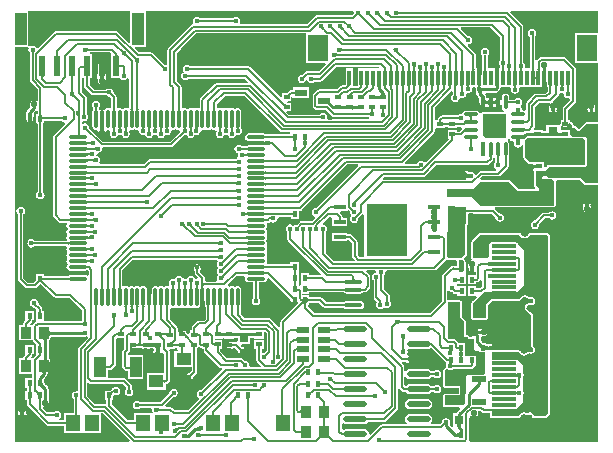
<source format=gtl>
G04*
G04 #@! TF.GenerationSoftware,Altium Limited,Altium Designer,20.0.2 (26)*
G04*
G04 Layer_Physical_Order=1*
G04 Layer_Color=255*
%FSLAX25Y25*%
%MOIN*%
G70*
G01*
G75*
%ADD15C,0.01000*%
%ADD20C,0.00600*%
%ADD29R,0.03937X0.02362*%
%ADD30R,0.04626X0.01929*%
%ADD31R,0.04555X0.01929*%
%ADD32R,0.04000X0.02362*%
%ADD33R,0.01575X0.01968*%
%ADD34O,0.07874X0.02165*%
%ADD35R,0.06299X0.02756*%
%ADD36R,0.09449X0.02756*%
G04:AMPARAMS|DCode=37|XSize=78.74mil|YSize=133.86mil|CornerRadius=0mil|HoleSize=0mil|Usage=FLASHONLY|Rotation=90.000|XOffset=0mil|YOffset=0mil|HoleType=Round|Shape=Octagon|*
%AMOCTAGOND37*
4,1,8,-0.06693,-0.01968,-0.06693,0.01968,-0.04724,0.03937,0.04724,0.03937,0.06693,0.01968,0.06693,-0.01968,0.04724,-0.03937,-0.04724,-0.03937,-0.06693,-0.01968,0.0*
%
%ADD37OCTAGOND37*%

%ADD38R,0.01968X0.01575*%
%ADD39R,0.04724X0.05512*%
%ADD40C,0.03937*%
%ADD41R,0.07874X0.01181*%
%ADD42R,0.04000X0.05000*%
%ADD43R,0.03661X0.03858*%
%ADD44R,0.04842X0.05354*%
%ADD45R,0.03000X0.03000*%
%ADD46R,0.03858X0.03661*%
%ADD47R,0.03937X0.07087*%
%ADD48R,0.05118X0.04331*%
%ADD49O,0.05906X0.01575*%
%ADD50R,0.03937X0.11024*%
%ADD51R,0.02362X0.06693*%
%ADD52R,0.13780X0.17323*%
%ADD53R,0.03937X0.01772*%
%ADD54R,0.07087X0.08661*%
%ADD55R,0.01181X0.05118*%
%ADD56O,0.04724X0.01181*%
%ADD57O,0.01181X0.04724*%
%ADD58R,0.01181X0.04724*%
%ADD59R,0.03937X0.03937*%
%ADD60R,0.03000X0.03000*%
%ADD98O,0.06299X0.01181*%
%ADD99O,0.01181X0.06299*%
%ADD100C,0.01500*%
%ADD101O,0.06693X0.04331*%
%ADD102O,0.08661X0.04331*%
%ADD103C,0.02559*%
%ADD104C,0.02200*%
%ADD105C,0.01575*%
G36*
X128959Y144476D02*
X129013Y144433D01*
X129069Y144396D01*
X129129Y144363D01*
X129191Y144335D01*
X129256Y144313D01*
X129325Y144295D01*
X129396Y144283D01*
X129470Y144275D01*
X129547Y144272D01*
Y143673D01*
X129470Y143670D01*
X129396Y143663D01*
X129325Y143650D01*
X129256Y143632D01*
X129191Y143610D01*
X129129Y143582D01*
X129069Y143550D01*
X129013Y143512D01*
X128959Y143469D01*
X128909Y143421D01*
Y144524D01*
X128959Y144476D01*
D02*
G37*
G36*
X125986Y143895D02*
X125994Y143827D01*
X126007Y143760D01*
X126026Y143695D01*
X126051Y143632D01*
X126081Y143570D01*
X126117Y143509D01*
X126158Y143450D01*
X126205Y143392D01*
X126258Y143336D01*
X125833Y142912D01*
X125777Y142964D01*
X125720Y143011D01*
X125660Y143053D01*
X125600Y143088D01*
X125538Y143119D01*
X125474Y143143D01*
X125409Y143162D01*
X125342Y143175D01*
X125274Y143183D01*
X125205Y143185D01*
X125984Y143965D01*
X125986Y143895D01*
D02*
G37*
G36*
X122837D02*
X122844Y143827D01*
X122858Y143760D01*
X122877Y143695D01*
X122901Y143632D01*
X122931Y143570D01*
X122967Y143509D01*
X123008Y143450D01*
X123055Y143392D01*
X123108Y143336D01*
X122684Y142912D01*
X122628Y142964D01*
X122570Y143011D01*
X122511Y143053D01*
X122450Y143088D01*
X122388Y143119D01*
X122324Y143143D01*
X122259Y143162D01*
X122193Y143175D01*
X122125Y143183D01*
X122055Y143185D01*
X122834Y143965D01*
X122837Y143895D01*
D02*
G37*
G36*
X119687D02*
X119695Y143827D01*
X119708Y143760D01*
X119727Y143695D01*
X119752Y143632D01*
X119782Y143570D01*
X119817Y143509D01*
X119859Y143450D01*
X119906Y143392D01*
X119958Y143336D01*
X119534Y142912D01*
X119478Y142964D01*
X119420Y143011D01*
X119361Y143053D01*
X119301Y143088D01*
X119238Y143119D01*
X119175Y143143D01*
X119110Y143162D01*
X119043Y143175D01*
X118975Y143183D01*
X118905Y143185D01*
X119685Y143965D01*
X119687Y143895D01*
D02*
G37*
G36*
X116530D02*
X116537Y143827D01*
X116551Y143760D01*
X116570Y143695D01*
X116594Y143632D01*
X116624Y143570D01*
X116660Y143509D01*
X116701Y143450D01*
X116749Y143392D01*
X116801Y143336D01*
X116377Y142912D01*
X116321Y142964D01*
X116263Y143011D01*
X116204Y143053D01*
X116143Y143088D01*
X116081Y143119D01*
X116017Y143143D01*
X115952Y143162D01*
X115886Y143175D01*
X115818Y143183D01*
X115748Y143185D01*
X116527Y143965D01*
X116530Y143895D01*
D02*
G37*
G36*
X114341Y144048D02*
X114326Y143973D01*
X114345Y143875D01*
X113688Y143218D01*
X102000D01*
X101649Y143148D01*
X101351Y142949D01*
X98620Y140218D01*
X76347D01*
X76079Y140718D01*
X76107Y140759D01*
X76215Y141300D01*
X76107Y141841D01*
X75800Y142300D01*
X75341Y142607D01*
X74800Y142715D01*
X74259Y142607D01*
X73800Y142300D01*
X73744Y142218D01*
X63064D01*
X63009Y142300D01*
X62550Y142607D01*
X62009Y142715D01*
X61467Y142607D01*
X61009Y142300D01*
X60702Y141841D01*
X60594Y141300D01*
X60702Y140759D01*
X60729Y140718D01*
X60724Y140618D01*
X60490Y140175D01*
X60352Y140148D01*
X60054Y139949D01*
X52333Y132228D01*
X52135Y131931D01*
X52065Y131579D01*
Y126946D01*
X51565Y126722D01*
X51100Y126815D01*
X51003Y126795D01*
X47249Y130549D01*
X46951Y130748D01*
X46600Y130818D01*
X42580D01*
X41172Y132226D01*
X41363Y132688D01*
X44868D01*
Y144548D01*
X113930D01*
X114341Y144048D01*
D02*
G37*
G36*
X112065Y140508D02*
X112123Y140461D01*
X112182Y140420D01*
X112243Y140384D01*
X112305Y140354D01*
X112368Y140329D01*
X112433Y140311D01*
X112500Y140297D01*
X112568Y140289D01*
X112638Y140287D01*
X111858Y139508D01*
X111856Y139577D01*
X111848Y139646D01*
X111835Y139712D01*
X111816Y139777D01*
X111792Y139841D01*
X111761Y139903D01*
X111726Y139964D01*
X111684Y140023D01*
X111637Y140080D01*
X111585Y140137D01*
X112009Y140561D01*
X112065Y140508D01*
D02*
G37*
G36*
X113435Y139423D02*
X113443Y139354D01*
X113456Y139288D01*
X113475Y139223D01*
X113500Y139159D01*
X113530Y139097D01*
X113566Y139036D01*
X113607Y138977D01*
X113654Y138919D01*
X113707Y138863D01*
X113282Y138439D01*
X113226Y138492D01*
X113169Y138539D01*
X113109Y138580D01*
X113049Y138616D01*
X112987Y138646D01*
X112923Y138671D01*
X112858Y138689D01*
X112791Y138703D01*
X112723Y138710D01*
X112654Y138713D01*
X113433Y139492D01*
X113435Y139423D01*
D02*
G37*
G36*
X110230D02*
X110237Y139354D01*
X110251Y139288D01*
X110269Y139223D01*
X110294Y139159D01*
X110324Y139097D01*
X110360Y139036D01*
X110401Y138977D01*
X110448Y138919D01*
X110501Y138863D01*
X110077Y138439D01*
X110021Y138492D01*
X109963Y138539D01*
X109904Y138580D01*
X109843Y138616D01*
X109781Y138646D01*
X109717Y138671D01*
X109652Y138689D01*
X109586Y138703D01*
X109518Y138710D01*
X109448Y138713D01*
X110227Y139492D01*
X110230Y139423D01*
D02*
G37*
G36*
X107089D02*
X107097Y139354D01*
X107111Y139288D01*
X107129Y139223D01*
X107154Y139159D01*
X107184Y139097D01*
X107220Y139036D01*
X107261Y138977D01*
X107308Y138919D01*
X107361Y138863D01*
X106937Y138439D01*
X106880Y138492D01*
X106823Y138539D01*
X106764Y138580D01*
X106703Y138616D01*
X106641Y138646D01*
X106577Y138671D01*
X106512Y138689D01*
X106446Y138703D01*
X106377Y138710D01*
X106308Y138713D01*
X107087Y139492D01*
X107089Y139423D01*
D02*
G37*
G36*
X103935D02*
X103943Y139354D01*
X103956Y139288D01*
X103975Y139223D01*
X104000Y139159D01*
X104030Y139097D01*
X104066Y139036D01*
X104107Y138977D01*
X104154Y138919D01*
X104207Y138863D01*
X103782Y138439D01*
X103726Y138492D01*
X103668Y138539D01*
X103609Y138580D01*
X103549Y138616D01*
X103487Y138646D01*
X103423Y138671D01*
X103358Y138689D01*
X103291Y138703D01*
X103223Y138710D01*
X103154Y138713D01*
X103933Y139492D01*
X103935Y139423D01*
D02*
G37*
G36*
X39731Y134319D02*
X39270Y134128D01*
X35649Y137749D01*
X35351Y137948D01*
X35000Y138018D01*
X15000D01*
X14649Y137948D01*
X14351Y137749D01*
X8889Y132287D01*
X8339Y132443D01*
X8100Y132800D01*
X7641Y133107D01*
X7100Y133215D01*
X6559Y133107D01*
X6196Y132864D01*
X5850Y132976D01*
X5695Y133086D01*
Y144548D01*
X39731D01*
Y134319D01*
D02*
G37*
G36*
X110014Y132304D02*
X110067Y132261D01*
X110124Y132223D01*
X110183Y132190D01*
X110246Y132163D01*
X110311Y132140D01*
X110379Y132123D01*
X110450Y132110D01*
X110524Y132103D01*
X110601Y132100D01*
Y131500D01*
X110524Y131498D01*
X110450Y131490D01*
X110379Y131477D01*
X110311Y131460D01*
X110246Y131437D01*
X110183Y131410D01*
X110124Y131377D01*
X110067Y131339D01*
X110014Y131297D01*
X109963Y131249D01*
Y132351D01*
X110014Y132304D01*
D02*
G37*
G36*
X25313D02*
X25367Y132261D01*
X25423Y132223D01*
X25483Y132190D01*
X25545Y132163D01*
X25610Y132140D01*
X25678Y132123D01*
X25749Y132110D01*
X25824Y132103D01*
X25901Y132100D01*
Y131500D01*
X25824Y131498D01*
X25749Y131490D01*
X25678Y131477D01*
X25610Y131460D01*
X25545Y131437D01*
X25483Y131410D01*
X25423Y131377D01*
X25367Y131339D01*
X25313Y131297D01*
X25262Y131249D01*
Y132351D01*
X25313Y132304D01*
D02*
G37*
G36*
X37020Y131608D02*
X37077Y131561D01*
X37136Y131520D01*
X37197Y131484D01*
X37259Y131454D01*
X37323Y131429D01*
X37388Y131411D01*
X37454Y131397D01*
X37523Y131389D01*
X37592Y131387D01*
X36813Y130608D01*
X36810Y130677D01*
X36803Y130746D01*
X36790Y130812D01*
X36770Y130877D01*
X36746Y130941D01*
X36716Y131003D01*
X36680Y131064D01*
X36639Y131123D01*
X36592Y131181D01*
X36539Y131237D01*
X36963Y131661D01*
X37020Y131608D01*
D02*
G37*
G36*
X128890Y131422D02*
X128897Y131354D01*
X128911Y131288D01*
X128929Y131223D01*
X128954Y131159D01*
X128984Y131097D01*
X129020Y131036D01*
X129061Y130977D01*
X129108Y130920D01*
X129161Y130863D01*
X128737Y130439D01*
X128681Y130492D01*
X128623Y130539D01*
X128564Y130580D01*
X128503Y130616D01*
X128441Y130646D01*
X128377Y130671D01*
X128312Y130690D01*
X128246Y130703D01*
X128177Y130710D01*
X128108Y130713D01*
X128887Y131492D01*
X128890Y131422D01*
D02*
G37*
G36*
X35320Y130219D02*
X35329Y130116D01*
X35344Y130026D01*
X35365Y129948D01*
X35392Y129882D01*
X35425Y129828D01*
X35464Y129786D01*
X35509Y129756D01*
X35560Y129738D01*
X35617Y129732D01*
X34417D01*
X34474Y129738D01*
X34525Y129756D01*
X34570Y129786D01*
X34609Y129828D01*
X34642Y129882D01*
X34669Y129948D01*
X34690Y130026D01*
X34705Y130116D01*
X34714Y130219D01*
X34717Y130332D01*
X35317D01*
X35320Y130219D01*
D02*
G37*
G36*
X15634D02*
X15643Y130116D01*
X15658Y130026D01*
X15679Y129948D01*
X15706Y129882D01*
X15739Y129828D01*
X15778Y129786D01*
X15823Y129756D01*
X15874Y129738D01*
X15931Y129732D01*
X14731D01*
X14788Y129738D01*
X14839Y129756D01*
X14884Y129786D01*
X14923Y129828D01*
X14956Y129882D01*
X14983Y129948D01*
X15004Y130026D01*
X15019Y130116D01*
X15028Y130219D01*
X15031Y130332D01*
X15631D01*
X15634Y130219D01*
D02*
G37*
G36*
X108313Y130604D02*
X108367Y130561D01*
X108423Y130523D01*
X108483Y130490D01*
X108545Y130463D01*
X108610Y130440D01*
X108678Y130423D01*
X108749Y130410D01*
X108824Y130403D01*
X108900Y130400D01*
Y129800D01*
X108824Y129797D01*
X108749Y129790D01*
X108678Y129777D01*
X108610Y129760D01*
X108545Y129737D01*
X108483Y129710D01*
X108423Y129677D01*
X108367Y129639D01*
X108313Y129596D01*
X108262Y129549D01*
Y130651D01*
X108313Y130604D01*
D02*
G37*
G36*
X38390Y130523D02*
X38397Y130454D01*
X38410Y130388D01*
X38429Y130323D01*
X38454Y130259D01*
X38484Y130197D01*
X38520Y130136D01*
X38561Y130077D01*
X38608Y130019D01*
X38661Y129963D01*
X38237Y129539D01*
X38181Y129592D01*
X38123Y129639D01*
X38064Y129680D01*
X38003Y129716D01*
X37941Y129746D01*
X37877Y129771D01*
X37812Y129789D01*
X37746Y129803D01*
X37677Y129811D01*
X37608Y129813D01*
X38387Y130592D01*
X38390Y130523D01*
D02*
G37*
G36*
X15634Y127748D02*
X15642Y127674D01*
X15655Y127603D01*
X15674Y127536D01*
X15698Y127473D01*
X15728Y127413D01*
X15763Y127357D01*
X15803Y127304D01*
X15849Y127254D01*
X15900Y127208D01*
X14802Y127112D01*
X14845Y127167D01*
X14884Y127224D01*
X14919Y127284D01*
X14948Y127346D01*
X14974Y127410D01*
X14994Y127477D01*
X15010Y127546D01*
X15022Y127618D01*
X15029Y127692D01*
X15031Y127768D01*
X15631Y127825D01*
X15634Y127748D01*
D02*
G37*
G36*
X42573Y127687D02*
X42530Y127633D01*
X42492Y127577D01*
X42460Y127517D01*
X42432Y127455D01*
X42410Y127390D01*
X42392Y127322D01*
X42380Y127251D01*
X42372Y127176D01*
X42369Y127100D01*
X41769D01*
X41767Y127176D01*
X41759Y127251D01*
X41747Y127322D01*
X41729Y127390D01*
X41707Y127455D01*
X41679Y127517D01*
X41646Y127577D01*
X41609Y127633D01*
X41566Y127687D01*
X41518Y127738D01*
X42621D01*
X42573Y127687D01*
D02*
G37*
G36*
X166192Y127466D02*
X166199Y127392D01*
X166212Y127321D01*
X166229Y127252D01*
X166252Y127187D01*
X166280Y127125D01*
X166312Y127066D01*
X166350Y127009D01*
X166393Y126955D01*
X166440Y126905D01*
X165338D01*
X165386Y126955D01*
X165428Y127009D01*
X165466Y127066D01*
X165499Y127125D01*
X165526Y127187D01*
X165549Y127252D01*
X165567Y127321D01*
X165579Y127392D01*
X165587Y127466D01*
X165589Y127543D01*
X166189D01*
X166192Y127466D01*
D02*
G37*
G36*
X142762Y126442D02*
X142721Y126386D01*
X142685Y126328D01*
X142654Y126267D01*
X142627Y126204D01*
X142606Y126138D01*
X142589Y126069D01*
X142577Y125997D01*
X142570Y125924D01*
X142567Y125847D01*
X141967Y125817D01*
X141964Y125895D01*
X141957Y125969D01*
X141944Y126039D01*
X141925Y126107D01*
X141902Y126171D01*
X141873Y126232D01*
X141839Y126290D01*
X141800Y126345D01*
X141756Y126397D01*
X141706Y126445D01*
X142808Y126495D01*
X142762Y126442D01*
D02*
G37*
G36*
X138825D02*
X138784Y126386D01*
X138748Y126328D01*
X138717Y126267D01*
X138690Y126204D01*
X138669Y126138D01*
X138652Y126069D01*
X138640Y125997D01*
X138633Y125924D01*
X138630Y125847D01*
X138030Y125817D01*
X138028Y125895D01*
X138020Y125969D01*
X138007Y126039D01*
X137988Y126107D01*
X137965Y126171D01*
X137936Y126232D01*
X137902Y126290D01*
X137863Y126345D01*
X137819Y126397D01*
X137769Y126445D01*
X138871Y126495D01*
X138825Y126442D01*
D02*
G37*
G36*
X134888D02*
X134847Y126386D01*
X134811Y126328D01*
X134780Y126267D01*
X134753Y126204D01*
X134732Y126138D01*
X134715Y126069D01*
X134703Y125997D01*
X134695Y125924D01*
X134693Y125847D01*
X134093Y125817D01*
X134090Y125895D01*
X134083Y125969D01*
X134070Y126039D01*
X134051Y126107D01*
X134028Y126171D01*
X133999Y126232D01*
X133965Y126290D01*
X133926Y126345D01*
X133882Y126397D01*
X133832Y126445D01*
X134934Y126495D01*
X134888Y126442D01*
D02*
G37*
G36*
X36180Y126941D02*
X36199Y126890D01*
X36229Y126845D01*
X36272Y126806D01*
X36327Y126773D01*
X36394Y126746D01*
X36474Y126725D01*
X36566Y126710D01*
X36670Y126701D01*
X36786Y126698D01*
Y126098D01*
X36670Y126095D01*
X36566Y126086D01*
X36474Y126071D01*
X36394Y126050D01*
X36327Y126023D01*
X36272Y125990D01*
X36229Y125951D01*
X36199Y125906D01*
X36180Y125855D01*
X36174Y125798D01*
Y126998D01*
X36180Y126941D01*
D02*
G37*
G36*
X24018Y125500D02*
X24012Y125557D01*
X23993Y125608D01*
X23963Y125653D01*
X23920Y125692D01*
X23865Y125725D01*
X23798Y125752D01*
X23718Y125773D01*
X23626Y125788D01*
X23522Y125797D01*
X23406Y125800D01*
Y126400D01*
X23522Y126403D01*
X23626Y126412D01*
X23718Y126427D01*
X23798Y126448D01*
X23865Y126475D01*
X23920Y126508D01*
X23963Y126547D01*
X23993Y126592D01*
X24012Y126643D01*
X24018Y126700D01*
Y125500D01*
D02*
G37*
G36*
X10912Y125594D02*
X10870Y125540D01*
X10832Y125483D01*
X10800Y125423D01*
X10773Y125360D01*
X10751Y125295D01*
X10733Y125226D01*
X10721Y125155D01*
X10713Y125081D01*
X10711Y125004D01*
X10111Y124995D01*
X10108Y125072D01*
X10101Y125146D01*
X10088Y125217D01*
X10070Y125285D01*
X10047Y125350D01*
X10019Y125412D01*
X9986Y125471D01*
X9948Y125527D01*
X9905Y125580D01*
X9857Y125630D01*
X10959Y125645D01*
X10912Y125594D01*
D02*
G37*
G36*
X174066Y125433D02*
X174074Y125331D01*
X174088Y125241D01*
X174108Y125163D01*
X174133Y125097D01*
X174163Y125043D01*
X174200Y125001D01*
X174241Y124971D01*
X174289Y124953D01*
X174342Y124947D01*
X173185D01*
X173238Y124953D01*
X173285Y124971D01*
X173327Y125001D01*
X173363Y125043D01*
X173394Y125097D01*
X173419Y125163D01*
X173438Y125241D01*
X173452Y125331D01*
X173460Y125433D01*
X173463Y125547D01*
X174063D01*
X174066Y125433D01*
D02*
G37*
G36*
X170330Y125729D02*
X170287Y125676D01*
X170249Y125619D01*
X170217Y125560D01*
X170189Y125497D01*
X170166Y125432D01*
X170149Y125364D01*
X170140Y125314D01*
X170151Y125241D01*
X170171Y125163D01*
X170196Y125097D01*
X170227Y125043D01*
X170263Y125001D01*
X170305Y124971D01*
X170352Y124953D01*
X170405Y124947D01*
X169248D01*
X169301Y124953D01*
X169348Y124971D01*
X169390Y125001D01*
X169426Y125043D01*
X169457Y125097D01*
X169482Y125163D01*
X169501Y125241D01*
X169512Y125314D01*
X169504Y125364D01*
X169486Y125432D01*
X169463Y125497D01*
X169436Y125560D01*
X169403Y125619D01*
X169366Y125676D01*
X169323Y125729D01*
X169275Y125780D01*
X170377D01*
X170330Y125729D01*
D02*
G37*
G36*
X168160Y125433D02*
X168169Y125331D01*
X168183Y125241D01*
X168202Y125163D01*
X168227Y125097D01*
X168258Y125043D01*
X168294Y125001D01*
X168336Y124971D01*
X168383Y124953D01*
X168436Y124947D01*
X167279D01*
X167332Y124953D01*
X167379Y124971D01*
X167421Y125001D01*
X167457Y125043D01*
X167488Y125097D01*
X167513Y125163D01*
X167533Y125241D01*
X167547Y125331D01*
X167555Y125433D01*
X167558Y125547D01*
X168158D01*
X168160Y125433D01*
D02*
G37*
G36*
X166393Y125729D02*
X166350Y125676D01*
X166312Y125619D01*
X166280Y125560D01*
X166252Y125497D01*
X166229Y125432D01*
X166212Y125364D01*
X166203Y125314D01*
X166214Y125241D01*
X166234Y125163D01*
X166259Y125097D01*
X166289Y125043D01*
X166326Y125001D01*
X166367Y124971D01*
X166415Y124953D01*
X166468Y124947D01*
X165311D01*
X165364Y124953D01*
X165411Y124971D01*
X165453Y125001D01*
X165489Y125043D01*
X165520Y125097D01*
X165545Y125163D01*
X165564Y125241D01*
X165575Y125314D01*
X165567Y125364D01*
X165549Y125432D01*
X165526Y125497D01*
X165499Y125560D01*
X165466Y125619D01*
X165428Y125676D01*
X165386Y125729D01*
X165338Y125780D01*
X166440D01*
X166393Y125729D01*
D02*
G37*
G36*
X164224Y125433D02*
X164232Y125331D01*
X164246Y125241D01*
X164265Y125163D01*
X164290Y125097D01*
X164321Y125043D01*
X164357Y125001D01*
X164399Y124971D01*
X164446Y124953D01*
X164499Y124947D01*
X163342D01*
X163395Y124953D01*
X163442Y124971D01*
X163484Y125001D01*
X163520Y125043D01*
X163551Y125097D01*
X163576Y125163D01*
X163596Y125241D01*
X163610Y125331D01*
X163618Y125433D01*
X163621Y125547D01*
X164221D01*
X164224Y125433D01*
D02*
G37*
G36*
X154381D02*
X154389Y125331D01*
X154403Y125241D01*
X154423Y125163D01*
X154448Y125097D01*
X154478Y125043D01*
X154515Y125001D01*
X154556Y124971D01*
X154604Y124953D01*
X154657Y124947D01*
X153500D01*
X153552Y124953D01*
X153600Y124971D01*
X153642Y125001D01*
X153678Y125043D01*
X153709Y125097D01*
X153734Y125163D01*
X153753Y125241D01*
X153767Y125331D01*
X153775Y125433D01*
X153778Y125547D01*
X154378D01*
X154381Y125433D01*
D02*
G37*
G36*
X150444D02*
X150452Y125331D01*
X150466Y125241D01*
X150486Y125163D01*
X150511Y125097D01*
X150541Y125043D01*
X150578Y125001D01*
X150619Y124971D01*
X150667Y124953D01*
X150720Y124947D01*
X149563D01*
X149616Y124953D01*
X149663Y124971D01*
X149705Y125001D01*
X149741Y125043D01*
X149771Y125097D01*
X149797Y125163D01*
X149816Y125241D01*
X149830Y125331D01*
X149838Y125433D01*
X149841Y125547D01*
X150441D01*
X150444Y125433D01*
D02*
G37*
G36*
X148476D02*
X148484Y125331D01*
X148498Y125241D01*
X148517Y125163D01*
X148542Y125097D01*
X148573Y125043D01*
X148609Y125001D01*
X148651Y124971D01*
X148698Y124953D01*
X148751Y124947D01*
X147594D01*
X147647Y124953D01*
X147694Y124971D01*
X147736Y125001D01*
X147772Y125043D01*
X147803Y125097D01*
X147828Y125163D01*
X147848Y125241D01*
X147862Y125331D01*
X147870Y125433D01*
X147873Y125547D01*
X148473D01*
X148476Y125433D01*
D02*
G37*
G36*
X146507D02*
X146515Y125331D01*
X146529Y125241D01*
X146549Y125163D01*
X146574Y125097D01*
X146604Y125043D01*
X146641Y125001D01*
X146682Y124971D01*
X146730Y124953D01*
X146783Y124947D01*
X145626D01*
X145678Y124953D01*
X145726Y124971D01*
X145768Y125001D01*
X145804Y125043D01*
X145835Y125097D01*
X145860Y125163D01*
X145879Y125241D01*
X145893Y125331D01*
X145901Y125433D01*
X145904Y125547D01*
X146504D01*
X146507Y125433D01*
D02*
G37*
G36*
X142570D02*
X142578Y125331D01*
X142592Y125241D01*
X142612Y125163D01*
X142637Y125097D01*
X142667Y125043D01*
X142704Y125001D01*
X142745Y124971D01*
X142793Y124953D01*
X142846Y124947D01*
X141689D01*
X141742Y124953D01*
X141789Y124971D01*
X141831Y125001D01*
X141867Y125043D01*
X141897Y125097D01*
X141923Y125163D01*
X141942Y125241D01*
X141956Y125331D01*
X141964Y125433D01*
X141967Y125547D01*
X142567D01*
X142570Y125433D01*
D02*
G37*
G36*
X138633D02*
X138641Y125331D01*
X138655Y125241D01*
X138675Y125163D01*
X138700Y125097D01*
X138730Y125043D01*
X138767Y125001D01*
X138808Y124971D01*
X138856Y124953D01*
X138909Y124947D01*
X137752D01*
X137804Y124953D01*
X137852Y124971D01*
X137894Y125001D01*
X137930Y125043D01*
X137961Y125097D01*
X137986Y125163D01*
X138005Y125241D01*
X138019Y125331D01*
X138027Y125433D01*
X138030Y125547D01*
X138630D01*
X138633Y125433D01*
D02*
G37*
G36*
X134696D02*
X134704Y125331D01*
X134718Y125241D01*
X134738Y125163D01*
X134763Y125097D01*
X134793Y125043D01*
X134830Y125001D01*
X134871Y124971D01*
X134919Y124953D01*
X134972Y124947D01*
X133815D01*
X133868Y124953D01*
X133915Y124971D01*
X133957Y125001D01*
X133993Y125043D01*
X134023Y125097D01*
X134049Y125163D01*
X134068Y125241D01*
X134082Y125331D01*
X134090Y125433D01*
X134093Y125547D01*
X134693D01*
X134696Y125433D01*
D02*
G37*
G36*
X132727D02*
X132736Y125331D01*
X132750Y125241D01*
X132769Y125163D01*
X132794Y125097D01*
X132825Y125043D01*
X132861Y125001D01*
X132903Y124971D01*
X132950Y124953D01*
X133003Y124947D01*
X131846D01*
X131899Y124953D01*
X131946Y124971D01*
X131988Y125001D01*
X132024Y125043D01*
X132055Y125097D01*
X132080Y125163D01*
X132100Y125241D01*
X132114Y125331D01*
X132122Y125433D01*
X132125Y125547D01*
X132725D01*
X132727Y125433D01*
D02*
G37*
G36*
X130759D02*
X130767Y125331D01*
X130781Y125241D01*
X130801Y125163D01*
X130826Y125097D01*
X130856Y125043D01*
X130893Y125001D01*
X130934Y124971D01*
X130982Y124953D01*
X131035Y124947D01*
X129878D01*
X129930Y124953D01*
X129978Y124971D01*
X130020Y125001D01*
X130056Y125043D01*
X130087Y125097D01*
X130112Y125163D01*
X130131Y125241D01*
X130145Y125331D01*
X130153Y125433D01*
X130156Y125547D01*
X130756D01*
X130759Y125433D01*
D02*
G37*
G36*
X128790D02*
X128799Y125331D01*
X128813Y125241D01*
X128832Y125163D01*
X128857Y125097D01*
X128888Y125043D01*
X128924Y125001D01*
X128966Y124971D01*
X129013Y124953D01*
X129066Y124947D01*
X127909D01*
X127962Y124953D01*
X128009Y124971D01*
X128051Y125001D01*
X128087Y125043D01*
X128118Y125097D01*
X128143Y125163D01*
X128163Y125241D01*
X128176Y125331D01*
X128185Y125433D01*
X128188Y125547D01*
X128788D01*
X128790Y125433D01*
D02*
G37*
G36*
X126822D02*
X126830Y125331D01*
X126844Y125241D01*
X126864Y125163D01*
X126889Y125097D01*
X126919Y125043D01*
X126956Y125001D01*
X126997Y124971D01*
X127045Y124953D01*
X127098Y124947D01*
X125941D01*
X125994Y124953D01*
X126041Y124971D01*
X126083Y125001D01*
X126119Y125043D01*
X126149Y125097D01*
X126174Y125163D01*
X126194Y125241D01*
X126208Y125331D01*
X126216Y125433D01*
X126219Y125547D01*
X126819D01*
X126822Y125433D01*
D02*
G37*
G36*
X124853D02*
X124862Y125331D01*
X124876Y125241D01*
X124895Y125163D01*
X124920Y125097D01*
X124951Y125043D01*
X124987Y125001D01*
X125029Y124971D01*
X125076Y124953D01*
X125129Y124947D01*
X123972D01*
X124025Y124953D01*
X124072Y124971D01*
X124114Y125001D01*
X124150Y125043D01*
X124181Y125097D01*
X124206Y125163D01*
X124225Y125241D01*
X124240Y125331D01*
X124248Y125433D01*
X124251Y125547D01*
X124851D01*
X124853Y125433D01*
D02*
G37*
G36*
X176062D02*
X176082Y125241D01*
X176099Y125163D01*
X176122Y125097D01*
X176150Y125043D01*
X176182Y125001D01*
X176220Y124971D01*
X176263Y124953D01*
X176310Y124947D01*
X175159Y124935D01*
X175216Y124942D01*
X175267Y124960D01*
X175312Y124991D01*
X175351Y125034D01*
X175384Y125090D01*
X175411Y125157D01*
X175432Y125236D01*
X175447Y125328D01*
X175456Y125431D01*
X175459Y125547D01*
X176059D01*
X176062Y125433D01*
D02*
G37*
G36*
X158261Y125431D02*
X158270Y125328D01*
X158285Y125236D01*
X158306Y125157D01*
X158333Y125090D01*
X158366Y125034D01*
X158405Y124992D01*
X158450Y124961D01*
X158501Y124942D01*
X158558Y124935D01*
X157437Y124947D01*
X157479Y124953D01*
X157516Y124971D01*
X157549Y125001D01*
X157578Y125043D01*
X157602Y125097D01*
X157622Y125163D01*
X157638Y125241D01*
X157649Y125331D01*
X157655Y125433D01*
X157658Y125547D01*
X158258D01*
X158261Y125431D01*
D02*
G37*
G36*
X178419Y125717D02*
X178373Y125655D01*
X178332Y125586D01*
X178297Y125510D01*
X178268Y125428D01*
X178243Y125339D01*
X178225Y125244D01*
X178219Y125205D01*
X178228Y125057D01*
X178239Y125009D01*
X178251Y124975D01*
X178264Y124954D01*
X178279Y124947D01*
X178201D01*
X178200Y124919D01*
X177200Y124919D01*
X177200Y124947D01*
X177122D01*
X177137Y124954D01*
X177150Y124975D01*
X177162Y125009D01*
X177172Y125057D01*
X177181Y125119D01*
X177184Y125165D01*
X177176Y125244D01*
X177157Y125339D01*
X177133Y125428D01*
X177103Y125510D01*
X177068Y125586D01*
X177027Y125655D01*
X176981Y125717D01*
X176930Y125774D01*
X178470Y125774D01*
X178419Y125717D01*
D02*
G37*
G36*
X144538Y125433D02*
X144547Y125331D01*
X144549Y125319D01*
X144786Y125320D01*
X144738Y125269D01*
X144696Y125215D01*
X144658Y125159D01*
X144626Y125099D01*
X144616Y125078D01*
X144636Y125043D01*
X144672Y125001D01*
X144714Y124971D01*
X144761Y124953D01*
X144814Y124947D01*
X144570D01*
X144558Y124903D01*
X144546Y124832D01*
X144538Y124758D01*
X144536Y124681D01*
X143936Y124677D01*
X143933Y124754D01*
X143926Y124828D01*
X143913Y124899D01*
X143901Y124947D01*
X143657D01*
X143710Y124953D01*
X143757Y124971D01*
X143799Y125001D01*
X143835Y125043D01*
X143854Y125075D01*
X143845Y125095D01*
X143812Y125154D01*
X143774Y125210D01*
X143731Y125264D01*
X143683Y125314D01*
X143922Y125315D01*
X143924Y125331D01*
X143933Y125433D01*
X143936Y125547D01*
X144536D01*
X144538Y125433D01*
D02*
G37*
G36*
X140601D02*
X140610Y125331D01*
X140612Y125319D01*
X140849Y125320D01*
X140801Y125269D01*
X140759Y125215D01*
X140721Y125159D01*
X140689Y125099D01*
X140679Y125078D01*
X140699Y125043D01*
X140735Y125001D01*
X140777Y124971D01*
X140824Y124953D01*
X140877Y124947D01*
X140632D01*
X140621Y124903D01*
X140609Y124832D01*
X140601Y124758D01*
X140599Y124681D01*
X139999Y124677D01*
X139996Y124754D01*
X139989Y124828D01*
X139976Y124899D01*
X139963Y124947D01*
X139720D01*
X139773Y124953D01*
X139820Y124971D01*
X139862Y125001D01*
X139898Y125043D01*
X139917Y125075D01*
X139908Y125095D01*
X139875Y125154D01*
X139837Y125210D01*
X139794Y125264D01*
X139746Y125314D01*
X139985Y125315D01*
X139988Y125331D01*
X139996Y125433D01*
X139999Y125547D01*
X140599D01*
X140601Y125433D01*
D02*
G37*
G36*
X136664D02*
X136673Y125331D01*
X136675Y125319D01*
X136912Y125320D01*
X136864Y125269D01*
X136822Y125215D01*
X136784Y125159D01*
X136752Y125099D01*
X136742Y125078D01*
X136762Y125043D01*
X136798Y125001D01*
X136840Y124971D01*
X136887Y124953D01*
X136940Y124947D01*
X136696D01*
X136684Y124903D01*
X136672Y124832D01*
X136664Y124758D01*
X136662Y124681D01*
X136062Y124677D01*
X136059Y124754D01*
X136051Y124828D01*
X136039Y124899D01*
X136027Y124947D01*
X135783D01*
X135836Y124953D01*
X135883Y124971D01*
X135925Y125001D01*
X135961Y125043D01*
X135980Y125075D01*
X135971Y125095D01*
X135938Y125154D01*
X135900Y125210D01*
X135857Y125264D01*
X135809Y125314D01*
X136048Y125315D01*
X136050Y125331D01*
X136059Y125433D01*
X136062Y125547D01*
X136662D01*
X136664Y125433D01*
D02*
G37*
G36*
X162963Y135939D02*
Y128465D01*
X162881Y128410D01*
X162574Y127951D01*
X162466Y127410D01*
X162574Y126868D01*
X162881Y126409D01*
X163003Y126327D01*
Y125634D01*
X162971Y125563D01*
X162971Y125559D01*
X162730D01*
Y125037D01*
X162693Y124947D01*
X162707Y124911D01*
X162697Y124874D01*
X162730Y124814D01*
Y123759D01*
X162230Y123466D01*
X161952Y123522D01*
X161674Y123466D01*
X161174Y123759D01*
Y125559D01*
X158907D01*
X158907Y125564D01*
X158875Y125635D01*
Y129983D01*
X158900Y130000D01*
X159207Y130459D01*
X159315Y131000D01*
X159207Y131541D01*
X158900Y132000D01*
X158441Y132307D01*
X157900Y132415D01*
X157359Y132307D01*
X156900Y132000D01*
X156593Y131541D01*
X156485Y131000D01*
X156593Y130459D01*
X156900Y130000D01*
X157018Y129921D01*
X157040Y129811D01*
Y125632D01*
X157008Y125560D01*
X157008Y125559D01*
X156825D01*
Y125042D01*
X156787Y124954D01*
X156807Y124906D01*
X156794Y124855D01*
X156825Y124803D01*
Y123564D01*
X156536Y123350D01*
X156325Y123262D01*
X156047Y123318D01*
X155769Y123262D01*
X155558Y123350D01*
X155269Y123564D01*
Y124814D01*
X155302Y124874D01*
X155291Y124911D01*
X155306Y124947D01*
X155269Y125037D01*
Y125559D01*
X155027D01*
X155027Y125563D01*
X154996Y125634D01*
Y129822D01*
X154926Y130173D01*
X154727Y130471D01*
X152203Y132995D01*
X152247Y133218D01*
X152400Y133505D01*
X152841Y133593D01*
X153300Y133900D01*
X153607Y134359D01*
X153715Y134900D01*
X153607Y135441D01*
X153300Y135900D01*
X152841Y136207D01*
X152300Y136315D01*
X152202Y136295D01*
X149795Y138702D01*
X149987Y139164D01*
X159738D01*
X162963Y135939D01*
D02*
G37*
G36*
X37802Y124023D02*
X37810Y123950D01*
X37823Y123878D01*
X37840Y123810D01*
X37863Y123745D01*
X37890Y123683D01*
X37923Y123623D01*
X37961Y123567D01*
X38004Y123513D01*
X38051Y123462D01*
X36949D01*
X36996Y123513D01*
X37039Y123567D01*
X37077Y123623D01*
X37110Y123683D01*
X37137Y123745D01*
X37160Y123810D01*
X37177Y123878D01*
X37190Y123950D01*
X37198Y124023D01*
X37200Y124100D01*
X37800D01*
X37802Y124023D01*
D02*
G37*
G36*
X175153Y121800D02*
X175147Y121857D01*
X175129Y121908D01*
X175099Y121953D01*
X175057Y121992D01*
X175003Y122025D01*
X174937Y122052D01*
X174859Y122073D01*
X174769Y122088D01*
X174746Y122090D01*
X174722Y122088D01*
X174630Y122073D01*
X174550Y122052D01*
X174483Y122025D01*
X174428Y121992D01*
X174385Y121953D01*
X174354Y121908D01*
X174336Y121857D01*
X174330Y121800D01*
Y123000D01*
X174336Y122943D01*
X174354Y122892D01*
X174385Y122847D01*
X174428Y122808D01*
X174483Y122775D01*
X174550Y122748D01*
X174630Y122727D01*
X174722Y122712D01*
X174746Y122710D01*
X174769Y122712D01*
X174859Y122727D01*
X174937Y122748D01*
X175003Y122775D01*
X175057Y122808D01*
X175099Y122847D01*
X175129Y122892D01*
X175147Y122943D01*
X175153Y123000D01*
Y121800D01*
D02*
G37*
G36*
X58663Y123554D02*
X58717Y123511D01*
X58773Y123473D01*
X58833Y123440D01*
X58895Y123413D01*
X58960Y123390D01*
X59028Y123373D01*
X59100Y123360D01*
X59174Y123353D01*
X59250Y123350D01*
Y122750D01*
X59174Y122748D01*
X59100Y122740D01*
X59028Y122727D01*
X58960Y122710D01*
X58895Y122687D01*
X58833Y122660D01*
X58773Y122627D01*
X58717Y122589D01*
X58663Y122547D01*
X58612Y122499D01*
Y123601D01*
X58663Y123554D01*
D02*
G37*
G36*
X25718Y123069D02*
X25667Y123051D01*
X25622Y123021D01*
X25583Y122978D01*
X25550Y122923D01*
X25523Y122855D01*
X25502Y122776D01*
X25487Y122684D01*
X25478Y122580D01*
X25475Y122464D01*
X24875D01*
X24872Y122580D01*
X24863Y122684D01*
X24848Y122776D01*
X24827Y122855D01*
X24800Y122923D01*
X24767Y122978D01*
X24728Y123021D01*
X24683Y123051D01*
X24632Y123069D01*
X24575Y123075D01*
X25775D01*
X25718Y123069D01*
D02*
G37*
G36*
X20796D02*
X20745Y123051D01*
X20700Y123021D01*
X20661Y122978D01*
X20628Y122923D01*
X20601Y122855D01*
X20580Y122776D01*
X20565Y122684D01*
X20556Y122580D01*
X20553Y122464D01*
X19953D01*
X19950Y122580D01*
X19941Y122684D01*
X19926Y122776D01*
X19905Y122855D01*
X19878Y122923D01*
X19845Y122978D01*
X19806Y123021D01*
X19761Y123051D01*
X19710Y123069D01*
X19653Y123075D01*
X20853D01*
X20796Y123069D01*
D02*
G37*
G36*
X10954D02*
X10903Y123051D01*
X10858Y123021D01*
X10819Y122978D01*
X10786Y122923D01*
X10759Y122855D01*
X10738Y122776D01*
X10723Y122684D01*
X10714Y122580D01*
X10711Y122464D01*
X10111D01*
X10108Y122580D01*
X10099Y122684D01*
X10084Y122776D01*
X10063Y122855D01*
X10036Y122923D01*
X10003Y122978D01*
X9964Y123021D01*
X9919Y123051D01*
X9868Y123069D01*
X9811Y123075D01*
X11011D01*
X10954Y123069D01*
D02*
G37*
G36*
X178478Y121041D02*
Y119986D01*
X178445Y119926D01*
X178456Y119889D01*
X178441Y119853D01*
X178478Y119763D01*
Y119241D01*
X178719D01*
X178719Y119237D01*
X178751Y119166D01*
Y117849D01*
X178020Y117118D01*
X175003D01*
X174652Y117048D01*
X174354Y116849D01*
X171767Y114262D01*
X171568Y113964D01*
X171498Y113613D01*
Y111635D01*
X170998Y111349D01*
X170745Y111399D01*
X170545Y111520D01*
X170315Y111800D01*
X170207Y112341D01*
X169900Y112800D01*
Y113200D01*
X170207Y113659D01*
X170315Y114200D01*
X170207Y114741D01*
X169900Y115200D01*
X169441Y115507D01*
X168900Y115615D01*
X168359Y115507D01*
X167900Y115200D01*
X167844Y115118D01*
X166142D01*
X166078Y115146D01*
Y116007D01*
X165986Y116472D01*
X165723Y116865D01*
X165329Y117129D01*
X164865Y117221D01*
X164400Y117129D01*
X164006Y116865D01*
X163743Y116472D01*
X163651Y116007D01*
Y115102D01*
X163151Y114951D01*
X163099Y115029D01*
X162735Y115272D01*
X162329Y115352D01*
X162305Y115410D01*
X162304Y115418D01*
X162299Y115423D01*
X162294Y115436D01*
X162234Y115641D01*
X162233Y115644D01*
X162201Y115661D01*
X162188Y115692D01*
X162187Y115695D01*
X161987Y115778D01*
X161796Y115881D01*
X161795Y115881D01*
X161761Y115871D01*
X161728Y115885D01*
X161726Y115884D01*
X161528Y115802D01*
X161320Y115741D01*
X161312Y115726D01*
X161196Y115695D01*
X160856D01*
X160740Y115726D01*
X160734Y115738D01*
X160732Y115741D01*
X160524Y115802D01*
X160324Y115885D01*
X160291Y115871D01*
X160256Y115881D01*
X160254Y115880D01*
X160131Y115813D01*
X160073Y115792D01*
X159747Y115721D01*
X159420Y115792D01*
X159362Y115813D01*
X159237Y115881D01*
X159234Y115880D01*
X159202Y115871D01*
X159169Y115885D01*
X159166Y115884D01*
X158968Y115802D01*
X158809Y115755D01*
X158668Y115785D01*
X158309Y115957D01*
Y116056D01*
X158224Y116485D01*
X157980Y116849D01*
X157980Y116849D01*
X157908Y116922D01*
X157895Y116951D01*
X158084Y117451D01*
X161573D01*
X161573Y117451D01*
X162002Y117536D01*
X162366Y117780D01*
X162745Y118159D01*
X162745Y118159D01*
X162988Y118523D01*
X163047Y118817D01*
X163102Y118946D01*
X163104Y119241D01*
X166157D01*
X166499Y118741D01*
X166443Y118458D01*
X166551Y117916D01*
X166857Y117457D01*
X167316Y117151D01*
X167858Y117043D01*
X168399Y117151D01*
X168858Y117457D01*
X169165Y117916D01*
X169272Y118458D01*
X169216Y118741D01*
X169559Y119241D01*
X176922D01*
Y121041D01*
X177422Y121334D01*
X177700Y121278D01*
X177978Y121334D01*
X178478Y121041D01*
D02*
G37*
G36*
X98163Y137161D02*
Y127300D01*
X104572D01*
X104763Y126838D01*
X102643Y124718D01*
X98603D01*
X98252Y124648D01*
X97954Y124449D01*
X96948Y123442D01*
X96851Y123462D01*
X96309Y123354D01*
X95850Y123047D01*
X95544Y122589D01*
X95436Y122047D01*
X95544Y121506D01*
X95850Y121047D01*
X96309Y120740D01*
X96851Y120633D01*
X97392Y120740D01*
X97851Y121047D01*
X98157Y121506D01*
X98170Y121571D01*
X98680D01*
X98693Y121506D01*
X99000Y121047D01*
X99459Y120740D01*
X100000Y120633D01*
X100541Y120740D01*
X101000Y121047D01*
X101056Y121130D01*
X102967D01*
X103318Y121200D01*
X103616Y121398D01*
X108359Y126141D01*
X122490D01*
X122545Y126059D01*
X122278Y125559D01*
X115486D01*
Y119998D01*
X115455Y119946D01*
X115131Y119730D01*
X114989Y119678D01*
X113930D01*
Y125559D01*
X111549D01*
Y120053D01*
X111354Y119859D01*
X110342D01*
X109991Y119789D01*
X109694Y119590D01*
X108621Y118518D01*
X102700D01*
X102349Y118448D01*
X102051Y118249D01*
X100705Y116903D01*
X100506Y116605D01*
X100436Y116254D01*
Y113146D01*
X100506Y112795D01*
X100705Y112497D01*
X101232Y111970D01*
X101530Y111771D01*
X101881Y111701D01*
X104731D01*
X106881Y109551D01*
X107179Y109352D01*
X107530Y109282D01*
X118981D01*
X119051Y109251D01*
X119105Y109249D01*
X119114Y109248D01*
X119174Y109210D01*
X119249Y109142D01*
X119355Y109027D01*
X119160Y108527D01*
X105575D01*
X105180Y109027D01*
X105215Y109200D01*
X105107Y109741D01*
X104800Y110200D01*
X104341Y110507D01*
X103800Y110615D01*
X103259Y110507D01*
X102800Y110200D01*
X102744Y110118D01*
X92490D01*
X91732Y110875D01*
X91923Y111337D01*
X93385D01*
Y114112D01*
X92009D01*
X91941Y114184D01*
X92156Y114684D01*
X93385D01*
Y115859D01*
X93554Y115978D01*
X94054Y115719D01*
Y115619D01*
X99191D01*
Y119181D01*
X94054D01*
Y118349D01*
X94049Y118349D01*
X93978Y118318D01*
X93326D01*
X92975Y118248D01*
X92677Y118049D01*
X92087Y117459D01*
X90216D01*
Y116063D01*
X89754Y115872D01*
X79577Y126049D01*
X79280Y126248D01*
X78928Y126318D01*
X59556D01*
X59500Y126400D01*
X59041Y126707D01*
X58500Y126815D01*
X57959Y126707D01*
X57500Y126400D01*
X57193Y125941D01*
X57085Y125400D01*
X57193Y124859D01*
X57266Y124750D01*
X57488Y124390D01*
X57138Y124109D01*
X57050Y124050D01*
X56743Y123591D01*
X56635Y123050D01*
X56743Y122509D01*
X57050Y122050D01*
X57509Y121743D01*
X58050Y121635D01*
X58591Y121743D01*
X58958Y121988D01*
X59057Y122026D01*
X59089Y122055D01*
X59100Y122064D01*
X59110Y122071D01*
X59121Y122077D01*
X59133Y122082D01*
X59148Y122088D01*
X59166Y122092D01*
X59189Y122096D01*
X59217Y122099D01*
X59272Y122101D01*
X59341Y122132D01*
X77880D01*
X78932Y121080D01*
X78741Y120618D01*
X68500D01*
X68149Y120548D01*
X67851Y120349D01*
X63066Y115564D01*
X62867Y115266D01*
X62797Y114915D01*
Y112603D01*
X62486Y112378D01*
X62440Y112367D01*
X62265Y112358D01*
X62212Y112393D01*
X61747Y112486D01*
X61282Y112393D01*
X61130Y112292D01*
X60762Y112172D01*
X60395Y112292D01*
X60242Y112393D01*
X59778Y112486D01*
X59313Y112393D01*
X58920Y112130D01*
X58668D01*
X58275Y112393D01*
X57810Y112486D01*
X57345Y112393D01*
X57291Y112357D01*
X57115Y112366D01*
X57069Y112378D01*
X56759Y112603D01*
Y119321D01*
X56689Y119672D01*
X56490Y119970D01*
X55100Y121359D01*
Y130702D01*
X56490Y132092D01*
X61580Y137182D01*
X97672D01*
X98163Y137161D01*
D02*
G37*
G36*
X119031Y119861D02*
X119013Y119848D01*
X118997Y119827D01*
X118983Y119798D01*
X118972Y119760D01*
X118962Y119714D01*
X118955Y119660D01*
X118946Y119526D01*
X118945Y119447D01*
X118345D01*
X118344Y119526D01*
X118328Y119714D01*
X118319Y119760D01*
X118307Y119798D01*
X118293Y119827D01*
X118277Y119848D01*
X118259Y119861D01*
X118239Y119865D01*
X119051D01*
X119031Y119861D01*
D02*
G37*
G36*
X117105Y119859D02*
X117062Y119841D01*
X117024Y119813D01*
X116991Y119773D01*
X116963Y119722D01*
X116940Y119660D01*
X116923Y119587D01*
X116910Y119502D01*
X116902Y119407D01*
X116900Y119300D01*
X116300D01*
X116298Y119405D01*
X116282Y119582D01*
X116268Y119654D01*
X116250Y119715D01*
X116227Y119764D01*
X116201Y119803D01*
X116171Y119831D01*
X116136Y119847D01*
X116098Y119853D01*
X117153Y119865D01*
X117105Y119859D01*
D02*
G37*
G36*
X186100Y119847D02*
X186053Y119829D01*
X186011Y119799D01*
X185975Y119757D01*
X185944Y119703D01*
X185919Y119637D01*
X185899Y119559D01*
X185885Y119469D01*
X185877Y119367D01*
X185874Y119253D01*
X185274D01*
X185272Y119367D01*
X185263Y119469D01*
X185249Y119559D01*
X185230Y119637D01*
X185205Y119703D01*
X185174Y119757D01*
X185138Y119799D01*
X185096Y119829D01*
X185049Y119847D01*
X184996Y119853D01*
X186153D01*
X186100Y119847D01*
D02*
G37*
G36*
X182163D02*
X182115Y119829D01*
X182074Y119799D01*
X182037Y119757D01*
X182007Y119703D01*
X181982Y119637D01*
X181962Y119559D01*
X181948Y119469D01*
X181940Y119367D01*
X181937Y119253D01*
X181337D01*
X181334Y119367D01*
X181326Y119469D01*
X181312Y119559D01*
X181293Y119637D01*
X181268Y119703D01*
X181237Y119757D01*
X181201Y119799D01*
X181159Y119829D01*
X181112Y119847D01*
X181059Y119853D01*
X182216D01*
X182163Y119847D01*
D02*
G37*
G36*
X180194D02*
X180147Y119829D01*
X180105Y119799D01*
X180069Y119757D01*
X180038Y119703D01*
X180013Y119637D01*
X179994Y119559D01*
X179980Y119469D01*
X179972Y119367D01*
X179969Y119253D01*
X179369D01*
X179366Y119367D01*
X179358Y119469D01*
X179344Y119559D01*
X179324Y119637D01*
X179299Y119703D01*
X179269Y119757D01*
X179232Y119799D01*
X179191Y119829D01*
X179143Y119847D01*
X179090Y119853D01*
X180247D01*
X180194Y119847D01*
D02*
G37*
G36*
X150667D02*
X150619Y119829D01*
X150578Y119799D01*
X150541Y119757D01*
X150511Y119703D01*
X150486Y119637D01*
X150466Y119559D01*
X150452Y119469D01*
X150444Y119367D01*
X150441Y119253D01*
X149841D01*
X149838Y119367D01*
X149830Y119469D01*
X149816Y119559D01*
X149797Y119637D01*
X149771Y119703D01*
X149741Y119757D01*
X149705Y119799D01*
X149663Y119829D01*
X149616Y119847D01*
X149563Y119853D01*
X150720D01*
X150667Y119847D01*
D02*
G37*
G36*
X148543Y119858D02*
X148492Y119839D01*
X148447Y119808D01*
X148408Y119765D01*
X148375Y119710D01*
X148348Y119643D01*
X148327Y119564D01*
X148312Y119472D01*
X148303Y119369D01*
X148300Y119253D01*
X147700D01*
X147699Y119367D01*
X147673Y119703D01*
X147662Y119757D01*
X147648Y119799D01*
X147632Y119829D01*
X147614Y119847D01*
X147594Y119853D01*
X148600Y119865D01*
X148543Y119858D01*
D02*
G37*
G36*
X146730Y119847D02*
X146682Y119829D01*
X146641Y119799D01*
X146604Y119757D01*
X146574Y119703D01*
X146549Y119637D01*
X146529Y119559D01*
X146515Y119469D01*
X146507Y119367D01*
X146504Y119253D01*
X145904D01*
X145901Y119367D01*
X145893Y119469D01*
X145879Y119559D01*
X145860Y119637D01*
X145835Y119703D01*
X145804Y119757D01*
X145768Y119799D01*
X145726Y119829D01*
X145678Y119847D01*
X145626Y119853D01*
X146783D01*
X146730Y119847D01*
D02*
G37*
G36*
X144761D02*
X144714Y119829D01*
X144672Y119799D01*
X144636Y119757D01*
X144605Y119703D01*
X144580Y119637D01*
X144561Y119559D01*
X144547Y119469D01*
X144538Y119367D01*
X144536Y119253D01*
X143936D01*
X143933Y119367D01*
X143924Y119469D01*
X143911Y119559D01*
X143891Y119637D01*
X143866Y119703D01*
X143835Y119757D01*
X143799Y119799D01*
X143757Y119829D01*
X143710Y119847D01*
X143657Y119853D01*
X144814D01*
X144761Y119847D01*
D02*
G37*
G36*
X142793D02*
X142745Y119829D01*
X142704Y119799D01*
X142667Y119757D01*
X142637Y119703D01*
X142612Y119637D01*
X142592Y119559D01*
X142578Y119469D01*
X142570Y119367D01*
X142567Y119253D01*
X141967D01*
X141964Y119367D01*
X141956Y119469D01*
X141942Y119559D01*
X141923Y119637D01*
X141897Y119703D01*
X141867Y119757D01*
X141831Y119799D01*
X141789Y119829D01*
X141742Y119847D01*
X141689Y119853D01*
X142846D01*
X142793Y119847D01*
D02*
G37*
G36*
X140824D02*
X140777Y119829D01*
X140735Y119799D01*
X140699Y119757D01*
X140668Y119703D01*
X140643Y119637D01*
X140624Y119559D01*
X140610Y119469D01*
X140601Y119367D01*
X140599Y119253D01*
X139999D01*
X139996Y119367D01*
X139988Y119469D01*
X139974Y119559D01*
X139954Y119637D01*
X139929Y119703D01*
X139898Y119757D01*
X139862Y119799D01*
X139820Y119829D01*
X139773Y119847D01*
X139720Y119853D01*
X140877D01*
X140824Y119847D01*
D02*
G37*
G36*
X138856D02*
X138808Y119829D01*
X138767Y119799D01*
X138730Y119757D01*
X138700Y119703D01*
X138675Y119637D01*
X138655Y119559D01*
X138641Y119469D01*
X138633Y119367D01*
X138630Y119253D01*
X138030D01*
X138027Y119367D01*
X138019Y119469D01*
X138005Y119559D01*
X137986Y119637D01*
X137961Y119703D01*
X137930Y119757D01*
X137894Y119799D01*
X137852Y119829D01*
X137804Y119847D01*
X137752Y119853D01*
X138909D01*
X138856Y119847D01*
D02*
G37*
G36*
X136887D02*
X136840Y119829D01*
X136798Y119799D01*
X136762Y119757D01*
X136731Y119703D01*
X136706Y119637D01*
X136687Y119559D01*
X136673Y119469D01*
X136664Y119367D01*
X136662Y119253D01*
X136062D01*
X136059Y119367D01*
X136050Y119469D01*
X136037Y119559D01*
X136017Y119637D01*
X135992Y119703D01*
X135961Y119757D01*
X135925Y119799D01*
X135883Y119829D01*
X135836Y119847D01*
X135783Y119853D01*
X136940D01*
X136887Y119847D01*
D02*
G37*
G36*
X134919D02*
X134871Y119829D01*
X134830Y119799D01*
X134793Y119757D01*
X134763Y119703D01*
X134738Y119637D01*
X134718Y119559D01*
X134704Y119469D01*
X134696Y119367D01*
X134693Y119253D01*
X134093D01*
X134090Y119367D01*
X134082Y119469D01*
X134068Y119559D01*
X134049Y119637D01*
X134023Y119703D01*
X133993Y119757D01*
X133957Y119799D01*
X133915Y119829D01*
X133868Y119847D01*
X133815Y119853D01*
X134972D01*
X134919Y119847D01*
D02*
G37*
G36*
X133003Y119853D02*
X132965Y119847D01*
X132930Y119829D01*
X132900Y119799D01*
X132873Y119757D01*
X132851Y119703D01*
X132833Y119637D01*
X132818Y119559D01*
X132808Y119469D01*
X132802Y119367D01*
X132800Y119253D01*
X132200D01*
X132197Y119369D01*
X132188Y119472D01*
X132173Y119564D01*
X132152Y119643D01*
X132125Y119710D01*
X132092Y119765D01*
X132053Y119808D01*
X132008Y119839D01*
X131957Y119858D01*
X131900Y119865D01*
X133003Y119853D01*
D02*
G37*
G36*
X130982Y119847D02*
X130934Y119829D01*
X130893Y119799D01*
X130856Y119757D01*
X130826Y119703D01*
X130801Y119637D01*
X130781Y119559D01*
X130767Y119469D01*
X130759Y119367D01*
X130756Y119253D01*
X130156D01*
X130153Y119367D01*
X130145Y119469D01*
X130131Y119559D01*
X130112Y119637D01*
X130087Y119703D01*
X130056Y119757D01*
X130020Y119799D01*
X129978Y119829D01*
X129930Y119847D01*
X129878Y119853D01*
X131035D01*
X130982Y119847D01*
D02*
G37*
G36*
X129066Y119853D02*
X129035Y119847D01*
X129006Y119829D01*
X128981Y119799D01*
X128960Y119757D01*
X128942Y119703D01*
X128927Y119637D01*
X128915Y119559D01*
X128907Y119469D01*
X128900Y119253D01*
X128300D01*
X128297Y119369D01*
X128288Y119472D01*
X128273Y119564D01*
X128252Y119643D01*
X128225Y119710D01*
X128192Y119765D01*
X128153Y119808D01*
X128108Y119839D01*
X128057Y119858D01*
X128000Y119865D01*
X129066Y119853D01*
D02*
G37*
G36*
X127045Y119847D02*
X126997Y119829D01*
X126956Y119799D01*
X126919Y119757D01*
X126889Y119703D01*
X126864Y119637D01*
X126844Y119559D01*
X126830Y119469D01*
X126822Y119367D01*
X126819Y119253D01*
X126219D01*
X126216Y119367D01*
X126208Y119469D01*
X126194Y119559D01*
X126174Y119637D01*
X126149Y119703D01*
X126119Y119757D01*
X126083Y119799D01*
X126041Y119829D01*
X125994Y119847D01*
X125941Y119853D01*
X127098D01*
X127045Y119847D01*
D02*
G37*
G36*
X125076D02*
X125029Y119829D01*
X124987Y119799D01*
X124951Y119757D01*
X124920Y119703D01*
X124895Y119637D01*
X124876Y119559D01*
X124862Y119469D01*
X124853Y119367D01*
X124851Y119253D01*
X124251D01*
X124248Y119367D01*
X124240Y119469D01*
X124225Y119559D01*
X124206Y119637D01*
X124181Y119703D01*
X124150Y119757D01*
X124114Y119799D01*
X124072Y119829D01*
X124025Y119847D01*
X123972Y119853D01*
X125129D01*
X125076Y119847D01*
D02*
G37*
G36*
X121139D02*
X121092Y119829D01*
X121050Y119799D01*
X121014Y119757D01*
X120983Y119703D01*
X120958Y119637D01*
X120939Y119559D01*
X120925Y119469D01*
X120916Y119367D01*
X120914Y119253D01*
X120314D01*
X120311Y119367D01*
X120302Y119469D01*
X120289Y119559D01*
X120269Y119637D01*
X120244Y119703D01*
X120213Y119757D01*
X120177Y119799D01*
X120135Y119829D01*
X120088Y119847D01*
X120035Y119853D01*
X121192D01*
X121139Y119847D01*
D02*
G37*
G36*
X184131D02*
X184084Y119829D01*
X184042Y119799D01*
X184006Y119757D01*
X183975Y119703D01*
X183950Y119637D01*
X183931Y119559D01*
X183929Y119548D01*
X183946Y119483D01*
X183968Y119418D01*
X183996Y119355D01*
X184029Y119296D01*
X184066Y119239D01*
X184109Y119186D01*
X184157Y119135D01*
X183055D01*
X183102Y119186D01*
X183145Y119239D01*
X183183Y119296D01*
X183215Y119355D01*
X183243Y119418D01*
X183266Y119483D01*
X183282Y119548D01*
X183281Y119559D01*
X183261Y119637D01*
X183236Y119703D01*
X183205Y119757D01*
X183169Y119799D01*
X183127Y119829D01*
X183080Y119847D01*
X183027Y119853D01*
X184184D01*
X184131Y119847D01*
D02*
G37*
G36*
X152635D02*
X152588Y119829D01*
X152546Y119799D01*
X152510Y119757D01*
X152479Y119703D01*
X152454Y119637D01*
X152435Y119559D01*
X152433Y119548D01*
X152450Y119483D01*
X152472Y119418D01*
X152500Y119355D01*
X152533Y119296D01*
X152570Y119239D01*
X152613Y119186D01*
X152661Y119135D01*
X151558D01*
X151606Y119186D01*
X151649Y119239D01*
X151687Y119296D01*
X151719Y119355D01*
X151747Y119418D01*
X151769Y119483D01*
X151786Y119548D01*
X151785Y119559D01*
X151765Y119637D01*
X151740Y119703D01*
X151709Y119757D01*
X151673Y119799D01*
X151631Y119829D01*
X151584Y119847D01*
X151531Y119853D01*
X152688D01*
X152635Y119847D01*
D02*
G37*
G36*
X168383D02*
X168336Y119829D01*
X168294Y119799D01*
X168258Y119757D01*
X168227Y119703D01*
X168202Y119637D01*
X168183Y119559D01*
X168172Y119486D01*
X168180Y119436D01*
X168198Y119368D01*
X168220Y119303D01*
X168248Y119240D01*
X168281Y119181D01*
X168318Y119124D01*
X168361Y119071D01*
X168409Y119020D01*
X167306D01*
X167354Y119071D01*
X167397Y119124D01*
X167435Y119181D01*
X167467Y119240D01*
X167495Y119303D01*
X167517Y119368D01*
X167535Y119436D01*
X167544Y119486D01*
X167533Y119559D01*
X167513Y119637D01*
X167488Y119703D01*
X167457Y119757D01*
X167421Y119799D01*
X167379Y119829D01*
X167332Y119847D01*
X167279Y119853D01*
X168436D01*
X168383Y119847D01*
D02*
G37*
G36*
X162516Y119844D02*
X162503Y119817D01*
X162491Y119772D01*
X162480Y119709D01*
X162472Y119628D01*
X162455Y119276D01*
X162452Y118952D01*
X161452D01*
X161451Y119123D01*
X161414Y119772D01*
X161402Y119817D01*
X161389Y119844D01*
X161374Y119853D01*
X162531D01*
X162516Y119844D01*
D02*
G37*
G36*
X156353Y119853D02*
X156625D01*
X156572Y119847D01*
X156525Y119829D01*
X156483Y119799D01*
X156447Y119757D01*
X156416Y119703D01*
X156391Y119637D01*
X156372Y119559D01*
X156370Y119548D01*
X156387Y119483D01*
X156410Y119418D01*
X156437Y119355D01*
X156470Y119296D01*
X156507Y119239D01*
X156550Y119186D01*
X156598Y119135D01*
X156390D01*
X156401Y118926D01*
X155693D01*
X155703Y118946D01*
X155712Y118985D01*
X155720Y119043D01*
X155726Y119114D01*
X155727Y119135D01*
X155496D01*
X155543Y119186D01*
X155586Y119239D01*
X155624Y119296D01*
X155656Y119355D01*
X155684Y119418D01*
X155707Y119483D01*
X155723Y119548D01*
X155722Y119559D01*
X155702Y119637D01*
X155677Y119703D01*
X155646Y119757D01*
X155610Y119799D01*
X155568Y119829D01*
X155521Y119847D01*
X155468Y119853D01*
X155745D01*
X155747Y119973D01*
X156347D01*
X156353Y119853D01*
D02*
G37*
G36*
X123146Y119843D02*
X123132Y119813D01*
X123121Y119763D01*
X123110Y119693D01*
X123095Y119493D01*
X123082Y118853D01*
X122082D01*
X122081Y119043D01*
X122032Y119813D01*
X122019Y119843D01*
X122004Y119853D01*
X123161D01*
X123146Y119843D01*
D02*
G37*
G36*
X20556Y118070D02*
X20563Y117997D01*
X20576Y117925D01*
X20593Y117857D01*
X20616Y117792D01*
X20643Y117730D01*
X20676Y117670D01*
X20714Y117614D01*
X20756Y117560D01*
X20804Y117509D01*
X19702D01*
X19749Y117560D01*
X19792Y117614D01*
X19830Y117670D01*
X19863Y117730D01*
X19890Y117792D01*
X19913Y117857D01*
X19930Y117925D01*
X19943Y117997D01*
X19951Y118070D01*
X19953Y118148D01*
X20553D01*
X20556Y118070D01*
D02*
G37*
G36*
X185877Y118065D02*
X185884Y117991D01*
X185897Y117920D01*
X185914Y117851D01*
X185937Y117786D01*
X185965Y117724D01*
X185997Y117664D01*
X186035Y117608D01*
X186078Y117554D01*
X186125Y117503D01*
X185023D01*
X185071Y117554D01*
X185114Y117608D01*
X185151Y117664D01*
X185184Y117724D01*
X185211Y117786D01*
X185234Y117851D01*
X185252Y117920D01*
X185264Y117991D01*
X185272Y118065D01*
X185274Y118142D01*
X185874D01*
X185877Y118065D01*
D02*
G37*
G36*
X150444D02*
X150451Y117991D01*
X150464Y117920D01*
X150481Y117851D01*
X150504Y117786D01*
X150532Y117724D01*
X150564Y117664D01*
X150602Y117608D01*
X150645Y117554D01*
X150692Y117503D01*
X149590D01*
X149638Y117554D01*
X149680Y117608D01*
X149718Y117664D01*
X149751Y117724D01*
X149778Y117786D01*
X149801Y117851D01*
X149819Y117920D01*
X149831Y117991D01*
X149839Y118065D01*
X149841Y118142D01*
X150441D01*
X150444Y118065D01*
D02*
G37*
G36*
X156623Y119114D02*
X156646Y119105D01*
X156677Y119098D01*
X156716Y119091D01*
X156820Y119081D01*
X156957Y119075D01*
X157127Y119073D01*
Y118073D01*
X157038Y118072D01*
X156677Y118048D01*
X156664Y118044D01*
X156664Y118041D01*
X156657Y117773D01*
X156657Y117602D01*
X155657Y117416D01*
X155656Y117505D01*
X155637Y117780D01*
X155629Y117828D01*
X155619Y117868D01*
X155607Y117900D01*
X155594Y117923D01*
X155579Y117939D01*
X156609Y118084D01*
Y119124D01*
X156623Y119114D01*
D02*
G37*
G36*
X154762Y119138D02*
X154965Y118772D01*
X154925Y118573D01*
X155009Y118151D01*
X154970Y118102D01*
X154975Y118056D01*
X154930Y117956D01*
X154950Y117903D01*
X154936Y117848D01*
X154994Y117750D01*
X154989Y117736D01*
X154990Y117720D01*
X154989Y117715D01*
X154990Y117714D01*
X154989Y117710D01*
X154992Y117698D01*
X155007Y117481D01*
X155007Y117411D01*
X155031Y117356D01*
X155018Y117297D01*
X155035Y117271D01*
Y117087D01*
X155035Y117087D01*
X155121Y116658D01*
X155364Y116294D01*
X155365Y116293D01*
X155377Y116249D01*
X155405Y116233D01*
X155416Y116202D01*
X155734Y115863D01*
X155839Y115734D01*
X155921Y115622D01*
X155975Y115536D01*
X156002Y115482D01*
X156005Y115471D01*
X156010Y115434D01*
X156012Y115431D01*
X155972Y115236D01*
X156003Y115190D01*
X156000Y115134D01*
X156066Y115064D01*
Y114235D01*
X156151Y113806D01*
X156394Y113442D01*
X156758Y113199D01*
X157164Y113119D01*
X157188Y113061D01*
X157188Y113052D01*
X157194Y113048D01*
X157199Y113035D01*
X157259Y112830D01*
X157260Y112827D01*
X157292Y112810D01*
X157305Y112779D01*
X157306Y112776D01*
X157506Y112693D01*
X157696Y112590D01*
X157698Y112590D01*
X157731Y112600D01*
X157765Y112586D01*
X157767Y112587D01*
X157965Y112669D01*
X158173Y112730D01*
X158181Y112745D01*
X158297Y112776D01*
X158637D01*
X158753Y112745D01*
X158759Y112733D01*
X158761Y112730D01*
X158969Y112669D01*
X159169Y112586D01*
X159202Y112600D01*
X159237Y112590D01*
X159239Y112590D01*
X159362Y112658D01*
X159420Y112679D01*
X159747Y112750D01*
X160073Y112679D01*
X160131Y112658D01*
X160256Y112590D01*
X160258Y112591D01*
X160291Y112600D01*
X160324Y112586D01*
X160327Y112587D01*
X160524Y112669D01*
X160732Y112730D01*
X160740Y112745D01*
X160856Y112776D01*
X161196D01*
X161312Y112745D01*
X161318Y112733D01*
X161320Y112730D01*
X161528Y112669D01*
X161728Y112586D01*
X161761Y112600D01*
X161796Y112590D01*
X161987Y112693D01*
X162187Y112776D01*
X162201Y112810D01*
X162233Y112827D01*
X162234Y112830D01*
X162294Y113035D01*
X162299Y113048D01*
X162304Y113052D01*
X162305Y113061D01*
X162329Y113119D01*
X162735Y113199D01*
X163099Y113442D01*
X163151Y113520D01*
X163651Y113369D01*
Y112464D01*
X163743Y111999D01*
X164006Y111605D01*
X164242Y111448D01*
X164090Y110948D01*
X157089D01*
X156630Y110758D01*
X156567Y110605D01*
X156047Y110656D01*
X156045Y110664D01*
X155782Y111058D01*
X155388Y111321D01*
X154924Y111414D01*
X151380D01*
X150916Y111321D01*
X150522Y111058D01*
X150259Y110664D01*
X150182Y110278D01*
X150000Y110315D01*
X149459Y110207D01*
X149000Y109900D01*
X148944Y109818D01*
X143700D01*
X143349Y109748D01*
X143051Y109549D01*
X142351Y108849D01*
X142152Y108551D01*
X142115Y108363D01*
X142113Y108359D01*
X141416D01*
X141118Y108736D01*
Y112432D01*
X146582Y117896D01*
X147082Y117689D01*
Y116755D01*
X147000Y116700D01*
X146693Y116241D01*
X146585Y115700D01*
X146693Y115159D01*
X147000Y114700D01*
X147459Y114393D01*
X148000Y114285D01*
X148541Y114393D01*
X149000Y114700D01*
X149307Y115159D01*
X149319Y115220D01*
X149600Y115634D01*
X150141Y115527D01*
X150682Y115634D01*
X151141Y115941D01*
X151448Y116400D01*
X151556Y116941D01*
X152019Y117176D01*
X152110Y117158D01*
X152651Y117266D01*
X153110Y117572D01*
X153417Y118031D01*
X153524Y118573D01*
X153491Y118741D01*
X153887Y119241D01*
X154380D01*
X154762Y119138D01*
D02*
G37*
G36*
X94678Y116800D02*
X94672Y116857D01*
X94653Y116908D01*
X94623Y116953D01*
X94580Y116992D01*
X94525Y117025D01*
X94458Y117052D01*
X94378Y117073D01*
X94286Y117088D01*
X94182Y117097D01*
X94066Y117100D01*
Y117700D01*
X94182Y117703D01*
X94286Y117712D01*
X94378Y117727D01*
X94458Y117748D01*
X94525Y117775D01*
X94580Y117808D01*
X94623Y117847D01*
X94653Y117892D01*
X94672Y117943D01*
X94678Y118000D01*
Y116800D01*
D02*
G37*
G36*
X124389Y117183D02*
X124414Y116877D01*
X124429Y116803D01*
X124448Y116742D01*
X124470Y116694D01*
X124495Y116660D01*
X124523Y116640D01*
X124555Y116633D01*
X123220D01*
X123251Y116640D01*
X123280Y116660D01*
X123305Y116694D01*
X123327Y116742D01*
X123345Y116803D01*
X123361Y116877D01*
X123372Y116966D01*
X123386Y117183D01*
X123387Y117313D01*
X124387D01*
X124389Y117183D01*
D02*
G37*
G36*
X123000Y115094D02*
X122990Y115146D01*
X122960Y115193D01*
X122910Y115234D01*
X122840Y115270D01*
X122750Y115301D01*
X122640Y115325D01*
X122510Y115345D01*
X122360Y115358D01*
X122079Y115367D01*
X122055Y115367D01*
X121734Y115345D01*
X121605Y115325D01*
X121494Y115301D01*
X121405Y115270D01*
X121335Y115234D01*
X121284Y115193D01*
X121255Y115146D01*
X121245Y115094D01*
Y116645D01*
X121255Y116593D01*
X121284Y116546D01*
X121335Y116504D01*
X121405Y116469D01*
X121494Y116438D01*
X121605Y116413D01*
X121734Y116394D01*
X121885Y116380D01*
X122166Y116372D01*
X122190Y116372D01*
X122510Y116394D01*
X122640Y116413D01*
X122750Y116438D01*
X122840Y116469D01*
X122910Y116504D01*
X122960Y116546D01*
X122990Y116593D01*
X123000Y116645D01*
Y115094D01*
D02*
G37*
G36*
X21043Y116869D02*
X21050Y116801D01*
X21064Y116735D01*
X21082Y116670D01*
X21107Y116606D01*
X21137Y116544D01*
X21173Y116483D01*
X21214Y116424D01*
X21261Y116367D01*
X21314Y116310D01*
X20890Y115886D01*
X20833Y115939D01*
X20776Y115986D01*
X20717Y116027D01*
X20656Y116063D01*
X20594Y116093D01*
X20530Y116118D01*
X20465Y116137D01*
X20399Y116150D01*
X20331Y116157D01*
X20261Y116160D01*
X21040Y116939D01*
X21043Y116869D01*
D02*
G37*
G36*
X157413Y116552D02*
X156609Y115360D01*
X156643Y115434D01*
X156654Y115520D01*
X156641Y115618D01*
X156604Y115728D01*
X156544Y115851D01*
X156460Y115986D01*
X156353Y116132D01*
X156222Y116291D01*
X155890Y116646D01*
X156688Y117263D01*
X157413Y116552D01*
D02*
G37*
G36*
X161728Y113235D02*
X161717Y113330D01*
X161687Y113415D01*
X161637Y113490D01*
X161566Y113555D01*
X161475Y113610D01*
X161363Y113655D01*
X161232Y113690D01*
X161080Y113715D01*
X161026Y113720D01*
X160972Y113715D01*
X160820Y113690D01*
X160689Y113655D01*
X160577Y113610D01*
X160486Y113555D01*
X160415Y113490D01*
X160365Y113415D01*
X160334Y113330D01*
X160324Y113235D01*
Y115235D01*
X160334Y115140D01*
X160365Y115055D01*
X160415Y114980D01*
X160486Y114915D01*
X160577Y114860D01*
X160689Y114815D01*
X160820Y114780D01*
X160972Y114755D01*
X161026Y114751D01*
X161080Y114755D01*
X161232Y114780D01*
X161363Y114815D01*
X161475Y114860D01*
X161566Y114915D01*
X161637Y114980D01*
X161687Y115055D01*
X161717Y115140D01*
X161728Y115235D01*
Y113235D01*
D02*
G37*
G36*
X159169D02*
X159158Y113330D01*
X159128Y113415D01*
X159078Y113490D01*
X159007Y113555D01*
X158916Y113610D01*
X158804Y113655D01*
X158673Y113690D01*
X158521Y113715D01*
X158467Y113720D01*
X158413Y113715D01*
X158261Y113690D01*
X158130Y113655D01*
X158018Y113610D01*
X157927Y113555D01*
X157856Y113490D01*
X157806Y113415D01*
X157775Y113330D01*
X157765Y113235D01*
Y115235D01*
X157775Y115140D01*
X157806Y115055D01*
X157856Y114980D01*
X157927Y114915D01*
X158018Y114860D01*
X158130Y114815D01*
X158261Y114780D01*
X158413Y114755D01*
X158467Y114751D01*
X158521Y114755D01*
X158673Y114780D01*
X158804Y114815D01*
X158916Y114860D01*
X159007Y114915D01*
X159078Y114980D01*
X159128Y115055D01*
X159158Y115140D01*
X159169Y115235D01*
Y113235D01*
D02*
G37*
G36*
X5537Y132581D02*
X5769Y132219D01*
X5685Y131800D01*
X5793Y131259D01*
X6100Y130800D01*
X6182Y130745D01*
Y121603D01*
X6252Y121252D01*
X6451Y120954D01*
X8754Y118651D01*
Y114748D01*
X8450Y114609D01*
X8254Y114564D01*
X7929Y114781D01*
X7500Y114866D01*
X7071Y114781D01*
X6707Y114538D01*
X6464Y114174D01*
X6379Y113745D01*
Y112789D01*
X5335Y111746D01*
X5092Y111382D01*
X5007Y110953D01*
X5007Y110953D01*
Y110854D01*
X4979Y110792D01*
X4969Y110452D01*
X4958Y110340D01*
X4946Y110253D01*
X4894Y110232D01*
X4869Y110173D01*
X4816Y110137D01*
X4777Y109950D01*
X4704Y109773D01*
X4728Y109713D01*
X4715Y109651D01*
X4820Y109491D01*
X4894Y109313D01*
X4953Y109289D01*
X4988Y109235D01*
X5007Y109231D01*
Y108800D01*
X5092Y108371D01*
X5335Y108007D01*
X5699Y107764D01*
X6128Y107679D01*
X6558Y107764D01*
X6921Y108007D01*
X7164Y108371D01*
X7250Y108800D01*
Y109231D01*
X7269Y109235D01*
X7304Y109289D01*
X7363Y109313D01*
X7436Y109491D01*
X7542Y109651D01*
X7529Y109713D01*
X7553Y109773D01*
X7480Y109950D01*
X7441Y110137D01*
X7416Y110457D01*
X7477Y110715D01*
X8254Y111492D01*
X8420Y111474D01*
X8754Y111321D01*
Y110460D01*
X8722Y110389D01*
X8722Y110384D01*
X8284D01*
Y107216D01*
X8722D01*
X8722Y107211D01*
X8754Y107140D01*
Y84327D01*
X8671Y84272D01*
X8364Y83813D01*
X8257Y83271D01*
X8364Y82730D01*
X8671Y82271D01*
X9130Y81964D01*
X9671Y81857D01*
X10213Y81964D01*
X10672Y82271D01*
X10978Y82730D01*
X11086Y83271D01*
X10978Y83813D01*
X10672Y84272D01*
X10589Y84327D01*
Y107140D01*
X10621Y107211D01*
X10621Y107216D01*
X11059D01*
Y107951D01*
X11063Y107951D01*
X11135Y107982D01*
X16745D01*
X16800Y107900D01*
X17259Y107593D01*
X17700Y107505D01*
X17853Y107218D01*
X17897Y106995D01*
X14251Y103349D01*
X14052Y103051D01*
X13982Y102700D01*
Y76500D01*
X14052Y76149D01*
X14251Y75851D01*
X15699Y74403D01*
X15997Y74204D01*
X16348Y74134D01*
X18290D01*
X18515Y73824D01*
X18527Y73778D01*
X18536Y73602D01*
X18499Y73548D01*
X18407Y73083D01*
X18499Y72618D01*
X18763Y72225D01*
Y71973D01*
X18499Y71579D01*
X18407Y71115D01*
X18499Y70650D01*
X18601Y70498D01*
X18721Y70130D01*
X18601Y69763D01*
X18499Y69611D01*
X18407Y69146D01*
X18499Y68681D01*
X18535Y68628D01*
X18526Y68453D01*
X18515Y68407D01*
X18290Y68096D01*
X7778D01*
X7722Y68178D01*
X7263Y68485D01*
X6722Y68593D01*
X6181Y68485D01*
X5722Y68178D01*
X5415Y67719D01*
X5308Y67178D01*
X5415Y66637D01*
X5722Y66178D01*
X6181Y65871D01*
X6722Y65763D01*
X7263Y65871D01*
X7722Y66178D01*
X7778Y66260D01*
X18290D01*
X18515Y65950D01*
X18527Y65904D01*
X18536Y65728D01*
X18499Y65674D01*
X18407Y65209D01*
X18499Y64744D01*
X18601Y64593D01*
X18721Y64225D01*
X18601Y63857D01*
X18499Y63705D01*
X18407Y63241D01*
X18499Y62776D01*
X18601Y62624D01*
X18721Y62256D01*
X18601Y61889D01*
X18499Y61737D01*
X18407Y61272D01*
X18499Y60807D01*
X18763Y60414D01*
Y60162D01*
X18499Y59768D01*
X18407Y59304D01*
X18499Y58839D01*
X18763Y58446D01*
X19156Y58183D01*
X19621Y58090D01*
X24739D01*
X25203Y58183D01*
X25354Y58283D01*
X25394Y58289D01*
X25782Y57977D01*
Y56703D01*
X25282Y56436D01*
X25203Y56488D01*
X24739Y56581D01*
X19621D01*
X19156Y56488D01*
X18851Y56285D01*
X11135D01*
X11063Y56316D01*
X11059Y56316D01*
Y56884D01*
X8284D01*
Y55013D01*
X7388Y54118D01*
X5564D01*
X4070Y55612D01*
Y76896D01*
X4152Y76951D01*
X4459Y77410D01*
X4567Y77951D01*
X4459Y78492D01*
X4152Y78951D01*
X3694Y79258D01*
X3152Y79366D01*
X2611Y79258D01*
X2152Y78951D01*
X1845Y78492D01*
X1738Y77951D01*
X1845Y77410D01*
X2152Y76951D01*
X2235Y76896D01*
Y55232D01*
X2304Y54880D01*
X2503Y54583D01*
X4535Y52551D01*
X4833Y52352D01*
X5184Y52282D01*
X7768D01*
X8120Y52352D01*
X8417Y52551D01*
X9582Y53715D01*
X9761D01*
X14125Y49351D01*
X14423Y49152D01*
X14774Y49082D01*
X19320D01*
X23582Y44820D01*
Y41456D01*
X23500Y41400D01*
X23445Y41318D01*
X11281D01*
X10863Y41515D01*
X10863Y41818D01*
Y44684D01*
X10424D01*
X10424Y44689D01*
X10393Y44760D01*
Y45225D01*
X10323Y45576D01*
X10124Y45874D01*
X9062Y46936D01*
X9115Y47200D01*
X9007Y47741D01*
X8700Y48200D01*
X8241Y48507D01*
X7700Y48615D01*
X7159Y48507D01*
X6700Y48200D01*
X6393Y47741D01*
X6285Y47200D01*
X6393Y46659D01*
X6700Y46200D01*
X7159Y45893D01*
X7596Y45806D01*
X8218Y45184D01*
X8088Y44684D01*
X8088D01*
Y41542D01*
X8088Y41515D01*
X8200Y41193D01*
X8217Y41015D01*
X7351Y40150D01*
X7203Y39929D01*
X6467D01*
X6259Y40429D01*
X6778Y40947D01*
X6976Y41245D01*
X7015Y41438D01*
X7049Y41515D01*
X7516D01*
Y44684D01*
X4741D01*
Y41515D01*
X4741Y41515D01*
X4741D01*
X4411Y41176D01*
X4220Y40985D01*
X4021Y40687D01*
X3951Y40336D01*
Y40005D01*
X3919Y39934D01*
X3919Y39929D01*
X2438D01*
Y34871D01*
X7140D01*
X7152Y34808D01*
X7351Y34510D01*
X8202Y33659D01*
X8088Y33384D01*
X8088D01*
Y30215D01*
X8088D01*
X8202Y29940D01*
X7251Y28989D01*
X7144Y28829D01*
X6680D01*
X6489Y29291D01*
X6778Y29580D01*
X6976Y29877D01*
X7015Y30070D01*
X7078Y30212D01*
X7078Y30215D01*
X7516D01*
Y33384D01*
X4741D01*
Y30215D01*
X4741Y30215D01*
X4741D01*
X4453Y29851D01*
X4220Y29617D01*
X4021Y29320D01*
X3951Y28969D01*
Y28905D01*
X3919Y28834D01*
X3919Y28829D01*
X2438D01*
Y23771D01*
X6982D01*
Y22185D01*
X4741D01*
Y19016D01*
X5179D01*
X5179Y19011D01*
X5211Y18940D01*
Y18160D01*
X5179Y18089D01*
X5179Y18084D01*
X4741D01*
Y14915D01*
X5179D01*
X5179Y14911D01*
X5211Y14840D01*
Y13571D01*
X5281Y13220D01*
X5480Y12923D01*
X11751Y6651D01*
X12049Y6452D01*
X12400Y6382D01*
X17641D01*
X17712Y6351D01*
X17716Y6351D01*
Y3987D01*
X23356D01*
X23759Y3987D01*
X23759Y3987D01*
X23842Y4023D01*
Y4023D01*
X29884D01*
Y10482D01*
X30526D01*
X39425Y1584D01*
X39233Y1122D01*
X1122D01*
Y132688D01*
X5424D01*
X5537Y132581D01*
D02*
G37*
G36*
X165449Y114743D02*
X165467Y114692D01*
X165498Y114647D01*
X165540Y114608D01*
X165595Y114575D01*
X165663Y114548D01*
X165742Y114527D01*
X165834Y114512D01*
X165938Y114503D01*
X166054Y114500D01*
Y113900D01*
X165938Y113897D01*
X165834Y113888D01*
X165742Y113873D01*
X165663Y113852D01*
X165595Y113825D01*
X165540Y113792D01*
X165498Y113753D01*
X165467Y113708D01*
X165449Y113657D01*
X165442Y113600D01*
Y114800D01*
X165449Y114743D01*
D02*
G37*
G36*
X115599Y111751D02*
X115589Y111804D01*
X115559Y111851D01*
X115509Y111892D01*
X115439Y111928D01*
X115349Y111958D01*
X115239Y111983D01*
X115109Y112002D01*
X114959Y112016D01*
X114646Y112025D01*
X114554Y112024D01*
X114234Y112002D01*
X114104Y111983D01*
X113994Y111958D01*
X113904Y111928D01*
X113834Y111892D01*
X113784Y111851D01*
X113754Y111804D01*
X113744Y111751D01*
Y113302D01*
X113754Y113250D01*
X113784Y113203D01*
X113834Y113162D01*
X113904Y113126D01*
X113994Y113096D01*
X114104Y113071D01*
X114234Y113052D01*
X114384Y113038D01*
X114698Y113028D01*
X114789Y113030D01*
X115109Y113052D01*
X115239Y113071D01*
X115349Y113096D01*
X115439Y113126D01*
X115509Y113162D01*
X115559Y113203D01*
X115589Y113250D01*
X115599Y113302D01*
Y111751D01*
D02*
G37*
G36*
X111799D02*
X111789Y111804D01*
X111759Y111851D01*
X111709Y111892D01*
X111639Y111928D01*
X111549Y111958D01*
X111439Y111983D01*
X111309Y112002D01*
X111159Y112016D01*
X110846Y112025D01*
X110754Y112024D01*
X110434Y112002D01*
X110304Y111983D01*
X110194Y111958D01*
X110104Y111928D01*
X110034Y111892D01*
X109984Y111851D01*
X109954Y111804D01*
X109944Y111751D01*
Y113302D01*
X109954Y113250D01*
X109984Y113203D01*
X110034Y113162D01*
X110104Y113126D01*
X110194Y113096D01*
X110304Y113071D01*
X110434Y113052D01*
X110584Y113038D01*
X110898Y113028D01*
X110989Y113030D01*
X111309Y113052D01*
X111439Y113071D01*
X111549Y113096D01*
X111639Y113126D01*
X111709Y113162D01*
X111759Y113203D01*
X111789Y113250D01*
X111799Y113302D01*
Y111751D01*
D02*
G37*
G36*
X90952Y113804D02*
X91174Y113616D01*
X91272Y113546D01*
X91361Y113494D01*
X91442Y113459D01*
X91514Y113441D01*
X91577Y113440D01*
X91631Y113455D01*
X91677Y113488D01*
X90840Y112652D01*
X90873Y112697D01*
X90889Y112752D01*
X90887Y112815D01*
X90869Y112887D01*
X90834Y112967D01*
X90782Y113056D01*
X90713Y113154D01*
X90627Y113261D01*
X90404Y113500D01*
X90828Y113925D01*
X90952Y113804D01*
D02*
G37*
G36*
X24226Y122447D02*
X24257Y122376D01*
Y119525D01*
X24327Y119174D01*
X24526Y118876D01*
X26551Y116851D01*
X26849Y116652D01*
X27200Y116582D01*
X31644D01*
X31700Y116500D01*
X32159Y116193D01*
X32700Y116085D01*
X32798Y116105D01*
X33269Y115633D01*
Y112603D01*
X32958Y112378D01*
X32912Y112367D01*
X32737Y112358D01*
X32684Y112393D01*
X32219Y112486D01*
X31754Y112393D01*
X31361Y112130D01*
X31147Y111810D01*
X30742Y111547D01*
X30680Y111521D01*
X30250Y111607D01*
X29821Y111521D01*
X29760Y111547D01*
X29354Y111810D01*
X29200Y112042D01*
Y112327D01*
X29282Y112382D01*
X29589Y112841D01*
X29697Y113382D01*
X29589Y113923D01*
X29282Y114382D01*
X28823Y114689D01*
X28282Y114796D01*
X27741Y114689D01*
X27282Y114382D01*
X26975Y113923D01*
X26867Y113382D01*
X26975Y112841D01*
X27282Y112382D01*
X27364Y112327D01*
Y112042D01*
X27161Y111737D01*
X27068Y111272D01*
Y106154D01*
X27161Y105689D01*
X27424Y105296D01*
X27817Y105032D01*
X28282Y104940D01*
X28376Y104959D01*
X28637Y104839D01*
X28832Y104720D01*
X28931Y104507D01*
X29021Y104290D01*
X29036Y104284D01*
X29043Y104270D01*
X29045Y104269D01*
X29129Y104238D01*
Y103964D01*
X29214Y103534D01*
X29457Y103171D01*
X29821Y102927D01*
X30250Y102842D01*
X30680Y102927D01*
X31043Y103171D01*
X31286Y103534D01*
X31372Y103964D01*
Y104238D01*
X31455Y104269D01*
X31458Y104270D01*
X31465Y104284D01*
X31480Y104290D01*
X31569Y104507D01*
X31669Y104720D01*
X31863Y104838D01*
X32124Y104959D01*
X32219Y104940D01*
X32615Y105019D01*
X32895Y104792D01*
X33016Y104655D01*
X33029Y104501D01*
X32855Y104241D01*
X32747Y103700D01*
X32855Y103159D01*
X33162Y102700D01*
X33621Y102393D01*
X34162Y102285D01*
X34703Y102393D01*
X35162Y102700D01*
X35469Y103159D01*
X36009Y103310D01*
X36130Y103285D01*
X36671Y103393D01*
X36752Y103360D01*
X36792Y103159D01*
X37099Y102700D01*
X37558Y102393D01*
X38099Y102285D01*
X38640Y102393D01*
X39099Y102700D01*
X39406Y103159D01*
X39514Y103700D01*
X39406Y104241D01*
X39210Y104534D01*
X39257Y104712D01*
X39628Y105032D01*
X40093Y104940D01*
X40558Y105032D01*
X40951Y105296D01*
X41203D01*
X41596Y105032D01*
X42061Y104940D01*
X42130Y104954D01*
X42589Y104700D01*
X42697Y104159D01*
X43004Y103700D01*
X43463Y103393D01*
X44004Y103285D01*
X44545Y103393D01*
X44626Y103360D01*
X44666Y103159D01*
X44973Y102700D01*
X45432Y102393D01*
X45973Y102285D01*
X46514Y102393D01*
X46973Y102700D01*
X47280Y103159D01*
X47735Y103326D01*
X47941Y103285D01*
X48482Y103393D01*
X48563Y103360D01*
X48603Y103159D01*
X48910Y102700D01*
X49369Y102393D01*
X49910Y102285D01*
X50451Y102393D01*
X50910Y102700D01*
X51217Y103159D01*
X51757Y103310D01*
X51878Y103285D01*
X52419Y103393D01*
X52878Y103700D01*
X53185Y104159D01*
X53271Y104589D01*
X53308Y104709D01*
X53750Y104965D01*
X53873Y104940D01*
X54338Y105032D01*
X54731Y105296D01*
X54983D01*
X55376Y105032D01*
X55841Y104940D01*
X56082Y104513D01*
X56117Y104331D01*
X52904Y101118D01*
X30580D01*
X25995Y105702D01*
X26015Y105800D01*
X25907Y106341D01*
X25600Y106800D01*
X25141Y107107D01*
X24600Y107215D01*
X24059Y107107D01*
X23918Y107013D01*
X23418Y107280D01*
Y107765D01*
X23918Y108062D01*
X24300Y107985D01*
X24841Y108093D01*
X25300Y108400D01*
X25607Y108859D01*
X25715Y109400D01*
X25607Y109941D01*
X25300Y110400D01*
X25218Y110456D01*
Y115600D01*
X25148Y115951D01*
X24949Y116249D01*
X23518Y117680D01*
Y122451D01*
X24226D01*
X24226Y122447D01*
D02*
G37*
G36*
X33252Y130382D02*
X33236Y130344D01*
X33236D01*
Y122451D01*
X36175D01*
X36193Y122359D01*
X36500Y121900D01*
X36959Y121593D01*
X37500Y121485D01*
X38041Y121593D01*
X38500Y121900D01*
X38675Y122162D01*
X39175Y122010D01*
Y112603D01*
X38865Y112378D01*
X38819Y112366D01*
X38643Y112357D01*
X38589Y112393D01*
X38124Y112486D01*
X37659Y112393D01*
X37266Y112130D01*
X37014D01*
X36621Y112393D01*
X36156Y112486D01*
X35691Y112393D01*
X35637Y112357D01*
X35461Y112366D01*
X35415Y112378D01*
X35105Y112603D01*
Y116013D01*
X35035Y116364D01*
X34836Y116662D01*
X34095Y117403D01*
X34115Y117500D01*
X34007Y118041D01*
X33700Y118500D01*
X33241Y118807D01*
X32700Y118915D01*
X32159Y118807D01*
X31700Y118500D01*
X31644Y118418D01*
X27580D01*
X26093Y119905D01*
Y122376D01*
X26124Y122447D01*
X26124Y122451D01*
X26956D01*
Y130344D01*
X26419D01*
X26178Y130710D01*
X26176Y130844D01*
X26232Y130882D01*
X32917D01*
X33252Y130382D01*
D02*
G37*
G36*
X107999Y111751D02*
X107991Y111804D01*
X107967Y111851D01*
X107926Y111892D01*
X107869Y111928D01*
X107795Y111958D01*
X107705Y111983D01*
X107599Y112002D01*
X107477Y112016D01*
X107338Y112024D01*
X107183Y112027D01*
Y113027D01*
X107338Y113030D01*
X107599Y113052D01*
X107705Y113071D01*
X107795Y113096D01*
X107869Y113126D01*
X107926Y113162D01*
X107967Y113203D01*
X107991Y113250D01*
X107999Y113302D01*
Y111751D01*
D02*
G37*
G36*
X67954Y112268D02*
X67974Y112078D01*
X67991Y111987D01*
X68013Y111899D01*
X68040Y111813D01*
X68072Y111730D01*
X68109Y111650D01*
X68150Y111573D01*
X68197Y111498D01*
X67107D01*
X67154Y111573D01*
X67195Y111650D01*
X67232Y111730D01*
X67264Y111813D01*
X67291Y111899D01*
X67313Y111987D01*
X67330Y112078D01*
X67342Y112172D01*
X67349Y112268D01*
X67352Y112367D01*
X67952D01*
X67954Y112268D01*
D02*
G37*
G36*
X65986D02*
X66006Y112078D01*
X66023Y111987D01*
X66045Y111899D01*
X66072Y111813D01*
X66104Y111730D01*
X66141Y111650D01*
X66182Y111573D01*
X66229Y111498D01*
X65139D01*
X65185Y111573D01*
X65227Y111650D01*
X65264Y111730D01*
X65296Y111813D01*
X65323Y111899D01*
X65345Y111987D01*
X65362Y112078D01*
X65374Y112172D01*
X65381Y112268D01*
X65384Y112367D01*
X65984D01*
X65986Y112268D01*
D02*
G37*
G36*
X64017D02*
X64037Y112078D01*
X64054Y111987D01*
X64076Y111899D01*
X64103Y111813D01*
X64135Y111730D01*
X64172Y111650D01*
X64213Y111573D01*
X64260Y111498D01*
X63170D01*
X63217Y111573D01*
X63258Y111650D01*
X63295Y111730D01*
X63327Y111813D01*
X63354Y111899D01*
X63376Y111987D01*
X63393Y112078D01*
X63405Y112172D01*
X63412Y112268D01*
X63415Y112367D01*
X64015D01*
X64017Y112268D01*
D02*
G37*
G36*
X56143D02*
X56163Y112078D01*
X56180Y111987D01*
X56202Y111899D01*
X56229Y111813D01*
X56261Y111730D01*
X56298Y111650D01*
X56339Y111573D01*
X56386Y111498D01*
X55296D01*
X55343Y111573D01*
X55384Y111650D01*
X55421Y111730D01*
X55453Y111813D01*
X55480Y111899D01*
X55502Y111987D01*
X55519Y112078D01*
X55531Y112172D01*
X55538Y112268D01*
X55541Y112367D01*
X56141D01*
X56143Y112268D01*
D02*
G37*
G36*
X54175D02*
X54195Y112078D01*
X54212Y111987D01*
X54234Y111899D01*
X54261Y111813D01*
X54293Y111730D01*
X54330Y111650D01*
X54371Y111573D01*
X54418Y111498D01*
X53328D01*
X53374Y111573D01*
X53416Y111650D01*
X53453Y111730D01*
X53485Y111813D01*
X53512Y111899D01*
X53534Y111987D01*
X53551Y112078D01*
X53563Y112172D01*
X53570Y112268D01*
X53573Y112367D01*
X54173D01*
X54175Y112268D01*
D02*
G37*
G36*
X42369Y112362D02*
X42372Y112261D01*
X42391Y112070D01*
X42407Y111979D01*
X42429Y111891D01*
X42455Y111806D01*
X42485Y111724D01*
X42521Y111646D01*
X42561Y111570D01*
X42606Y111498D01*
X41516D01*
X41564Y111575D01*
X41607Y111654D01*
X41645Y111736D01*
X41678Y111820D01*
X41706Y111906D01*
X41729Y111995D01*
X41747Y112086D01*
X41759Y112179D01*
X41767Y112275D01*
X41769Y112373D01*
X42369Y112362D01*
D02*
G37*
G36*
X40395Y112268D02*
X40415Y112078D01*
X40432Y111987D01*
X40454Y111899D01*
X40481Y111813D01*
X40513Y111730D01*
X40550Y111650D01*
X40591Y111573D01*
X40638Y111498D01*
X39548D01*
X39595Y111573D01*
X39636Y111650D01*
X39673Y111730D01*
X39705Y111813D01*
X39732Y111899D01*
X39754Y111987D01*
X39771Y112078D01*
X39783Y112172D01*
X39790Y112268D01*
X39793Y112367D01*
X40393D01*
X40395Y112268D01*
D02*
G37*
G36*
X34489D02*
X34509Y112078D01*
X34526Y111987D01*
X34548Y111899D01*
X34575Y111813D01*
X34607Y111730D01*
X34644Y111650D01*
X34685Y111573D01*
X34732Y111498D01*
X33642D01*
X33689Y111573D01*
X33730Y111650D01*
X33767Y111730D01*
X33799Y111813D01*
X33826Y111899D01*
X33848Y111987D01*
X33865Y112078D01*
X33877Y112172D01*
X33885Y112268D01*
X33887Y112367D01*
X34487D01*
X34489Y112268D01*
D02*
G37*
G36*
X181270Y112073D02*
X181219Y112017D01*
X181173Y111954D01*
X181133Y111885D01*
X181097Y111810D01*
X181068Y111727D01*
X181044Y111639D01*
X181025Y111544D01*
X181023Y111534D01*
X181030Y111486D01*
X181047Y111409D01*
X181067Y111346D01*
X181092Y111298D01*
X181120Y111263D01*
X181151Y111242D01*
X181187Y111235D01*
X181001D01*
X181000Y111219D01*
X180000Y111219D01*
X180000Y111235D01*
X179814D01*
X179849Y111242D01*
X179881Y111263D01*
X179909Y111298D01*
X179933Y111346D01*
X179954Y111409D01*
X179971Y111486D01*
X179977Y111532D01*
X179976Y111544D01*
X179957Y111639D01*
X179933Y111727D01*
X179903Y111810D01*
X179868Y111885D01*
X179827Y111954D01*
X179782Y112017D01*
X179730Y112073D01*
X181270Y112073D01*
D02*
G37*
G36*
X120815Y111753D02*
X120764Y111735D01*
X120719Y111705D01*
X120680Y111662D01*
X120647Y111607D01*
X120620Y111539D01*
X120599Y111460D01*
X120584Y111368D01*
X120578Y111293D01*
X120582Y111249D01*
X120595Y111178D01*
X120613Y111110D01*
X120635Y111045D01*
X120663Y110983D01*
X120695Y110923D01*
X120733Y110867D01*
X120776Y110813D01*
X120824Y110762D01*
X119721D01*
X119769Y110813D01*
X119811Y110867D01*
X119849Y110923D01*
X119882Y110983D01*
X119910Y111045D01*
X119932Y111110D01*
X119950Y111178D01*
X119962Y111249D01*
X119967Y111293D01*
X119960Y111368D01*
X119945Y111460D01*
X119924Y111539D01*
X119897Y111607D01*
X119864Y111662D01*
X119825Y111705D01*
X119780Y111735D01*
X119729Y111753D01*
X119672Y111760D01*
X120872D01*
X120815Y111753D01*
D02*
G37*
G36*
X124515D02*
X124464Y111735D01*
X124419Y111705D01*
X124380Y111662D01*
X124347Y111607D01*
X124320Y111539D01*
X124299Y111460D01*
X124284Y111368D01*
X124275Y111264D01*
X124274Y111217D01*
X124275Y111196D01*
X124282Y111122D01*
X124295Y111051D01*
X124312Y110983D01*
X124335Y110917D01*
X124363Y110855D01*
X124395Y110795D01*
X124433Y110739D01*
X124476Y110685D01*
X124523Y110635D01*
X123421D01*
X123469Y110685D01*
X123512Y110739D01*
X123549Y110795D01*
X123582Y110855D01*
X123609Y110917D01*
X123632Y110983D01*
X123650Y111051D01*
X123662Y111122D01*
X123670Y111196D01*
X123670Y111217D01*
X123669Y111264D01*
X123660Y111368D01*
X123645Y111460D01*
X123624Y111539D01*
X123597Y111607D01*
X123564Y111662D01*
X123525Y111705D01*
X123480Y111735D01*
X123429Y111753D01*
X123372Y111760D01*
X124572D01*
X124515Y111753D01*
D02*
G37*
G36*
X169203Y111274D02*
X169206Y111238D01*
X169451D01*
X169404Y111187D01*
X169361Y111133D01*
X169323Y111077D01*
X169290Y111017D01*
X169264Y110958D01*
X169275Y110931D01*
X169308Y110876D01*
X169347Y110833D01*
X169392Y110802D01*
X169443Y110784D01*
X169500Y110778D01*
X169215D01*
X169210Y110750D01*
X169202Y110677D01*
X169200Y110600D01*
X168600D01*
X168597Y110677D01*
X168590Y110750D01*
X168585Y110778D01*
X168300D01*
X168357Y110784D01*
X168408Y110802D01*
X168453Y110833D01*
X168492Y110876D01*
X168525Y110931D01*
X168536Y110958D01*
X168510Y111017D01*
X168477Y111077D01*
X168439Y111133D01*
X168396Y111187D01*
X168349Y111238D01*
X168594D01*
X168597Y111274D01*
X168600Y111390D01*
X169200D01*
X169203Y111274D01*
D02*
G37*
G36*
X6631Y110583D02*
X6653Y110263D01*
X6672Y110133D01*
X6697Y110023D01*
X6728Y109933D01*
X6763Y109863D01*
X6805Y109813D01*
X6851Y109783D01*
X6904Y109773D01*
X5353D01*
X5405Y109783D01*
X5452Y109813D01*
X5493Y109863D01*
X5529Y109933D01*
X5559Y110023D01*
X5584Y110133D01*
X5604Y110263D01*
X5617Y110413D01*
X5628Y110773D01*
X6628D01*
X6631Y110583D01*
D02*
G37*
G36*
X9974Y110256D02*
X9983Y110152D01*
X9998Y110060D01*
X10019Y109981D01*
X10046Y109913D01*
X10079Y109858D01*
X10118Y109815D01*
X10163Y109785D01*
X10214Y109766D01*
X10271Y109760D01*
X9071D01*
X9128Y109766D01*
X9179Y109785D01*
X9224Y109815D01*
X9263Y109858D01*
X9296Y109913D01*
X9323Y109981D01*
X9344Y110060D01*
X9359Y110152D01*
X9368Y110256D01*
X9371Y110372D01*
X9971D01*
X9974Y110256D01*
D02*
G37*
G36*
X119710Y109649D02*
X119659Y109696D01*
X119606Y109739D01*
X119549Y109777D01*
X119490Y109810D01*
X119427Y109837D01*
X119362Y109860D01*
X119294Y109877D01*
X119223Y109890D01*
X119149Y109897D01*
X119072Y109900D01*
Y110500D01*
X119149Y110503D01*
X119223Y110510D01*
X119294Y110523D01*
X119362Y110540D01*
X119427Y110563D01*
X119490Y110590D01*
X119549Y110623D01*
X119606Y110661D01*
X119659Y110704D01*
X119710Y110751D01*
Y109649D01*
D02*
G37*
G36*
X22800Y111751D02*
X22802Y111674D01*
X22809Y111600D01*
X22820Y111529D01*
X22835Y111459D01*
X22854Y111392D01*
X22878Y111327D01*
X22907Y111264D01*
X22940Y111203D01*
X22977Y111144D01*
X23018Y111088D01*
X22540Y110600D01*
X23018Y110112D01*
X22977Y110056D01*
X22940Y109997D01*
X22907Y109936D01*
X22878Y109873D01*
X22854Y109808D01*
X22835Y109741D01*
X22820Y109671D01*
X22809Y109599D01*
X22802Y109526D01*
X22800Y109449D01*
X22200Y109366D01*
X22197Y109444D01*
X22189Y109518D01*
X22175Y109588D01*
X22156Y109654D01*
X22131Y109716D01*
X22101Y109775D01*
X22065Y109830D01*
X22024Y109881D01*
X21977Y109929D01*
X21925Y109972D01*
X22540Y110600D01*
X21925Y111228D01*
X21977Y111271D01*
X22024Y111319D01*
X22065Y111370D01*
X22101Y111425D01*
X22131Y111484D01*
X22156Y111546D01*
X22175Y111612D01*
X22189Y111682D01*
X22197Y111756D01*
X22200Y111834D01*
X22800Y111751D01*
D02*
G37*
G36*
X153695Y109616D02*
X153644Y109598D01*
X153599Y109567D01*
X153560Y109524D01*
X153527Y109469D01*
X153500Y109402D01*
X153479Y109322D01*
X153464Y109230D01*
X153455Y109126D01*
X153452Y109010D01*
X152852D01*
X152849Y109126D01*
X152840Y109230D01*
X152825Y109322D01*
X152804Y109402D01*
X152777Y109469D01*
X152744Y109524D01*
X152705Y109567D01*
X152660Y109598D01*
X152609Y109616D01*
X152552Y109622D01*
X153752D01*
X153695Y109616D01*
D02*
G37*
G36*
X183064Y117266D02*
X183606Y117158D01*
X183697Y117176D01*
X184160Y116941D01*
X184267Y116400D01*
X184574Y115941D01*
X185033Y115634D01*
X185574Y115527D01*
X185743Y115560D01*
X186187Y115236D01*
X186220Y114818D01*
X184051Y112648D01*
X183852Y112351D01*
X183782Y112000D01*
Y108366D01*
X183750Y108295D01*
X183750Y108290D01*
X183115D01*
Y106946D01*
X183078Y106913D01*
X183036Y106895D01*
X182600Y106741D01*
X182600Y106741D01*
X178400D01*
Y104678D01*
X177553D01*
X177492Y104706D01*
X177152Y104716D01*
X177084Y104722D01*
Y104944D01*
X176563D01*
X176472Y104981D01*
X176413Y104956D01*
X176350Y104969D01*
X176311Y104944D01*
X174689D01*
X174650Y104969D01*
X174587Y104956D01*
X174528Y104981D01*
X174183Y105342D01*
X174141Y105444D01*
X174265Y105567D01*
X174464Y105865D01*
X174534Y106216D01*
Y112736D01*
X175880Y114082D01*
X179452D01*
X179582Y113863D01*
X179661Y113582D01*
X179464Y113288D01*
X179379Y112859D01*
Y112584D01*
X179295Y112554D01*
X179292Y112553D01*
X179286Y112539D01*
X179273Y112533D01*
X179271Y112533D01*
X179181Y112315D01*
X179081Y112103D01*
X179082Y112101D01*
X179087Y112088D01*
X179081Y112073D01*
X179082Y112072D01*
X179171Y111856D01*
X179251Y111635D01*
X179275Y111597D01*
X179237Y111410D01*
X179234Y111403D01*
X179213Y111372D01*
X179216Y111358D01*
X179165Y111235D01*
X179190Y111174D01*
X179177Y111109D01*
X179179Y111107D01*
X179282Y110951D01*
X179306Y110894D01*
X179308Y110883D01*
X179311Y110881D01*
X179355Y110775D01*
X179379Y110766D01*
Y109759D01*
X179464Y109329D01*
X179707Y108966D01*
X180071Y108723D01*
X180500Y108637D01*
X180930Y108723D01*
X181293Y108966D01*
X181536Y109329D01*
X181622Y109759D01*
Y110766D01*
X181646Y110775D01*
X181690Y110881D01*
X181693Y110883D01*
X181695Y110894D01*
X181719Y110951D01*
X181822Y111107D01*
X181824Y111109D01*
X181811Y111174D01*
X181836Y111235D01*
X181785Y111358D01*
X181788Y111372D01*
X181766Y111403D01*
X181763Y111410D01*
X181726Y111597D01*
X181750Y111635D01*
X181830Y111856D01*
X181920Y112073D01*
X181914Y112088D01*
X181919Y112103D01*
X181819Y112315D01*
X181730Y112532D01*
X181715Y112538D01*
X181708Y112553D01*
X181622Y112584D01*
Y112859D01*
X181537Y113288D01*
X181293Y113652D01*
X180930Y113895D01*
X180638Y113953D01*
X180584Y114028D01*
X180467Y114353D01*
X180458Y114460D01*
X182286Y116288D01*
X182485Y116586D01*
X182555Y116937D01*
Y117005D01*
X183055Y117272D01*
X183064Y117266D01*
D02*
G37*
G36*
X10441Y109443D02*
X10459Y109392D01*
X10490Y109347D01*
X10533Y109308D01*
X10588Y109275D01*
X10655Y109248D01*
X10735Y109227D01*
X10826Y109212D01*
X10931Y109203D01*
X11047Y109200D01*
Y108600D01*
X10931Y108597D01*
X10826Y108588D01*
X10735Y108573D01*
X10655Y108552D01*
X10588Y108525D01*
X10533Y108492D01*
X10490Y108453D01*
X10459Y108408D01*
X10441Y108357D01*
X10435Y108300D01*
Y109500D01*
X10441Y109443D01*
D02*
G37*
G36*
X153455Y108715D02*
X153464Y108610D01*
X153479Y108519D01*
X153500Y108439D01*
X153527Y108372D01*
X153560Y108317D01*
X153599Y108274D01*
X153644Y108243D01*
X153695Y108225D01*
X153752Y108219D01*
X152552D01*
X152609Y108225D01*
X152660Y108243D01*
X152705Y108274D01*
X152744Y108317D01*
X152777Y108372D01*
X152804Y108439D01*
X152825Y108519D01*
X152840Y108610D01*
X152849Y108715D01*
X152852Y108831D01*
X153452D01*
X153455Y108715D01*
D02*
G37*
G36*
X143301Y108112D02*
X143314Y107963D01*
X143324Y107902D01*
X143338Y107851D01*
X143355Y107809D01*
X143375Y107777D01*
X143398Y107754D01*
X143424Y107740D01*
X143453Y107735D01*
X142547D01*
X142576Y107740D01*
X142602Y107754D01*
X142625Y107777D01*
X142645Y107809D01*
X142662Y107851D01*
X142675Y107902D01*
X142686Y107963D01*
X142694Y108033D01*
X142700Y108200D01*
X143300D01*
X143301Y108112D01*
D02*
G37*
G36*
X185003Y108162D02*
X185012Y108058D01*
X185027Y107966D01*
X185048Y107887D01*
X185075Y107819D01*
X185108Y107764D01*
X185147Y107721D01*
X185192Y107691D01*
X185243Y107672D01*
X185300Y107666D01*
X184100D01*
X184157Y107672D01*
X184208Y107691D01*
X184253Y107721D01*
X184292Y107764D01*
X184325Y107819D01*
X184352Y107887D01*
X184373Y107966D01*
X184388Y108058D01*
X184397Y108162D01*
X184400Y108278D01*
X185000D01*
X185003Y108162D01*
D02*
G37*
G36*
X10214Y107822D02*
X10163Y107804D01*
X10118Y107774D01*
X10079Y107732D01*
X10046Y107678D01*
X10019Y107612D01*
X9998Y107534D01*
X9983Y107444D01*
X9974Y107342D01*
X9971Y107228D01*
X9371D01*
X9368Y107342D01*
X9359Y107444D01*
X9344Y107534D01*
X9323Y107612D01*
X9296Y107678D01*
X9263Y107732D01*
X9224Y107774D01*
X9179Y107804D01*
X9128Y107822D01*
X9071Y107828D01*
X10271D01*
X10214Y107822D01*
D02*
G37*
G36*
X170972Y108139D02*
X171049Y108098D01*
X171130Y108061D01*
X171212Y108029D01*
X171298Y108002D01*
X171386Y107980D01*
X171477Y107963D01*
X171571Y107951D01*
X171668Y107943D01*
X171767Y107941D01*
Y107341D01*
X171668Y107339D01*
X171477Y107319D01*
X171386Y107302D01*
X171298Y107280D01*
X171212Y107253D01*
X171130Y107221D01*
X171049Y107184D01*
X170972Y107142D01*
X170897Y107096D01*
Y108186D01*
X170972Y108139D01*
D02*
G37*
G36*
X147966Y107545D02*
X147984Y107494D01*
X148015Y107449D01*
X148058Y107410D01*
X148113Y107377D01*
X148180Y107350D01*
X148260Y107329D01*
X148352Y107314D01*
X148456Y107305D01*
X148572Y107302D01*
Y106702D01*
X148456Y106699D01*
X148352Y106690D01*
X148260Y106675D01*
X148180Y106654D01*
X148113Y106627D01*
X148058Y106594D01*
X148015Y106555D01*
X147984Y106510D01*
X147966Y106459D01*
X147960Y106402D01*
Y107602D01*
X147966Y107545D01*
D02*
G37*
G36*
X146027Y106337D02*
X146021Y106394D01*
X146003Y106445D01*
X145973Y106490D01*
X145931Y106529D01*
X145877Y106562D01*
X145811Y106589D01*
X145733Y106610D01*
X145643Y106625D01*
X145541Y106634D01*
X145427Y106637D01*
Y107237D01*
X145541Y107240D01*
X145643Y107249D01*
X145733Y107264D01*
X145811Y107285D01*
X145877Y107312D01*
X145931Y107345D01*
X145973Y107384D01*
X146003Y107429D01*
X146021Y107480D01*
X146027Y107537D01*
Y106337D01*
D02*
G37*
G36*
X143966Y107480D02*
X143985Y107429D01*
X144015Y107384D01*
X144058Y107345D01*
X144113Y107312D01*
X144181Y107285D01*
X144260Y107264D01*
X144352Y107249D01*
X144456Y107240D01*
X144572Y107237D01*
Y106637D01*
X144456Y106634D01*
X144352Y106625D01*
X144260Y106610D01*
X144181Y106589D01*
X144113Y106562D01*
X144058Y106529D01*
X144015Y106490D01*
X143985Y106445D01*
X143966Y106394D01*
X143960Y106337D01*
Y107537D01*
X143966Y107480D01*
D02*
G37*
G36*
X186298Y107202D02*
X186916Y106584D01*
Y105712D01*
X187788D01*
X188800Y104700D01*
X189400Y104700D01*
X191600Y106900D01*
X195714D01*
Y87400D01*
X191400D01*
X189800Y89000D01*
X179200D01*
X178700Y89500D01*
X177200Y89500D01*
X177000Y89300D01*
X177000Y88500D01*
X180300D01*
X180900Y87900D01*
Y80100D01*
X180524Y79800D01*
X156300D01*
X153600Y82500D01*
X145200D01*
Y85100D01*
X145400Y85300D01*
X153900D01*
X156300Y87700D01*
X165600D01*
X165700Y87800D01*
X168800Y84700D01*
X175600D01*
X175800Y84900D01*
Y85600D01*
X175000Y86400D01*
X175000Y91200D01*
X175200Y91400D01*
X177800Y91400D01*
X179100Y92700D01*
X191200Y92700D01*
X191800Y93300D01*
Y102200D01*
X191200Y102800D01*
X187200D01*
X186284Y103716D01*
Y104944D01*
X183889D01*
X183849Y104970D01*
X183604Y105124D01*
X183400Y105360D01*
Y106396D01*
X183600Y106465D01*
X183900Y106480D01*
X184051Y106254D01*
X184348Y106055D01*
X184700Y105985D01*
X185051Y106055D01*
X185348Y106254D01*
X185547Y106552D01*
X185617Y106903D01*
X186088Y107204D01*
X186298Y107202D01*
D02*
G37*
G36*
X150284Y105584D02*
X150259Y105546D01*
X150187Y105187D01*
X149475Y104474D01*
X148660D01*
X148589Y104506D01*
X148584Y104506D01*
Y104944D01*
X145415D01*
Y102169D01*
X145572D01*
X145779Y101669D01*
X138385Y94275D01*
X137742Y94339D01*
X137700Y94400D01*
X137241Y94707D01*
X136700Y94815D01*
X136159Y94707D01*
X135700Y94400D01*
X135393Y93941D01*
X135331Y93630D01*
X131320D01*
X131113Y94130D01*
X140849Y103866D01*
X141048Y104164D01*
X141118Y104515D01*
Y105208D01*
X141416Y105584D01*
X144584D01*
Y105988D01*
X144589Y105988D01*
X144660Y106020D01*
X145339D01*
X145410Y105988D01*
X145415Y105988D01*
Y105515D01*
X148584D01*
Y106052D01*
X148589Y106052D01*
X148660Y106084D01*
X150017D01*
X150284Y105584D01*
D02*
G37*
G36*
X195714Y137161D02*
X187927D01*
Y127300D01*
X195714D01*
Y107549D01*
X191600D01*
X191141Y107359D01*
X189131Y105349D01*
X189069Y105349D01*
X188248Y106171D01*
X187788Y106361D01*
X187566D01*
Y106584D01*
X187375Y107043D01*
X186757Y107661D01*
X186530Y107755D01*
X186304Y107851D01*
X186284Y107852D01*
Y108290D01*
X185649D01*
X185649Y108295D01*
X185617Y108366D01*
Y111620D01*
X187949Y113951D01*
X188148Y114249D01*
X188218Y114600D01*
Y125300D01*
X188148Y125651D01*
X187949Y125949D01*
X184890Y129008D01*
X184592Y129207D01*
X184241Y129277D01*
X176559D01*
X176208Y129207D01*
X175910Y129008D01*
X175181Y128279D01*
X174899Y128335D01*
X174681Y128465D01*
Y136320D01*
X174907Y136659D01*
X175015Y137200D01*
X174907Y137741D01*
X174600Y138200D01*
X174141Y138507D01*
X173600Y138615D01*
X173059Y138507D01*
X172600Y138200D01*
X172293Y137741D01*
X172185Y137200D01*
X172293Y136659D01*
X172600Y136200D01*
X172846Y136036D01*
Y125634D01*
X172814Y125563D01*
X172814Y125559D01*
X171527D01*
X171184Y126059D01*
X171241Y126342D01*
X171133Y126884D01*
X170826Y127343D01*
X170744Y127398D01*
Y139243D01*
X170674Y139594D01*
X170475Y139892D01*
X166281Y144086D01*
X166473Y144548D01*
X195714D01*
Y137161D01*
D02*
G37*
G36*
X76024Y105853D02*
X75983Y105776D01*
X75946Y105696D01*
X75914Y105613D01*
X75888Y105530D01*
X75914Y105470D01*
X75945Y105409D01*
X75982Y105351D01*
X76023Y105296D01*
X76069Y105244D01*
X75836Y105252D01*
X75828Y105158D01*
X75826Y105059D01*
X75226D01*
X75223Y105158D01*
X75212Y105272D01*
X74968Y105280D01*
X75017Y105329D01*
X75061Y105381D01*
X75099Y105436D01*
X75133Y105495D01*
X75158Y105549D01*
X75138Y105613D01*
X75106Y105696D01*
X75069Y105776D01*
X75028Y105853D01*
X74981Y105928D01*
X76071D01*
X76024Y105853D01*
D02*
G37*
G36*
X72087D02*
X72046Y105776D01*
X72009Y105696D01*
X71977Y105613D01*
X71951Y105530D01*
X71977Y105470D01*
X72008Y105409D01*
X72045Y105351D01*
X72086Y105296D01*
X72132Y105244D01*
X71899Y105252D01*
X71891Y105158D01*
X71889Y105059D01*
X71289D01*
X71286Y105158D01*
X71275Y105272D01*
X71031Y105280D01*
X71080Y105329D01*
X71124Y105381D01*
X71162Y105436D01*
X71196Y105495D01*
X71221Y105549D01*
X71201Y105613D01*
X71169Y105696D01*
X71132Y105776D01*
X71091Y105853D01*
X71044Y105928D01*
X72134D01*
X72087Y105853D01*
D02*
G37*
G36*
X62245D02*
X62204Y105776D01*
X62167Y105696D01*
X62135Y105613D01*
X62109Y105530D01*
X62135Y105470D01*
X62166Y105409D01*
X62203Y105351D01*
X62244Y105296D01*
X62290Y105244D01*
X62056Y105252D01*
X62049Y105158D01*
X62047Y105059D01*
X61447D01*
X61444Y105158D01*
X61433Y105272D01*
X61189Y105280D01*
X61238Y105329D01*
X61282Y105381D01*
X61320Y105436D01*
X61354Y105495D01*
X61379Y105549D01*
X61359Y105613D01*
X61327Y105696D01*
X61290Y105776D01*
X61248Y105853D01*
X61202Y105928D01*
X62292D01*
X62245Y105853D01*
D02*
G37*
G36*
X58308D02*
X58267Y105776D01*
X58230Y105696D01*
X58198Y105613D01*
X58172Y105530D01*
X58198Y105470D01*
X58229Y105409D01*
X58266Y105351D01*
X58307Y105296D01*
X58353Y105244D01*
X58119Y105252D01*
X58112Y105158D01*
X58110Y105059D01*
X57510D01*
X57507Y105158D01*
X57496Y105272D01*
X57252Y105280D01*
X57301Y105329D01*
X57345Y105381D01*
X57383Y105436D01*
X57417Y105495D01*
X57442Y105549D01*
X57422Y105613D01*
X57390Y105696D01*
X57353Y105776D01*
X57311Y105853D01*
X57265Y105928D01*
X58355D01*
X58308Y105853D01*
D02*
G37*
G36*
X52402D02*
X52361Y105776D01*
X52324Y105696D01*
X52292Y105613D01*
X52266Y105530D01*
X52292Y105470D01*
X52323Y105409D01*
X52360Y105351D01*
X52401Y105296D01*
X52447Y105244D01*
X52214Y105252D01*
X52206Y105158D01*
X52204Y105059D01*
X51604D01*
X51601Y105158D01*
X51590Y105272D01*
X51346Y105280D01*
X51395Y105329D01*
X51439Y105381D01*
X51477Y105436D01*
X51511Y105495D01*
X51536Y105549D01*
X51516Y105613D01*
X51484Y105696D01*
X51447Y105776D01*
X51406Y105853D01*
X51359Y105928D01*
X52449D01*
X52402Y105853D01*
D02*
G37*
G36*
X48465D02*
X48424Y105776D01*
X48387Y105696D01*
X48355Y105613D01*
X48329Y105530D01*
X48355Y105470D01*
X48386Y105409D01*
X48423Y105351D01*
X48464Y105296D01*
X48510Y105244D01*
X48276Y105252D01*
X48269Y105158D01*
X48267Y105059D01*
X47667D01*
X47664Y105158D01*
X47653Y105272D01*
X47409Y105280D01*
X47458Y105329D01*
X47502Y105381D01*
X47540Y105436D01*
X47574Y105495D01*
X47599Y105549D01*
X47579Y105613D01*
X47547Y105696D01*
X47510Y105776D01*
X47469Y105853D01*
X47422Y105928D01*
X48512D01*
X48465Y105853D01*
D02*
G37*
G36*
X44528D02*
X44487Y105776D01*
X44450Y105696D01*
X44418Y105613D01*
X44392Y105530D01*
X44418Y105470D01*
X44449Y105409D01*
X44486Y105351D01*
X44527Y105296D01*
X44573Y105244D01*
X44339Y105252D01*
X44332Y105158D01*
X44330Y105059D01*
X43730D01*
X43727Y105158D01*
X43716Y105272D01*
X43472Y105280D01*
X43521Y105329D01*
X43565Y105381D01*
X43603Y105436D01*
X43637Y105495D01*
X43662Y105549D01*
X43642Y105613D01*
X43610Y105696D01*
X43573Y105776D01*
X43532Y105853D01*
X43485Y105928D01*
X44575D01*
X44528Y105853D01*
D02*
G37*
G36*
X36654D02*
X36613Y105776D01*
X36576Y105696D01*
X36544Y105613D01*
X36518Y105530D01*
X36544Y105470D01*
X36575Y105409D01*
X36612Y105351D01*
X36653Y105296D01*
X36699Y105244D01*
X36465Y105252D01*
X36458Y105158D01*
X36456Y105059D01*
X35856D01*
X35853Y105158D01*
X35842Y105272D01*
X35598Y105280D01*
X35647Y105329D01*
X35691Y105381D01*
X35729Y105436D01*
X35763Y105495D01*
X35788Y105549D01*
X35768Y105613D01*
X35736Y105696D01*
X35699Y105776D01*
X35658Y105853D01*
X35611Y105928D01*
X36701D01*
X36654Y105853D01*
D02*
G37*
G36*
X74056D02*
X74015Y105776D01*
X73978Y105696D01*
X73946Y105613D01*
X73919Y105527D01*
X73897Y105439D01*
X73880Y105348D01*
X73868Y105254D01*
X73860Y105158D01*
X73858Y105059D01*
X73258D01*
X73255Y105158D01*
X73236Y105348D01*
X73219Y105439D01*
X73197Y105527D01*
X73170Y105613D01*
X73138Y105696D01*
X73101Y105776D01*
X73059Y105853D01*
X73013Y105928D01*
X74103D01*
X74056Y105853D01*
D02*
G37*
G36*
X70119D02*
X70078Y105776D01*
X70041Y105696D01*
X70009Y105613D01*
X69982Y105527D01*
X69960Y105439D01*
X69943Y105348D01*
X69931Y105254D01*
X69923Y105158D01*
X69921Y105059D01*
X69321D01*
X69318Y105158D01*
X69299Y105348D01*
X69282Y105439D01*
X69260Y105527D01*
X69233Y105613D01*
X69201Y105696D01*
X69164Y105776D01*
X69122Y105853D01*
X69076Y105928D01*
X70166D01*
X70119Y105853D01*
D02*
G37*
G36*
X60276D02*
X60235Y105776D01*
X60198Y105696D01*
X60166Y105613D01*
X60139Y105527D01*
X60117Y105439D01*
X60100Y105348D01*
X60088Y105254D01*
X60080Y105158D01*
X60078Y105059D01*
X59478D01*
X59475Y105158D01*
X59456Y105348D01*
X59439Y105439D01*
X59417Y105527D01*
X59390Y105613D01*
X59358Y105696D01*
X59321Y105776D01*
X59280Y105853D01*
X59233Y105928D01*
X60323D01*
X60276Y105853D01*
D02*
G37*
G36*
X50434D02*
X50393Y105776D01*
X50356Y105696D01*
X50324Y105613D01*
X50297Y105527D01*
X50275Y105439D01*
X50258Y105348D01*
X50246Y105254D01*
X50238Y105158D01*
X50236Y105059D01*
X49636D01*
X49633Y105158D01*
X49614Y105348D01*
X49597Y105439D01*
X49575Y105527D01*
X49548Y105613D01*
X49516Y105696D01*
X49479Y105776D01*
X49437Y105853D01*
X49391Y105928D01*
X50481D01*
X50434Y105853D01*
D02*
G37*
G36*
X46496D02*
X46455Y105776D01*
X46418Y105696D01*
X46386Y105613D01*
X46359Y105527D01*
X46337Y105439D01*
X46320Y105348D01*
X46308Y105254D01*
X46300Y105158D01*
X46298Y105059D01*
X45698D01*
X45695Y105158D01*
X45676Y105348D01*
X45659Y105439D01*
X45637Y105527D01*
X45610Y105613D01*
X45578Y105696D01*
X45541Y105776D01*
X45500Y105853D01*
X45453Y105928D01*
X46543D01*
X46496Y105853D01*
D02*
G37*
G36*
X38622D02*
X38581Y105776D01*
X38544Y105696D01*
X38512Y105613D01*
X38485Y105527D01*
X38463Y105439D01*
X38446Y105348D01*
X38434Y105254D01*
X38426Y105158D01*
X38424Y105059D01*
X37824D01*
X37821Y105158D01*
X37802Y105348D01*
X37785Y105439D01*
X37763Y105527D01*
X37736Y105613D01*
X37704Y105696D01*
X37667Y105776D01*
X37626Y105853D01*
X37579Y105928D01*
X38669D01*
X38622Y105853D01*
D02*
G37*
G36*
X34685D02*
X34644Y105776D01*
X34607Y105696D01*
X34575Y105613D01*
X34548Y105527D01*
X34526Y105439D01*
X34509Y105348D01*
X34497Y105254D01*
X34489Y105158D01*
X34487Y105059D01*
X33887D01*
X33885Y105158D01*
X33865Y105348D01*
X33848Y105439D01*
X33826Y105527D01*
X33799Y105613D01*
X33767Y105696D01*
X33730Y105776D01*
X33689Y105853D01*
X33642Y105928D01*
X34732D01*
X34685Y105853D01*
D02*
G37*
G36*
X30786Y105906D02*
X30779Y105865D01*
X30772Y105806D01*
X30757Y105522D01*
X30756Y105457D01*
X30775Y105279D01*
X30794Y105184D01*
X30818Y105095D01*
X30848Y105013D01*
X30883Y104937D01*
X30923Y104868D01*
X30969Y104805D01*
X31020Y104749D01*
X29480Y104749D01*
X29532Y104806D01*
X29578Y104868D01*
X29618Y104937D01*
X29653Y105013D01*
X29683Y105095D01*
X29707Y105184D01*
X29726Y105279D01*
X29731Y105319D01*
X29705Y105928D01*
X30795D01*
X30786Y105906D01*
D02*
G37*
G36*
X170972Y105580D02*
X171049Y105539D01*
X171130Y105502D01*
X171212Y105470D01*
X171298Y105443D01*
X171386Y105421D01*
X171477Y105404D01*
X171571Y105392D01*
X171668Y105384D01*
X171767Y105382D01*
Y104782D01*
X171668Y104779D01*
X171477Y104760D01*
X171386Y104743D01*
X171298Y104721D01*
X171212Y104694D01*
X171130Y104662D01*
X171049Y104625D01*
X170972Y104584D01*
X170897Y104537D01*
Y105627D01*
X170972Y105580D01*
D02*
G37*
G36*
X73858Y104889D02*
X73860Y104813D01*
X73868Y104738D01*
X73880Y104667D01*
X73897Y104598D01*
X73919Y104533D01*
X73946Y104470D01*
X73977Y104409D01*
X74014Y104351D01*
X74055Y104296D01*
X74101Y104244D01*
X73000Y104280D01*
X73049Y104329D01*
X73093Y104381D01*
X73131Y104436D01*
X73165Y104495D01*
X73193Y104556D01*
X73217Y104621D01*
X73235Y104689D01*
X73248Y104760D01*
X73255Y104833D01*
X73258Y104911D01*
X73858Y104889D01*
D02*
G37*
G36*
X69921D02*
X69923Y104813D01*
X69931Y104738D01*
X69943Y104667D01*
X69960Y104598D01*
X69982Y104533D01*
X70009Y104470D01*
X70040Y104409D01*
X70077Y104351D01*
X70118Y104296D01*
X70164Y104244D01*
X69063Y104280D01*
X69112Y104329D01*
X69156Y104381D01*
X69194Y104436D01*
X69228Y104495D01*
X69256Y104556D01*
X69280Y104621D01*
X69298Y104689D01*
X69311Y104760D01*
X69318Y104833D01*
X69321Y104911D01*
X69921Y104889D01*
D02*
G37*
G36*
X60079D02*
X60081Y104813D01*
X60089Y104738D01*
X60101Y104667D01*
X60118Y104598D01*
X60140Y104533D01*
X60167Y104470D01*
X60198Y104409D01*
X60235Y104351D01*
X60276Y104296D01*
X60322Y104244D01*
X59221Y104280D01*
X59270Y104329D01*
X59314Y104381D01*
X59352Y104436D01*
X59386Y104495D01*
X59414Y104556D01*
X59438Y104621D01*
X59456Y104689D01*
X59469Y104760D01*
X59476Y104833D01*
X59479Y104911D01*
X60079Y104889D01*
D02*
G37*
G36*
X50236D02*
X50238Y104813D01*
X50246Y104738D01*
X50258Y104667D01*
X50275Y104598D01*
X50297Y104533D01*
X50324Y104470D01*
X50355Y104409D01*
X50392Y104351D01*
X50433Y104296D01*
X50479Y104244D01*
X49378Y104280D01*
X49427Y104329D01*
X49471Y104381D01*
X49509Y104436D01*
X49543Y104495D01*
X49571Y104556D01*
X49595Y104621D01*
X49613Y104689D01*
X49626Y104760D01*
X49633Y104833D01*
X49636Y104911D01*
X50236Y104889D01*
D02*
G37*
G36*
X46299D02*
X46301Y104813D01*
X46309Y104738D01*
X46321Y104667D01*
X46338Y104598D01*
X46360Y104533D01*
X46387Y104470D01*
X46418Y104409D01*
X46455Y104351D01*
X46496Y104296D01*
X46542Y104244D01*
X45441Y104280D01*
X45490Y104329D01*
X45534Y104381D01*
X45572Y104436D01*
X45606Y104495D01*
X45634Y104556D01*
X45658Y104621D01*
X45676Y104689D01*
X45689Y104760D01*
X45696Y104833D01*
X45699Y104911D01*
X46299Y104889D01*
D02*
G37*
G36*
X38425D02*
X38427Y104813D01*
X38435Y104738D01*
X38447Y104667D01*
X38464Y104598D01*
X38486Y104533D01*
X38513Y104470D01*
X38544Y104409D01*
X38581Y104351D01*
X38622Y104296D01*
X38668Y104244D01*
X37567Y104280D01*
X37616Y104329D01*
X37660Y104381D01*
X37698Y104436D01*
X37732Y104495D01*
X37760Y104556D01*
X37784Y104621D01*
X37802Y104689D01*
X37815Y104760D01*
X37822Y104833D01*
X37825Y104911D01*
X38425Y104889D01*
D02*
G37*
G36*
X34488D02*
X34490Y104813D01*
X34498Y104738D01*
X34510Y104667D01*
X34527Y104598D01*
X34549Y104533D01*
X34576Y104470D01*
X34607Y104409D01*
X34644Y104351D01*
X34685Y104296D01*
X34731Y104244D01*
X33630Y104280D01*
X33679Y104329D01*
X33723Y104381D01*
X33761Y104436D01*
X33795Y104495D01*
X33823Y104556D01*
X33847Y104621D01*
X33865Y104689D01*
X33878Y104760D01*
X33885Y104833D01*
X33888Y104911D01*
X34488Y104889D01*
D02*
G37*
G36*
X89442Y104561D02*
X89739Y104362D01*
X90091Y104292D01*
X92586D01*
X93041Y104185D01*
Y103592D01*
X93037Y103592D01*
X92966Y103560D01*
X84909D01*
X84651Y103732D01*
X84187Y103825D01*
X79069D01*
X78604Y103732D01*
X78211Y103469D01*
X77947Y103076D01*
X77855Y102611D01*
X77947Y102146D01*
X78211Y101753D01*
X78604Y101489D01*
X79069Y101397D01*
X80253D01*
X80557Y100897D01*
X80506Y100643D01*
X80557Y100388D01*
X80254Y99888D01*
X79069D01*
X78604Y99795D01*
X78319Y99605D01*
X76864D01*
X76800Y99700D01*
X76341Y100007D01*
X75800Y100115D01*
X75259Y100007D01*
X74800Y99700D01*
X74493Y99241D01*
X74385Y98700D01*
X74493Y98159D01*
X74800Y97700D01*
X75259Y97393D01*
X75555Y97334D01*
X75593Y97241D01*
X75485Y96700D01*
X75593Y96159D01*
X75594Y96157D01*
X75403Y95695D01*
X75342Y95683D01*
X74883Y95376D01*
X74828Y95294D01*
X46107D01*
X45756Y95224D01*
X45458Y95025D01*
X44120Y93687D01*
X29671D01*
X29403Y94187D01*
X29482Y94304D01*
X29589Y94845D01*
X29482Y95386D01*
X29175Y95845D01*
X28716Y96152D01*
X28660Y96163D01*
X28379Y96301D01*
X28486Y96842D01*
X28466Y96942D01*
X28800Y97385D01*
X29341Y97493D01*
X29800Y97800D01*
X30107Y98259D01*
X30215Y98800D01*
X30628Y99282D01*
X53284D01*
X53635Y99352D01*
X53933Y99551D01*
X57687Y103305D01*
X57784Y103285D01*
X57906Y103310D01*
X58446Y103159D01*
X58753Y102700D01*
X59212Y102393D01*
X59753Y102285D01*
X60294Y102393D01*
X60753Y102700D01*
X61060Y103159D01*
X61515Y103326D01*
X61721Y103285D01*
X62262Y103393D01*
X62721Y103700D01*
X63028Y104159D01*
X63113Y104589D01*
X63151Y104709D01*
X63593Y104964D01*
X63715Y104940D01*
X64179Y105032D01*
X64332Y105134D01*
X64699Y105254D01*
X65067Y105134D01*
X65219Y105032D01*
X65684Y104940D01*
X66149Y105032D01*
X66542Y105296D01*
X66794D01*
X67187Y105032D01*
X67652Y104940D01*
X68048Y105019D01*
X68326Y104793D01*
X68449Y104654D01*
X68462Y104501D01*
X68288Y104241D01*
X68180Y103700D01*
X68288Y103159D01*
X68595Y102700D01*
X69054Y102393D01*
X69595Y102285D01*
X70136Y102393D01*
X70595Y102700D01*
X70902Y103159D01*
X71357Y103326D01*
X71563Y103285D01*
X72104Y103393D01*
X72185Y103360D01*
X72225Y103159D01*
X72532Y102700D01*
X72991Y102393D01*
X73532Y102285D01*
X74073Y102393D01*
X74532Y102700D01*
X74839Y103159D01*
X75294Y103326D01*
X75500Y103285D01*
X76041Y103393D01*
X76500Y103700D01*
X76807Y104159D01*
X76915Y104700D01*
X76807Y105241D01*
X76601Y105550D01*
X76622Y105585D01*
X76637Y105674D01*
X76647Y105689D01*
X76671Y105810D01*
X76720Y105928D01*
X76703Y105970D01*
X76740Y106154D01*
Y111272D01*
X76647Y111737D01*
X76384Y112130D01*
X75990Y112393D01*
X75526Y112486D01*
X75061Y112393D01*
X74668Y112130D01*
X74416D01*
X74023Y112393D01*
X73558Y112486D01*
X73093Y112393D01*
X72941Y112292D01*
X72573Y112172D01*
X72206Y112292D01*
X72053Y112393D01*
X71589Y112486D01*
X71124Y112393D01*
X70973Y112292D01*
X70605Y112172D01*
X70237Y112292D01*
X70086Y112393D01*
X69621Y112486D01*
X69156Y112393D01*
X69102Y112357D01*
X68926Y112366D01*
X68880Y112378D01*
X68570Y112603D01*
Y113772D01*
X71180Y116382D01*
X77620D01*
X89442Y104561D01*
D02*
G37*
G36*
X22803Y103685D02*
X22812Y103580D01*
X22827Y103489D01*
X22848Y103409D01*
X22875Y103342D01*
X22908Y103287D01*
X22947Y103244D01*
X22992Y103213D01*
X23043Y103195D01*
X23100Y103189D01*
X21900D01*
X21957Y103195D01*
X22008Y103213D01*
X22053Y103244D01*
X22092Y103287D01*
X22125Y103342D01*
X22152Y103409D01*
X22173Y103489D01*
X22188Y103580D01*
X22197Y103685D01*
X22200Y103801D01*
X22800D01*
X22803Y103685D01*
D02*
G37*
G36*
X171927Y103022D02*
X171217Y102297D01*
X170019Y103101D01*
X170094Y103067D01*
X170180Y103056D01*
X170279Y103069D01*
X170390Y103105D01*
X170513Y103165D01*
X170648Y103249D01*
X170796Y103357D01*
X170955Y103487D01*
X171310Y103820D01*
X171927Y103022D01*
D02*
G37*
G36*
X147966Y104099D02*
X147984Y104048D01*
X148015Y104003D01*
X148058Y103964D01*
X148113Y103931D01*
X148180Y103904D01*
X148260Y103883D01*
X148352Y103868D01*
X148456Y103859D01*
X148572Y103856D01*
Y103256D01*
X148456Y103253D01*
X148352Y103244D01*
X148260Y103229D01*
X148180Y103208D01*
X148113Y103181D01*
X148058Y103148D01*
X148015Y103109D01*
X147984Y103064D01*
X147966Y103013D01*
X147960Y102956D01*
Y104156D01*
X147966Y104099D01*
D02*
G37*
G36*
X181998Y104461D02*
X182028Y104376D01*
X182078Y104301D01*
X182148Y104236D01*
X182238Y104181D01*
X182348Y104136D01*
X182478Y104101D01*
X182628Y104076D01*
X182798Y104061D01*
X182896Y104059D01*
X182917Y104059D01*
X183237Y104081D01*
X183367Y104100D01*
X183477Y104125D01*
X183567Y104156D01*
X183637Y104191D01*
X183687Y104233D01*
X183717Y104279D01*
X183727Y104332D01*
Y102781D01*
X183717Y102833D01*
X183687Y102880D01*
X183637Y102921D01*
X183567Y102957D01*
X183477Y102988D01*
X183367Y103012D01*
X183237Y103032D01*
X183087Y103045D01*
X182727Y103056D01*
Y103062D01*
X182078Y103103D01*
X182028Y103118D01*
X181998Y103134D01*
X181988Y103153D01*
Y104556D01*
X181998Y104461D01*
D02*
G37*
G36*
X176482Y104279D02*
X176512Y104232D01*
X176562Y104191D01*
X176632Y104155D01*
X176722Y104125D01*
X176832Y104100D01*
X176962Y104081D01*
X177112Y104067D01*
X177472Y104056D01*
Y103056D01*
X177282Y103054D01*
X176962Y103032D01*
X176832Y103012D01*
X176722Y102987D01*
X176632Y102957D01*
X176562Y102921D01*
X176512Y102880D01*
X176482Y102833D01*
X176472Y102781D01*
Y104332D01*
X176482Y104279D01*
D02*
G37*
G36*
X174528Y102781D02*
X174518Y102833D01*
X174488Y102880D01*
X174438Y102921D01*
X174368Y102957D01*
X174278Y102987D01*
X174168Y103012D01*
X174038Y103032D01*
X173888Y103045D01*
X173528Y103056D01*
Y104056D01*
X173718Y104059D01*
X174038Y104081D01*
X174168Y104100D01*
X174278Y104125D01*
X174368Y104155D01*
X174438Y104191D01*
X174488Y104232D01*
X174518Y104279D01*
X174528Y104332D01*
Y102781D01*
D02*
G37*
G36*
X164963Y102424D02*
X158073D01*
X157089Y103409D01*
Y110298D01*
X164963D01*
Y102424D01*
D02*
G37*
G36*
X147543Y102787D02*
X147492Y102769D01*
X147447Y102738D01*
X147408Y102695D01*
X147375Y102640D01*
X147348Y102573D01*
X147327Y102493D01*
X147312Y102401D01*
X147303Y102297D01*
X147300Y102181D01*
X146700D01*
X146697Y102297D01*
X146688Y102401D01*
X146673Y102493D01*
X146652Y102573D01*
X146625Y102640D01*
X146592Y102695D01*
X146553Y102738D01*
X146508Y102769D01*
X146457Y102787D01*
X146400Y102793D01*
X147600D01*
X147543Y102787D01*
D02*
G37*
G36*
X186916Y102169D02*
X187156D01*
X187200Y102151D01*
X190649D01*
X191151Y101649D01*
Y93569D01*
X190931Y93349D01*
X179100Y93349D01*
X178860Y93250D01*
X178610D01*
Y93128D01*
X178182Y92700D01*
X177582D01*
Y94219D01*
X175187D01*
X175147Y94244D01*
X175085Y94232D01*
X175026Y94256D01*
X174935Y94219D01*
X174414D01*
X174156Y94339D01*
X174063Y94401D01*
X173400Y94533D01*
X172788Y94412D01*
X171300Y95900D01*
X171300Y101511D01*
X171530Y101664D01*
X171636Y101824D01*
X171680Y101843D01*
X172031Y102200D01*
X173916D01*
Y102169D01*
X174437D01*
X174528Y102131D01*
X174587Y102156D01*
X174650Y102143D01*
X174689Y102169D01*
X176311D01*
X176350Y102143D01*
X176413Y102156D01*
X176472Y102131D01*
X176563Y102169D01*
X177084D01*
Y102200D01*
X183115D01*
Y102169D01*
X183637D01*
X183727Y102131D01*
X183787Y102156D01*
X183849Y102143D01*
X183889Y102169D01*
X186284D01*
Y102200D01*
X186916D01*
Y102169D01*
D02*
G37*
G36*
X93665Y102042D02*
X93659Y102100D01*
X93641Y102150D01*
X93610Y102196D01*
X93567Y102234D01*
X93512Y102268D01*
X93445Y102295D01*
X93365Y102315D01*
X93274Y102331D01*
X93170Y102339D01*
X93053Y102342D01*
Y102943D01*
X93170Y102945D01*
X93274Y102954D01*
X93365Y102970D01*
X93445Y102990D01*
X93512Y103017D01*
X93567Y103050D01*
X93610Y103089D01*
X93641Y103135D01*
X93659Y103185D01*
X93665Y103243D01*
Y102042D01*
D02*
G37*
G36*
X153743Y101939D02*
X153692Y101920D01*
X153647Y101890D01*
X153608Y101847D01*
X153575Y101792D01*
X153548Y101725D01*
X153527Y101645D01*
X153512Y101553D01*
X153503Y101449D01*
X153500Y101333D01*
X152900D01*
X152897Y101449D01*
X152888Y101553D01*
X152873Y101645D01*
X152852Y101725D01*
X152825Y101792D01*
X152792Y101847D01*
X152753Y101890D01*
X152708Y101920D01*
X152657Y101939D01*
X152600Y101945D01*
X153800D01*
X153743Y101939D01*
D02*
G37*
G36*
X84895Y101149D02*
X85458Y101143D01*
Y100143D01*
X84895Y100119D01*
Y100091D01*
X84881Y100101D01*
X84859Y100110D01*
X84833Y100116D01*
X84413Y100098D01*
Y100142D01*
X84377Y100143D01*
Y101143D01*
X84413Y101143D01*
Y101188D01*
X84435Y101179D01*
X84476Y101172D01*
X84535Y101165D01*
X84680Y101157D01*
X84828Y101168D01*
X84859Y101175D01*
X84881Y101184D01*
X84895Y101194D01*
Y101149D01*
D02*
G37*
G36*
X94972Y101634D02*
X94921Y101616D01*
X94876Y101585D01*
X94837Y101542D01*
X94804Y101487D01*
X94777Y101420D01*
X94756Y101340D01*
X94741Y101248D01*
X94732Y101144D01*
X94729Y101028D01*
X94129D01*
X94126Y101144D01*
X94117Y101248D01*
X94102Y101340D01*
X94081Y101420D01*
X94054Y101487D01*
X94021Y101542D01*
X93982Y101585D01*
X93937Y101616D01*
X93886Y101634D01*
X93829Y101640D01*
X95029D01*
X94972Y101634D01*
D02*
G37*
G36*
X86071Y101146D02*
X86124Y101103D01*
X86181Y101066D01*
X86240Y101033D01*
X86303Y101005D01*
X86368Y100983D01*
X86436Y100965D01*
X86507Y100952D01*
X86553Y100948D01*
X86858Y100943D01*
Y100343D01*
X86444Y100321D01*
X86436Y100320D01*
X86368Y100302D01*
X86303Y100280D01*
X86240Y100252D01*
X86181Y100219D01*
X86124Y100182D01*
X86071Y100139D01*
X86020Y100091D01*
Y100299D01*
X85811Y100289D01*
Y100996D01*
X85831Y100986D01*
X85870Y100977D01*
X85928Y100969D01*
X86020Y100962D01*
Y101194D01*
X86071Y101146D01*
D02*
G37*
G36*
X169805Y101935D02*
X169720Y101904D01*
X169645Y101854D01*
X169580Y101783D01*
X169525Y101692D01*
X169480Y101581D01*
X169445Y101449D01*
X169420Y101297D01*
X169416Y101257D01*
X169425Y101130D01*
X169433Y101099D01*
X169441Y101076D01*
X169451Y101062D01*
X169403D01*
X169400Y100933D01*
X168400D01*
X168397Y101062D01*
X168349D01*
X168359Y101076D01*
X168367Y101099D01*
X168375Y101130D01*
X168382Y101169D01*
X168387Y101221D01*
X168380Y101297D01*
X168355Y101449D01*
X168320Y101581D01*
X168275Y101692D01*
X168220Y101783D01*
X168155Y101854D01*
X168080Y101904D01*
X167995Y101935D01*
X167900Y101945D01*
X169900D01*
X169805Y101935D01*
D02*
G37*
G36*
X25039Y101141D02*
X25117Y101100D01*
X25197Y101063D01*
X25280Y101031D01*
X25365Y101004D01*
X25454Y100982D01*
X25545Y100965D01*
X25639Y100953D01*
X25735Y100945D01*
X25834Y100943D01*
Y100343D01*
X25735Y100340D01*
X25545Y100321D01*
X25454Y100304D01*
X25365Y100282D01*
X25280Y100255D01*
X25197Y100223D01*
X25117Y100186D01*
X25039Y100145D01*
X24965Y100098D01*
Y101188D01*
X25039Y101141D01*
D02*
G37*
G36*
X26613Y100086D02*
X26564Y100135D01*
X26512Y100179D01*
X26456Y100217D01*
X26398Y100251D01*
X26337Y100279D01*
X26272Y100303D01*
X26204Y100321D01*
X26133Y100334D01*
X26059Y100341D01*
X25982Y100344D01*
X26004Y100944D01*
X26080Y100946D01*
X26154Y100954D01*
X26226Y100966D01*
X26294Y100983D01*
X26360Y101005D01*
X26423Y101032D01*
X26484Y101063D01*
X26542Y101100D01*
X26597Y101141D01*
X26649Y101187D01*
X26613Y100086D01*
D02*
G37*
G36*
X98274Y101834D02*
X98282Y101760D01*
X98295Y101690D01*
X98308Y101640D01*
X98572D01*
X98515Y101634D01*
X98464Y101615D01*
X98419Y101585D01*
X98380Y101542D01*
X98359Y101508D01*
X98365Y101496D01*
X98399Y101438D01*
X98437Y101383D01*
X98481Y101331D01*
X98531Y101282D01*
X97960Y100700D01*
X98531Y100118D01*
X98481Y100069D01*
X98437Y100017D01*
X98399Y99962D01*
X98365Y99904D01*
X98336Y99843D01*
X98313Y99778D01*
X98295Y99711D01*
X98282Y99640D01*
X98274Y99566D01*
X98272Y99489D01*
X97672Y99512D01*
X97669Y99589D01*
X97662Y99663D01*
X97650Y99734D01*
X97633Y99803D01*
X97611Y99869D01*
X97584Y99932D01*
X97553Y99992D01*
X97516Y100050D01*
X97475Y100105D01*
X97429Y100158D01*
X97960Y100700D01*
X97429Y101242D01*
X97475Y101295D01*
X97516Y101350D01*
X97553Y101408D01*
X97584Y101468D01*
X97594Y101491D01*
X97564Y101542D01*
X97525Y101585D01*
X97480Y101615D01*
X97429Y101634D01*
X97372Y101640D01*
X97643D01*
X97650Y101666D01*
X97662Y101737D01*
X97669Y101811D01*
X97672Y101888D01*
X98272Y101911D01*
X98274Y101834D01*
D02*
G37*
G36*
X153503Y99724D02*
X153510Y99650D01*
X153523Y99578D01*
X153540Y99510D01*
X153563Y99445D01*
X153590Y99383D01*
X153623Y99323D01*
X153661Y99267D01*
X153703Y99213D01*
X153751Y99162D01*
X152649D01*
X152697Y99213D01*
X152739Y99267D01*
X152777Y99323D01*
X152810Y99383D01*
X152837Y99445D01*
X152860Y99510D01*
X152877Y99578D01*
X152890Y99650D01*
X152898Y99724D01*
X152900Y99800D01*
X153500D01*
X153503Y99724D01*
D02*
G37*
G36*
X94731Y99695D02*
X94739Y99621D01*
X94751Y99550D01*
X94769Y99482D01*
X94792Y99416D01*
X94819Y99354D01*
X94852Y99295D01*
X94889Y99238D01*
X94932Y99184D01*
X94980Y99134D01*
X93878D01*
X93925Y99184D01*
X93968Y99238D01*
X94006Y99295D01*
X94038Y99354D01*
X94066Y99416D01*
X94089Y99482D01*
X94106Y99550D01*
X94119Y99621D01*
X94126Y99695D01*
X94129Y99772D01*
X94729D01*
X94731Y99695D01*
D02*
G37*
G36*
X25006Y99195D02*
X25056Y99174D01*
X25113Y99156D01*
X25179Y99140D01*
X25254Y99126D01*
X25428Y99106D01*
X25635Y99096D01*
X25750Y99095D01*
X25893Y98495D01*
X25782Y98493D01*
X25584Y98474D01*
X25498Y98457D01*
X25420Y98435D01*
X25350Y98409D01*
X25289Y98378D01*
X25236Y98343D01*
X25192Y98302D01*
X25156Y98257D01*
X24965Y99219D01*
X25006Y99195D01*
D02*
G37*
G36*
X28241Y98245D02*
X28190Y98293D01*
X28136Y98335D01*
X28080Y98373D01*
X28020Y98405D01*
X27957Y98432D01*
X27892Y98455D01*
X27824Y98472D01*
X27753Y98485D01*
X27679Y98492D01*
X27602Y98495D01*
X27597Y99095D01*
X27674Y99098D01*
X27749Y99105D01*
X27819Y99118D01*
X27888Y99135D01*
X27953Y99158D01*
X28015Y99186D01*
X28074Y99219D01*
X28130Y99257D01*
X28184Y99300D01*
X28234Y99348D01*
X28241Y98245D01*
D02*
G37*
G36*
X26512Y96289D02*
X26461Y96336D01*
X26407Y96379D01*
X26350Y96416D01*
X26291Y96449D01*
X26228Y96476D01*
X26163Y96499D01*
X26095Y96516D01*
X26024Y96529D01*
X25949Y96536D01*
X25882Y96539D01*
X25785Y96536D01*
X25589Y96516D01*
X25502Y96499D01*
X25425Y96476D01*
X25355Y96449D01*
X25293Y96416D01*
X25239Y96379D01*
X25194Y96336D01*
X25156Y96289D01*
X24965Y97251D01*
X25003Y97230D01*
X25049Y97211D01*
X25104Y97194D01*
X25168Y97179D01*
X25240Y97167D01*
X25411Y97149D01*
X25617Y97140D01*
X25732Y97139D01*
X25872Y96625D01*
X25870Y97139D01*
X25947Y97141D01*
X26021Y97149D01*
X26092Y97162D01*
X26160Y97179D01*
X26226Y97202D01*
X26288Y97230D01*
X26347Y97262D01*
X26403Y97300D01*
X26457Y97343D01*
X26507Y97391D01*
X26512Y96289D01*
D02*
G37*
G36*
X77511Y97206D02*
X77565Y97163D01*
X77622Y97126D01*
X77681Y97093D01*
X77744Y97066D01*
X77809Y97043D01*
X77877Y97026D01*
X77948Y97013D01*
X78022Y97005D01*
X78044Y97005D01*
X78070Y97005D01*
X78260Y97025D01*
X78351Y97043D01*
X78440Y97065D01*
X78526Y97092D01*
X78609Y97124D01*
X78689Y97162D01*
X78768Y97204D01*
X78843Y97251D01*
Y96161D01*
X78769Y96207D01*
X78693Y96248D01*
X78613Y96284D01*
X78531Y96316D01*
X78445Y96342D01*
X78357Y96364D01*
X78266Y96381D01*
X78172Y96393D01*
X78075Y96401D01*
X78048Y96401D01*
X78025Y96400D01*
X77951Y96393D01*
X77880Y96380D01*
X77811Y96363D01*
X77746Y96340D01*
X77684Y96312D01*
X77625Y96280D01*
X77568Y96242D01*
X77515Y96199D01*
X77464Y96151D01*
X77460Y97253D01*
X77511Y97206D01*
D02*
G37*
G36*
X162804Y96415D02*
X162762Y96338D01*
X162725Y96258D01*
X162694Y96175D01*
X162667Y96089D01*
X162645Y96001D01*
X162628Y95910D01*
X162615Y95816D01*
X162608Y95720D01*
X162606Y95620D01*
X162005D01*
X162003Y95720D01*
X161984Y95910D01*
X161966Y96001D01*
X161944Y96089D01*
X161917Y96175D01*
X161885Y96258D01*
X161849Y96338D01*
X161807Y96415D01*
X161760Y96490D01*
X162850D01*
X162804Y96415D01*
D02*
G37*
G36*
X160245D02*
X160203Y96338D01*
X160167Y96258D01*
X160135Y96175D01*
X160108Y96089D01*
X160086Y96001D01*
X160069Y95910D01*
X160056Y95816D01*
X160049Y95720D01*
X160047Y95620D01*
X159447D01*
X159444Y95720D01*
X159424Y95910D01*
X159407Y96001D01*
X159385Y96089D01*
X159358Y96175D01*
X159326Y96258D01*
X159290Y96338D01*
X159248Y96415D01*
X159202Y96490D01*
X160291D01*
X160245Y96415D01*
D02*
G37*
G36*
X25006Y95258D02*
X25056Y95237D01*
X25113Y95219D01*
X25179Y95203D01*
X25254Y95189D01*
X25428Y95169D01*
X25635Y95159D01*
X25750Y95158D01*
X25893Y94558D01*
X25782Y94556D01*
X25584Y94537D01*
X25498Y94520D01*
X25420Y94498D01*
X25350Y94472D01*
X25289Y94441D01*
X25236Y94406D01*
X25192Y94365D01*
X25156Y94320D01*
X24965Y95282D01*
X25006Y95258D01*
D02*
G37*
G36*
X27603Y94303D02*
X27554Y94352D01*
X27501Y94395D01*
X27445Y94433D01*
X27386Y94466D01*
X27324Y94494D01*
X27259Y94517D01*
X27191Y94535D01*
X27120Y94548D01*
X27046Y94555D01*
X26969Y94558D01*
X26980Y95158D01*
X27057Y95160D01*
X27131Y95168D01*
X27202Y95180D01*
X27270Y95197D01*
X27336Y95220D01*
X27399Y95247D01*
X27459Y95279D01*
X27516Y95316D01*
X27570Y95358D01*
X27622Y95405D01*
X27603Y94303D01*
D02*
G37*
G36*
X84487Y95235D02*
X84565Y95194D01*
X84645Y95157D01*
X84728Y95125D01*
X84813Y95098D01*
X84902Y95076D01*
X84993Y95059D01*
X85087Y95047D01*
X85183Y95039D01*
X85282Y95037D01*
Y94437D01*
X85183Y94434D01*
X84993Y94415D01*
X84902Y94398D01*
X84813Y94376D01*
X84728Y94349D01*
X84645Y94317D01*
X84565Y94280D01*
X84487Y94239D01*
X84413Y94192D01*
Y95282D01*
X84487Y95235D01*
D02*
G37*
G36*
X175026Y93257D02*
X175055Y92331D01*
X175026Y92330D01*
Y92056D01*
X175016Y92108D01*
X174986Y92155D01*
X174936Y92196D01*
X174866Y92232D01*
X174776Y92262D01*
X174666Y92287D01*
X174650Y92290D01*
X174636Y92287D01*
X174548Y92262D01*
X174467Y92231D01*
X174392Y92195D01*
X174324Y92153D01*
X174262Y92106D01*
X174207Y92053D01*
X174199Y92326D01*
X174026Y92331D01*
Y93331D01*
X174171Y93333D01*
X174163Y93592D01*
X174221Y93542D01*
X174284Y93498D01*
X174354Y93459D01*
X174431Y93425D01*
X174514Y93396D01*
X174603Y93373D01*
X174623Y93369D01*
X174666Y93375D01*
X174776Y93400D01*
X174866Y93430D01*
X174936Y93466D01*
X174986Y93507D01*
X175016Y93554D01*
X175026Y93607D01*
Y93257D01*
D02*
G37*
G36*
X84487Y93267D02*
X84565Y93226D01*
X84645Y93189D01*
X84728Y93157D01*
X84813Y93130D01*
X84902Y93108D01*
X84993Y93091D01*
X85087Y93079D01*
X85183Y93071D01*
X85282Y93069D01*
Y92469D01*
X85183Y92466D01*
X84993Y92447D01*
X84902Y92430D01*
X84813Y92408D01*
X84728Y92381D01*
X84645Y92349D01*
X84565Y92312D01*
X84487Y92270D01*
X84413Y92224D01*
Y93314D01*
X84487Y93267D01*
D02*
G37*
G36*
X25039D02*
X25117Y93226D01*
X25197Y93189D01*
X25280Y93157D01*
X25365Y93130D01*
X25454Y93108D01*
X25545Y93091D01*
X25639Y93079D01*
X25735Y93071D01*
X25834Y93069D01*
Y92469D01*
X25735Y92466D01*
X25545Y92447D01*
X25454Y92430D01*
X25365Y92408D01*
X25280Y92381D01*
X25197Y92349D01*
X25117Y92312D01*
X25039Y92270D01*
X24965Y92224D01*
Y93314D01*
X25039Y93267D01*
D02*
G37*
G36*
X75321Y91432D02*
X75270Y91480D01*
X75217Y91523D01*
X75160Y91560D01*
X75101Y91593D01*
X75038Y91621D01*
X74973Y91643D01*
X74905Y91661D01*
X74834Y91673D01*
X74760Y91681D01*
X74683Y91683D01*
Y92283D01*
X74760Y92286D01*
X74834Y92293D01*
X74905Y92306D01*
X74973Y92323D01*
X75038Y92346D01*
X75101Y92374D01*
X75160Y92406D01*
X75217Y92444D01*
X75270Y92487D01*
X75321Y92535D01*
Y91432D01*
D02*
G37*
G36*
X84487Y91298D02*
X84565Y91257D01*
X84645Y91220D01*
X84728Y91188D01*
X84813Y91161D01*
X84902Y91139D01*
X84993Y91122D01*
X85087Y91110D01*
X85183Y91102D01*
X85282Y91100D01*
Y90500D01*
X85183Y90497D01*
X84993Y90478D01*
X84902Y90461D01*
X84813Y90439D01*
X84728Y90412D01*
X84645Y90380D01*
X84565Y90343D01*
X84487Y90302D01*
X84413Y90255D01*
Y91345D01*
X84487Y91298D01*
D02*
G37*
G36*
X25039D02*
X25117Y91257D01*
X25197Y91220D01*
X25280Y91188D01*
X25365Y91161D01*
X25454Y91139D01*
X25545Y91122D01*
X25639Y91110D01*
X25735Y91102D01*
X25834Y91100D01*
Y90500D01*
X25735Y90497D01*
X25545Y90478D01*
X25454Y90461D01*
X25365Y90439D01*
X25280Y90412D01*
X25197Y90380D01*
X25117Y90343D01*
X25039Y90302D01*
X24965Y90255D01*
Y91345D01*
X25039Y91298D01*
D02*
G37*
G36*
X161124Y95794D02*
X161356Y95632D01*
X161356Y95604D01*
X161388Y95533D01*
Y94256D01*
X161305Y94200D01*
X160999Y93741D01*
X160891Y93200D01*
X160999Y92659D01*
X161305Y92200D01*
X161466Y92093D01*
X161612Y91458D01*
X161606Y91443D01*
X161513Y91318D01*
X156600D01*
X156249Y91248D01*
X155951Y91049D01*
X154904Y90002D01*
X154362Y90167D01*
X154347Y90240D01*
X154104Y90604D01*
X153740Y90847D01*
X153311Y90933D01*
X153011D01*
X152998Y90946D01*
X152950Y90947D01*
X152868Y91000D01*
X152807Y90987D01*
X152749Y91012D01*
X152662Y90976D01*
X152637Y90984D01*
X152427Y90970D01*
X152360Y90976D01*
X152266Y90991D01*
X152215Y91005D01*
X152180Y91070D01*
X152097Y91270D01*
X152063Y91284D01*
X152048Y91313D01*
X152046Y91316D01*
X151838Y91378D01*
X151640Y91459D01*
X151638Y91461D01*
X151604Y91447D01*
X151570Y91457D01*
X151379Y91353D01*
X151178Y91270D01*
X151165Y91237D01*
X151133Y91220D01*
X151132Y91217D01*
X151071Y91012D01*
X151067Y91001D01*
X151062Y90996D01*
X151061Y90987D01*
X151039Y90933D01*
X148500D01*
X148071Y90847D01*
X147707Y90604D01*
X147464Y90240D01*
X147378Y89811D01*
X147464Y89382D01*
X147707Y89018D01*
X147808Y88951D01*
X147656Y88451D01*
X124155D01*
X123999Y88683D01*
X123933Y88936D01*
X124393Y89395D01*
X137418D01*
X137769Y89465D01*
X138066Y89664D01*
X141685Y93282D01*
X158700D01*
X159051Y93352D01*
X159349Y93551D01*
X160395Y94598D01*
X160594Y94895D01*
X160664Y95246D01*
Y95533D01*
X160696Y95604D01*
Y95604D01*
X161019Y95827D01*
X161040Y95836D01*
X161124Y95794D01*
D02*
G37*
G36*
X151648Y90716D02*
X151678Y90631D01*
X151728Y90556D01*
X151798Y90491D01*
X151888Y90436D01*
X151998Y90391D01*
X152128Y90356D01*
X152278Y90331D01*
X152421Y90318D01*
X152681Y90336D01*
X152712Y90344D01*
X152734Y90352D01*
X152749Y90362D01*
Y89260D01*
X152734Y89270D01*
X152712Y89278D01*
X152681Y89286D01*
X152642Y89293D01*
X152538Y89303D01*
X152460Y89306D01*
X152448Y89306D01*
X152278Y89291D01*
X152128Y89266D01*
X151998Y89231D01*
X151888Y89186D01*
X151798Y89131D01*
X151728Y89066D01*
X151678Y88991D01*
X151648Y88906D01*
X151638Y88811D01*
Y90811D01*
X151648Y90716D01*
D02*
G37*
G36*
X75321Y89039D02*
X75270Y89087D01*
X75217Y89130D01*
X75160Y89167D01*
X75101Y89200D01*
X75038Y89228D01*
X74973Y89250D01*
X74905Y89268D01*
X74834Y89280D01*
X74760Y89288D01*
X74683Y89291D01*
Y89891D01*
X74760Y89893D01*
X74834Y89901D01*
X74905Y89913D01*
X74973Y89931D01*
X75038Y89953D01*
X75101Y89981D01*
X75160Y90014D01*
X75217Y90051D01*
X75270Y90094D01*
X75321Y90142D01*
Y89039D01*
D02*
G37*
G36*
X26512Y88415D02*
X26461Y88462D01*
X26407Y88505D01*
X26350Y88542D01*
X26291Y88575D01*
X26228Y88602D01*
X26163Y88625D01*
X26095Y88642D01*
X26024Y88655D01*
X25949Y88662D01*
X25882Y88665D01*
X25785Y88662D01*
X25589Y88642D01*
X25502Y88625D01*
X25425Y88602D01*
X25355Y88575D01*
X25293Y88542D01*
X25239Y88505D01*
X25194Y88462D01*
X25156Y88415D01*
X24965Y89377D01*
X25003Y89356D01*
X25049Y89337D01*
X25104Y89320D01*
X25168Y89305D01*
X25240Y89293D01*
X25411Y89275D01*
X25617Y89266D01*
X25732Y89265D01*
X25872Y88751D01*
X25870Y89265D01*
X25947Y89267D01*
X26021Y89275D01*
X26092Y89288D01*
X26160Y89305D01*
X26226Y89328D01*
X26288Y89356D01*
X26347Y89388D01*
X26403Y89426D01*
X26457Y89469D01*
X26507Y89517D01*
X26512Y88415D01*
D02*
G37*
G36*
X84487Y89330D02*
X84565Y89289D01*
X84645Y89252D01*
X84728Y89220D01*
X84813Y89193D01*
X84902Y89171D01*
X84993Y89154D01*
X85087Y89142D01*
X85183Y89134D01*
X85282Y89132D01*
Y88532D01*
X85183Y88529D01*
X84993Y88510D01*
X84902Y88493D01*
X84813Y88471D01*
X84728Y88444D01*
X84645Y88412D01*
X84565Y88375D01*
X84487Y88333D01*
X84413Y88287D01*
Y89377D01*
X84487Y89330D01*
D02*
G37*
G36*
X75321Y86647D02*
X75270Y86694D01*
X75217Y86737D01*
X75160Y86775D01*
X75101Y86807D01*
X75038Y86835D01*
X74973Y86858D01*
X74905Y86875D01*
X74834Y86888D01*
X74760Y86895D01*
X74683Y86898D01*
Y87498D01*
X74760Y87500D01*
X74834Y87508D01*
X74905Y87520D01*
X74973Y87538D01*
X75038Y87561D01*
X75101Y87588D01*
X75160Y87621D01*
X75217Y87659D01*
X75270Y87701D01*
X75321Y87749D01*
Y86647D01*
D02*
G37*
G36*
X25006Y87384D02*
X25056Y87363D01*
X25113Y87345D01*
X25179Y87329D01*
X25254Y87315D01*
X25428Y87295D01*
X25635Y87285D01*
X25750Y87284D01*
X25893Y86684D01*
X25782Y86682D01*
X25584Y86663D01*
X25498Y86646D01*
X25420Y86624D01*
X25350Y86598D01*
X25289Y86567D01*
X25236Y86532D01*
X25192Y86491D01*
X25156Y86446D01*
X24965Y87408D01*
X25006Y87384D01*
D02*
G37*
G36*
X27603Y86429D02*
X27554Y86478D01*
X27501Y86521D01*
X27445Y86559D01*
X27386Y86592D01*
X27324Y86620D01*
X27259Y86643D01*
X27191Y86661D01*
X27120Y86674D01*
X27046Y86681D01*
X26969Y86684D01*
X26980Y87284D01*
X27057Y87286D01*
X27131Y87294D01*
X27202Y87306D01*
X27270Y87323D01*
X27336Y87346D01*
X27399Y87373D01*
X27459Y87405D01*
X27516Y87442D01*
X27570Y87484D01*
X27622Y87531D01*
X27603Y86429D01*
D02*
G37*
G36*
X84487Y87361D02*
X84565Y87320D01*
X84645Y87283D01*
X84728Y87251D01*
X84813Y87224D01*
X84902Y87202D01*
X84993Y87185D01*
X85087Y87173D01*
X85183Y87165D01*
X85282Y87163D01*
Y86563D01*
X85183Y86560D01*
X84993Y86541D01*
X84902Y86524D01*
X84813Y86502D01*
X84728Y86475D01*
X84645Y86443D01*
X84565Y86406D01*
X84487Y86365D01*
X84413Y86318D01*
Y87408D01*
X84487Y87361D01*
D02*
G37*
G36*
X166110Y101905D02*
X166270Y101664D01*
X166664Y101401D01*
X167128Y101309D01*
X167175D01*
X167246Y101263D01*
X167547Y100809D01*
X167485Y100500D01*
X167593Y99959D01*
X167900Y99500D01*
X168359Y99193D01*
X168900Y99085D01*
X169441Y99193D01*
X169900Y99500D01*
X170150Y99874D01*
X170540Y99833D01*
X170650Y99791D01*
X170650Y95900D01*
X170841Y95441D01*
X172298Y93983D01*
X172336Y93936D01*
X172436Y93682D01*
X172450Y93357D01*
X172364Y93229D01*
X172278Y92800D01*
X172364Y92371D01*
X172607Y92007D01*
X172971Y91764D01*
X173400Y91678D01*
X173557Y91710D01*
X173697D01*
X173740Y91602D01*
X173754Y91595D01*
X173760Y91583D01*
X173761Y91580D01*
X173939Y91513D01*
X174222Y91323D01*
X174351Y90938D01*
X174351Y86400D01*
X174541Y85941D01*
X174670Y85811D01*
X174479Y85349D01*
X169069D01*
X166159Y88259D01*
X166050Y88305D01*
X166012Y88342D01*
X165958D01*
X165700Y88449D01*
X165459Y88349D01*
X156554D01*
X156347Y88849D01*
X156980Y89482D01*
X162400D01*
X162751Y89552D01*
X163049Y89751D01*
X165513Y92216D01*
X165712Y92513D01*
X165782Y92865D01*
Y95946D01*
X165986Y96251D01*
X166078Y96716D01*
Y100259D01*
X165986Y100724D01*
X165723Y101117D01*
X165483Y101278D01*
X165430Y101782D01*
X165448Y101856D01*
X165531Y101939D01*
X165605Y101958D01*
X166110Y101905D01*
D02*
G37*
G36*
X84487Y85393D02*
X84565Y85352D01*
X84645Y85315D01*
X84728Y85283D01*
X84813Y85256D01*
X84902Y85234D01*
X84993Y85217D01*
X85087Y85205D01*
X85183Y85197D01*
X85282Y85195D01*
Y84595D01*
X85183Y84592D01*
X84993Y84573D01*
X84902Y84556D01*
X84813Y84534D01*
X84728Y84507D01*
X84645Y84475D01*
X84565Y84438D01*
X84487Y84396D01*
X84413Y84350D01*
Y85440D01*
X84487Y85393D01*
D02*
G37*
G36*
X25039D02*
X25117Y85352D01*
X25197Y85315D01*
X25280Y85283D01*
X25365Y85256D01*
X25454Y85234D01*
X25545Y85217D01*
X25639Y85205D01*
X25735Y85197D01*
X25834Y85195D01*
Y84595D01*
X25735Y84592D01*
X25545Y84573D01*
X25454Y84556D01*
X25365Y84534D01*
X25280Y84507D01*
X25197Y84475D01*
X25117Y84438D01*
X25039Y84396D01*
X24965Y84350D01*
Y85440D01*
X25039Y85393D01*
D02*
G37*
G36*
X75321Y84254D02*
X75270Y84302D01*
X75217Y84344D01*
X75160Y84382D01*
X75101Y84415D01*
X75038Y84442D01*
X74973Y84465D01*
X74905Y84482D01*
X74834Y84495D01*
X74760Y84503D01*
X74683Y84505D01*
Y85105D01*
X74760Y85107D01*
X74834Y85115D01*
X74905Y85128D01*
X74973Y85145D01*
X75038Y85168D01*
X75101Y85195D01*
X75160Y85228D01*
X75217Y85266D01*
X75270Y85308D01*
X75321Y85356D01*
Y84254D01*
D02*
G37*
G36*
X84487Y83424D02*
X84565Y83383D01*
X84645Y83346D01*
X84728Y83314D01*
X84813Y83287D01*
X84902Y83265D01*
X84993Y83248D01*
X85087Y83236D01*
X85183Y83228D01*
X85282Y83226D01*
Y82626D01*
X85183Y82623D01*
X84993Y82604D01*
X84902Y82587D01*
X84813Y82565D01*
X84728Y82538D01*
X84645Y82506D01*
X84565Y82469D01*
X84487Y82428D01*
X84413Y82381D01*
Y83471D01*
X84487Y83424D01*
D02*
G37*
G36*
X25039D02*
X25117Y83383D01*
X25197Y83346D01*
X25280Y83314D01*
X25365Y83287D01*
X25454Y83265D01*
X25545Y83248D01*
X25639Y83236D01*
X25735Y83228D01*
X25834Y83226D01*
Y82626D01*
X25735Y82623D01*
X25545Y82604D01*
X25454Y82587D01*
X25365Y82565D01*
X25280Y82538D01*
X25197Y82506D01*
X25117Y82469D01*
X25039Y82428D01*
X24965Y82381D01*
Y83471D01*
X25039Y83424D01*
D02*
G37*
G36*
X75321Y81861D02*
X75270Y81909D01*
X75217Y81951D01*
X75160Y81989D01*
X75101Y82022D01*
X75038Y82049D01*
X74973Y82072D01*
X74905Y82090D01*
X74834Y82102D01*
X74760Y82110D01*
X74683Y82112D01*
Y82712D01*
X74760Y82715D01*
X74834Y82722D01*
X74905Y82735D01*
X74973Y82752D01*
X75038Y82775D01*
X75101Y82803D01*
X75160Y82835D01*
X75217Y82873D01*
X75270Y82916D01*
X75321Y82963D01*
Y81861D01*
D02*
G37*
G36*
X115152Y81027D02*
X115097Y80969D01*
X115052Y80911D01*
X115015Y80853D01*
X114987Y80796D01*
X114967Y80739D01*
X114956Y80683D01*
X114954Y80627D01*
X114961Y80571D01*
X114976Y80516D01*
X115000Y80461D01*
X113970Y80815D01*
X114015Y80838D01*
X114110Y80894D01*
X114160Y80927D01*
X114262Y81006D01*
X114370Y81099D01*
X114482Y81207D01*
X115152Y81027D01*
D02*
G37*
G36*
X84487Y81456D02*
X84565Y81415D01*
X84645Y81378D01*
X84728Y81346D01*
X84813Y81319D01*
X84902Y81297D01*
X84993Y81280D01*
X85087Y81268D01*
X85183Y81260D01*
X85282Y81258D01*
Y80658D01*
X85183Y80655D01*
X84993Y80636D01*
X84902Y80619D01*
X84813Y80597D01*
X84728Y80570D01*
X84645Y80538D01*
X84565Y80501D01*
X84487Y80459D01*
X84413Y80413D01*
Y81503D01*
X84487Y81456D01*
D02*
G37*
G36*
X25039D02*
X25117Y81415D01*
X25197Y81378D01*
X25280Y81346D01*
X25365Y81319D01*
X25454Y81297D01*
X25545Y81280D01*
X25639Y81268D01*
X25735Y81260D01*
X25834Y81258D01*
Y80658D01*
X25735Y80655D01*
X25545Y80636D01*
X25454Y80619D01*
X25365Y80597D01*
X25280Y80570D01*
X25197Y80538D01*
X25117Y80501D01*
X25039Y80459D01*
X24965Y80413D01*
Y81503D01*
X25039Y81456D01*
D02*
G37*
G36*
X44580Y80407D02*
X44529Y80454D01*
X44475Y80497D01*
X44419Y80535D01*
X44359Y80568D01*
X44297Y80595D01*
X44232Y80618D01*
X44164Y80635D01*
X44093Y80648D01*
X44019Y80655D01*
X43942Y80658D01*
Y81258D01*
X44019Y81261D01*
X44093Y81268D01*
X44164Y81281D01*
X44232Y81298D01*
X44297Y81321D01*
X44359Y81348D01*
X44419Y81381D01*
X44475Y81419D01*
X44529Y81461D01*
X44580Y81509D01*
Y80407D01*
D02*
G37*
G36*
X190941Y86941D02*
X191400Y86751D01*
X195714D01*
Y1122D01*
X152851D01*
X152570Y1583D01*
X152570Y1622D01*
X152634Y1943D01*
Y8790D01*
X152703Y8864D01*
X153134Y9037D01*
X153210Y8967D01*
X153238Y8905D01*
Y8400D01*
X153323Y7971D01*
X153566Y7607D01*
X153930Y7364D01*
X154359Y7279D01*
X154789Y7364D01*
X155152Y7607D01*
X155396Y7971D01*
X155481Y8400D01*
Y8855D01*
X155508Y8914D01*
X155506Y8919D01*
X155509Y8925D01*
X155511Y9022D01*
X155517Y9093D01*
X155525Y9154D01*
X155535Y9203D01*
X155546Y9241D01*
X155557Y9269D01*
X155566Y9288D01*
X155573Y9299D01*
X155577Y9304D01*
X155604Y9332D01*
X155692Y9549D01*
X155789Y9763D01*
X155784Y9778D01*
X155790Y9793D01*
X155698Y10009D01*
X155616Y10228D01*
X155602Y10235D01*
X155595Y10250D01*
X155593Y10251D01*
X155572Y10260D01*
X155530Y10288D01*
X155521Y10308D01*
X155510Y10471D01*
X155509Y10539D01*
X155522Y10600D01*
X155446Y10982D01*
X155458Y11063D01*
X155710Y11445D01*
X156203Y11474D01*
X156826Y10852D01*
X157124Y10653D01*
X157475Y10583D01*
X159615D01*
X159686Y10551D01*
X159691Y10551D01*
Y9093D01*
X165083D01*
X165244Y9038D01*
X165455Y8951D01*
X169214D01*
X169389Y9023D01*
X169575Y9060D01*
X169612Y9115D01*
X169673Y9141D01*
X169737Y9295D01*
X169770Y9317D01*
X170113Y9831D01*
X170520Y10103D01*
X171000Y10198D01*
X171480Y10103D01*
X171691Y9962D01*
X171818Y9937D01*
X171925Y9865D01*
X172052Y9890D01*
X172178Y9865D01*
X172286Y9937D01*
X172413Y9962D01*
X172612Y10095D01*
X172900Y10152D01*
X173188Y10095D01*
X173432Y9932D01*
X173595Y9688D01*
X173638Y9473D01*
X173743Y9316D01*
X173816Y9141D01*
X173877Y9115D01*
X173914Y9060D01*
X174100Y9023D01*
X174275Y8951D01*
X177800D01*
X178259Y9141D01*
X179459Y10341D01*
X179649Y10800D01*
Y69500D01*
X179459Y69959D01*
X178859Y70559D01*
X178400Y70749D01*
X172913D01*
X172738Y70677D01*
X172552Y70640D01*
X172515Y70585D01*
X172454Y70559D01*
X172397Y70422D01*
X172361Y70398D01*
X172017Y69883D01*
X171610Y69611D01*
X171130Y69516D01*
X170650Y69611D01*
X170243Y69883D01*
X169899Y70398D01*
X169863Y70422D01*
X169806Y70559D01*
X169745Y70585D01*
X169708Y70640D01*
X169522Y70677D01*
X169347Y70749D01*
X156300D01*
X155841Y70559D01*
X153541Y68259D01*
X153475Y68100D01*
X153456D01*
Y68054D01*
X153351Y67800D01*
Y62400D01*
X153456Y62147D01*
Y61900D01*
X153220Y61497D01*
X153128Y61479D01*
X152764Y61236D01*
X152521Y60872D01*
X152445Y60492D01*
X152423Y60440D01*
X152420Y60310D01*
X152415Y60212D01*
X152408Y60153D01*
X152357Y60132D01*
X152337Y60083D01*
X152294Y60057D01*
X152292Y60056D01*
X152249Y59879D01*
X152245Y59875D01*
X152246Y59867D01*
X152244Y59859D01*
X152167Y59672D01*
X152175Y59653D01*
X152169Y59639D01*
X152172Y59629D01*
X152169Y59619D01*
X152180Y59594D01*
X152174Y59572D01*
X152175Y59571D01*
X152224Y59492D01*
X152263Y59399D01*
X152352Y59176D01*
X152370Y59157D01*
X152371Y59156D01*
X152378Y59141D01*
X152387Y59114D01*
X152397Y59075D01*
X152406Y59032D01*
X152421Y58874D01*
X152423Y58781D01*
X152450Y58718D01*
Y58700D01*
X152536Y58271D01*
X152779Y57907D01*
X153143Y57664D01*
X153572Y57578D01*
X154001Y57664D01*
X154282Y57852D01*
X154590Y57758D01*
X154782Y57632D01*
Y56656D01*
X152086D01*
Y53487D01*
X154861D01*
Y54122D01*
X154866Y54122D01*
X154937Y54154D01*
X155272D01*
X155623Y54224D01*
X155921Y54423D01*
X156349Y54851D01*
X156382Y54901D01*
X156882Y54750D01*
Y52780D01*
X156268Y52166D01*
X155539D01*
X155279Y52218D01*
X154937D01*
X154866Y52249D01*
X154861Y52250D01*
Y52885D01*
X152086D01*
Y49716D01*
X154790D01*
X155094Y49313D01*
X153882Y48100D01*
X153445D01*
Y47664D01*
X153441Y47659D01*
X153251Y47200D01*
X153251Y42300D01*
X153441Y41841D01*
X153541Y41741D01*
X154000Y41551D01*
X158200D01*
X158659Y41741D01*
X158849Y42200D01*
X158849Y46631D01*
X160269Y48051D01*
X168574Y48051D01*
X168588Y48033D01*
X168746Y48018D01*
X168894Y47957D01*
X168985Y47994D01*
X169082Y47985D01*
X169227Y48029D01*
X169258Y48054D01*
X169298Y48055D01*
X169659Y48212D01*
X169787Y48344D01*
X169940Y48447D01*
X170243Y48901D01*
X170650Y49173D01*
X171130Y49268D01*
X171610Y49173D01*
X172017Y48901D01*
X172058Y48839D01*
Y48839D01*
X172471Y48563D01*
X172471Y48563D01*
X172471Y48563D01*
X172474Y48563D01*
X172959Y48660D01*
X173012Y48695D01*
X173300Y48752D01*
X173588Y48695D01*
X173832Y48532D01*
X173995Y48288D01*
X174052Y48000D01*
X173995Y47712D01*
X173832Y47468D01*
X173588Y47305D01*
X173300Y47248D01*
X173012Y47305D01*
X172946Y47349D01*
X172946Y47349D01*
X172459Y47446D01*
X172456Y47444D01*
X172045Y47170D01*
X172017Y47127D01*
X171563Y46824D01*
X171460Y46671D01*
X171328Y46543D01*
X171171Y46183D01*
X171170Y46142D01*
X171145Y46112D01*
X171101Y45966D01*
X171110Y45869D01*
X171073Y45778D01*
X171134Y45630D01*
X171149Y45472D01*
X171225Y45410D01*
X171263Y45319D01*
X172563Y44018D01*
X172605Y44001D01*
X172627Y43962D01*
X172717Y43893D01*
X172786Y43803D01*
X172825Y43781D01*
X172842Y43739D01*
X173151Y43431D01*
Y43353D01*
X173200Y43234D01*
Y43104D01*
X173270Y42936D01*
X173342Y42384D01*
X173270Y41832D01*
X173200Y41664D01*
Y41534D01*
X173151Y41415D01*
Y37842D01*
X173168Y37800D01*
X173156Y37757D01*
X173212Y37330D01*
X173156Y36903D01*
X173168Y36860D01*
X173151Y36818D01*
Y33068D01*
X173176Y33006D01*
X173163Y32941D01*
X173268Y32783D01*
X173341Y32609D01*
X173402Y32583D01*
X173439Y32528D01*
X173732Y32332D01*
X173895Y32088D01*
X173952Y31800D01*
X173895Y31512D01*
X173732Y31268D01*
X173488Y31105D01*
X173200Y31048D01*
X172912Y31105D01*
X172878Y31128D01*
X172878Y31128D01*
X172390Y31225D01*
X171977Y30948D01*
X171887Y30813D01*
X171480Y30541D01*
X171000Y30446D01*
X170520Y30541D01*
X170113Y30813D01*
X169814Y31261D01*
X169759Y31298D01*
X169733Y31359D01*
X169558Y31432D01*
X169401Y31537D01*
X169335Y31524D01*
X169274Y31549D01*
X168765D01*
Y31552D01*
X165586D01*
X165294Y32052D01*
X165350Y32330D01*
X165264Y32759D01*
X165021Y33123D01*
X164986Y33158D01*
X164622Y33401D01*
X164193Y33487D01*
X164193Y33487D01*
X160475D01*
X160303Y33558D01*
X160289Y33552D01*
X160275Y33557D01*
X159275Y33514D01*
X159216Y33487D01*
X159022D01*
X158960Y33514D01*
X158788Y33519D01*
X158661Y33530D01*
X158565Y33546D01*
X158509Y33561D01*
X158472Y33627D01*
X158388Y33827D01*
X158354Y33841D01*
X158338Y33870D01*
X158336Y33873D01*
X158128Y33933D01*
X157927Y34014D01*
X157915Y34009D01*
X157908Y34014D01*
X157875Y34006D01*
X157859Y34010D01*
X157848Y34005D01*
X157807Y34022D01*
X157621Y33945D01*
X157601Y33940D01*
X157564Y33956D01*
X157475Y34007D01*
X157361Y34086D01*
X157033Y34363D01*
X156844Y34547D01*
X156779Y34572D01*
X156481Y34870D01*
Y35651D01*
X156703Y36082D01*
X156916Y36181D01*
X157133Y36271D01*
X157134Y36274D01*
X157139Y36286D01*
X157153Y36292D01*
X157155Y36295D01*
X157185Y36379D01*
X157459D01*
X157889Y36464D01*
X158253Y36707D01*
X158496Y37071D01*
X158581Y37500D01*
X158496Y37930D01*
X158253Y38293D01*
X157889Y38537D01*
X157459Y38622D01*
X157185D01*
X157153Y38708D01*
X157139Y38715D01*
X157133Y38730D01*
X156916Y38819D01*
X156703Y38919D01*
X156688Y38914D01*
X156674Y38920D01*
X156457Y38830D01*
X156236Y38750D01*
X156197Y38726D01*
X156011Y38763D01*
X156003Y38767D01*
X155974Y38786D01*
X155972Y38788D01*
X155959Y38785D01*
X155838Y38835D01*
X155835Y38836D01*
X155774Y38811D01*
X155710Y38824D01*
X155552Y38719D01*
X155495Y38695D01*
X155484Y38693D01*
X155482Y38690D01*
X155376Y38646D01*
X155366Y38622D01*
X154359D01*
X154359Y38622D01*
X153930Y38537D01*
X153566Y38293D01*
X153323Y37929D01*
X153238Y37500D01*
X153323Y37071D01*
X153566Y36707D01*
X153762Y36512D01*
X153570Y36050D01*
X152888D01*
X152719Y36459D01*
X152259Y36649D01*
X151649D01*
Y41000D01*
X151459Y41459D01*
X150149Y42769D01*
Y47500D01*
X150145Y47510D01*
Y48100D01*
X149619D01*
X149500Y48149D01*
X145600D01*
X145368Y48594D01*
Y51321D01*
X145868Y51473D01*
X146007Y51264D01*
X146466Y50958D01*
X147007Y50850D01*
X147105Y50869D01*
X147323Y50651D01*
X147620Y50453D01*
X147972Y50383D01*
X148664D01*
X148735Y50351D01*
X148740Y50351D01*
Y49716D01*
X151514D01*
Y52885D01*
X148740D01*
X148740Y52885D01*
X148505Y52894D01*
X148403Y53035D01*
X148492Y53463D01*
X148625Y53538D01*
X148740Y53487D01*
Y53487D01*
X151514D01*
Y56656D01*
X151513D01*
X151416Y57116D01*
X151416Y57156D01*
Y59582D01*
X151454Y59673D01*
X151451Y59680D01*
X151454Y59687D01*
X151430Y60761D01*
X151444Y60829D01*
X151336Y61370D01*
X151029Y61829D01*
X151008Y61843D01*
X150959Y62341D01*
X151559Y62941D01*
X151749Y63400D01*
Y73131D01*
X152159Y73541D01*
X152349Y74000D01*
Y76033D01*
X152324Y76094D01*
X152337Y76159D01*
X152304Y76327D01*
X152299Y76334D01*
X152314Y76427D01*
X152283Y76558D01*
X152280Y76618D01*
X152544Y77082D01*
X160220D01*
X161405Y75898D01*
X161385Y75800D01*
X161493Y75259D01*
X161800Y74800D01*
X162259Y74493D01*
X162800Y74385D01*
X163341Y74493D01*
X163800Y74800D01*
X164107Y75259D01*
X164215Y75800D01*
X164107Y76341D01*
X163800Y76800D01*
X163341Y77107D01*
X162800Y77215D01*
X162703Y77195D01*
X161249Y78649D01*
X161246Y78651D01*
X161398Y79151D01*
X180524D01*
X180723Y79233D01*
X180930Y79293D01*
X181305Y79593D01*
X181324Y79626D01*
X181359Y79641D01*
X181361Y79644D01*
X181389D01*
X181545Y80028D01*
X181535Y80064D01*
X181549Y80100D01*
Y87900D01*
X181535Y87935D01*
X181813Y88351D01*
X189531D01*
X190941Y86941D01*
D02*
G37*
G36*
X75321Y79556D02*
X75270Y79604D01*
X75217Y79646D01*
X75160Y79684D01*
X75101Y79717D01*
X75038Y79744D01*
X74973Y79767D01*
X74905Y79785D01*
X74834Y79797D01*
X74760Y79805D01*
X74683Y79807D01*
Y80407D01*
X74760Y80410D01*
X74834Y80417D01*
X74905Y80430D01*
X74973Y80447D01*
X75038Y80470D01*
X75101Y80498D01*
X75160Y80530D01*
X75217Y80568D01*
X75270Y80611D01*
X75321Y80658D01*
Y79556D01*
D02*
G37*
G36*
X115700Y92982D02*
X101655Y78937D01*
X101558Y78957D01*
X101016Y78849D01*
X100558Y78542D01*
X100251Y78083D01*
X100143Y77542D01*
X100251Y77001D01*
X100558Y76542D01*
X101016Y76235D01*
X101031Y76232D01*
X101195Y75690D01*
X100124Y74619D01*
X96733D01*
X96382Y74549D01*
X96084Y74350D01*
X95214Y73479D01*
X95116Y73498D01*
X94575Y73391D01*
X94407Y73279D01*
X94026Y73121D01*
X93645Y73279D01*
X93477Y73391D01*
X92936Y73498D01*
X92395Y73391D01*
X91936Y73084D01*
X91629Y72625D01*
X91522Y72084D01*
X91629Y71543D01*
X91936Y71084D01*
X92019Y71028D01*
Y68770D01*
X92088Y68419D01*
X92287Y68121D01*
X103337Y57071D01*
X103130Y56571D01*
X99338D01*
X99267Y56602D01*
X99262Y56602D01*
Y57237D01*
X96487D01*
Y54069D01*
X96487D01*
Y53637D01*
X96487D01*
Y53393D01*
X95987Y53092D01*
X95916Y53130D01*
Y53637D01*
X95916D01*
Y54069D01*
X95916D01*
Y57237D01*
X95867D01*
X95816Y57716D01*
X95816D01*
Y60885D01*
X93041D01*
Y60253D01*
X93037Y60253D01*
X92966Y60222D01*
X85518D01*
X85293Y60533D01*
X85282Y60579D01*
X85273Y60754D01*
X85308Y60807D01*
X85401Y61272D01*
X85308Y61737D01*
X85207Y61889D01*
X85087Y62256D01*
X85207Y62624D01*
X85308Y62776D01*
X85401Y63241D01*
X85308Y63705D01*
X85207Y63857D01*
X85087Y64225D01*
X85207Y64593D01*
X85308Y64744D01*
X85401Y65209D01*
X85308Y65674D01*
X85207Y65826D01*
X85087Y66193D01*
X85207Y66561D01*
X85308Y66713D01*
X85401Y67178D01*
X85308Y67642D01*
X85045Y68036D01*
Y68288D01*
X85308Y68681D01*
X85401Y69146D01*
X85308Y69611D01*
X85207Y69763D01*
X85087Y70130D01*
X85207Y70498D01*
X85308Y70650D01*
X85401Y71115D01*
X85308Y71579D01*
X85045Y71973D01*
Y72225D01*
X85308Y72618D01*
X85401Y73083D01*
X85308Y73548D01*
X85307Y73550D01*
X85304Y73573D01*
X85395Y73832D01*
X85559Y74072D01*
X85824Y74125D01*
X86122Y74324D01*
X86320Y74523D01*
X86324Y74519D01*
X86355Y74490D01*
X86454Y74453D01*
X86821Y74207D01*
X87363Y74100D01*
X87904Y74207D01*
X88363Y74514D01*
X88670Y74973D01*
X88777Y75514D01*
X88760Y75603D01*
X89170Y76103D01*
X93162D01*
X93233Y76072D01*
X93238Y76072D01*
Y75416D01*
X96012D01*
Y78071D01*
X96189D01*
X96540Y78141D01*
X96838Y78340D01*
X111980Y93482D01*
X115493D01*
X115700Y92982D01*
D02*
G37*
G36*
X107555Y78700D02*
X107549Y78757D01*
X107531Y78808D01*
X107500Y78853D01*
X107458Y78892D01*
X107403Y78925D01*
X107335Y78952D01*
X107256Y78973D01*
X107164Y78988D01*
X107060Y78997D01*
X106944Y79000D01*
Y79600D01*
X107060Y79603D01*
X107164Y79612D01*
X107256Y79627D01*
X107335Y79648D01*
X107403Y79675D01*
X107458Y79708D01*
X107500Y79747D01*
X107531Y79792D01*
X107549Y79843D01*
X107555Y79900D01*
Y78700D01*
D02*
G37*
G36*
X84487Y79487D02*
X84565Y79446D01*
X84645Y79409D01*
X84728Y79377D01*
X84813Y79350D01*
X84902Y79328D01*
X84993Y79311D01*
X85087Y79299D01*
X85183Y79291D01*
X85282Y79289D01*
Y78689D01*
X85183Y78686D01*
X84993Y78667D01*
X84902Y78650D01*
X84813Y78628D01*
X84728Y78601D01*
X84645Y78569D01*
X84565Y78532D01*
X84487Y78491D01*
X84413Y78444D01*
Y79534D01*
X84487Y79487D01*
D02*
G37*
G36*
X25039D02*
X25117Y79446D01*
X25197Y79409D01*
X25280Y79377D01*
X25365Y79350D01*
X25454Y79328D01*
X25545Y79311D01*
X25639Y79299D01*
X25735Y79291D01*
X25834Y79289D01*
Y78689D01*
X25735Y78686D01*
X25545Y78667D01*
X25454Y78650D01*
X25365Y78628D01*
X25280Y78601D01*
X25197Y78569D01*
X25117Y78532D01*
X25039Y78491D01*
X24965Y78444D01*
Y79534D01*
X25039Y79487D01*
D02*
G37*
G36*
X149113Y78504D02*
X149167Y78461D01*
X149223Y78423D01*
X149283Y78390D01*
X149345Y78363D01*
X149410Y78340D01*
X149478Y78323D01*
X149549Y78310D01*
X149624Y78303D01*
X149700Y78300D01*
Y77700D01*
X149624Y77697D01*
X149549Y77690D01*
X149478Y77677D01*
X149410Y77660D01*
X149345Y77637D01*
X149283Y77610D01*
X149223Y77577D01*
X149167Y77539D01*
X149113Y77496D01*
X149062Y77449D01*
Y78551D01*
X149113Y78504D01*
D02*
G37*
G36*
X151644Y78543D02*
X151662Y78492D01*
X151692Y78447D01*
X151734Y78408D01*
X151788Y78375D01*
X151854Y78348D01*
X151932Y78327D01*
X152022Y78312D01*
X152124Y78303D01*
X152238Y78300D01*
Y77700D01*
X152124Y77697D01*
X152022Y77688D01*
X151932Y77673D01*
X151854Y77652D01*
X151788Y77625D01*
X151734Y77592D01*
X151692Y77553D01*
X151662Y77508D01*
X151644Y77457D01*
X151638Y77400D01*
Y78600D01*
X151644Y78543D01*
D02*
G37*
G36*
X26332Y76483D02*
X26281Y76530D01*
X26227Y76573D01*
X26170Y76610D01*
X26111Y76643D01*
X26048Y76670D01*
X25983Y76693D01*
X25915Y76710D01*
X25844Y76723D01*
X25769Y76731D01*
X25760Y76731D01*
X25745Y76730D01*
X25649Y76723D01*
X25556Y76710D01*
X25465Y76692D01*
X25376Y76669D01*
X25290Y76640D01*
X25205Y76607D01*
X25123Y76569D01*
X25043Y76525D01*
X24965Y76476D01*
Y77566D01*
X25036Y77522D01*
X25111Y77482D01*
X25189Y77447D01*
X25270Y77417D01*
X25354Y77391D01*
X25442Y77370D01*
X25533Y77354D01*
X25628Y77342D01*
X25769Y77336D01*
X25841Y77343D01*
X25912Y77356D01*
X25980Y77373D01*
X26046Y77396D01*
X26108Y77424D01*
X26167Y77456D01*
X26223Y77494D01*
X26277Y77537D01*
X26327Y77585D01*
X26332Y76483D01*
D02*
G37*
G36*
X142157Y78423D02*
X142029Y78378D01*
X141917Y78302D01*
X141819Y78196D01*
X141737Y78060D01*
X141669Y77894D01*
X141617Y77697D01*
X141579Y77470D01*
X141557Y77214D01*
X141549Y76926D01*
X140049D01*
X140042Y77214D01*
X140019Y77470D01*
X139982Y77697D01*
X139929Y77894D01*
X139862Y78060D01*
X139779Y78196D01*
X139682Y78302D01*
X139569Y78378D01*
X139442Y78423D01*
X139299Y78438D01*
X142299D01*
X142157Y78423D01*
D02*
G37*
G36*
X77813Y77604D02*
X77867Y77561D01*
X77923Y77523D01*
X77983Y77490D01*
X78045Y77463D01*
X78110Y77440D01*
X78178Y77423D01*
X78245Y77411D01*
X78430Y77426D01*
X78515Y77442D01*
X78593Y77460D01*
X78665Y77481D01*
X78731Y77506D01*
X78790Y77534D01*
X78843Y77566D01*
X78814Y76510D01*
X78806Y76565D01*
X78781Y76614D01*
X78737Y76658D01*
X78675Y76696D01*
X78595Y76727D01*
X78497Y76754D01*
X78381Y76774D01*
X78246Y76788D01*
X78242Y76789D01*
X78178Y76777D01*
X78110Y76760D01*
X78045Y76737D01*
X77983Y76710D01*
X77923Y76677D01*
X77867Y76639D01*
X77813Y76596D01*
X77762Y76549D01*
Y77651D01*
X77813Y77604D01*
D02*
G37*
G36*
X84487Y77519D02*
X84565Y77478D01*
X84645Y77441D01*
X84728Y77409D01*
X84813Y77382D01*
X84902Y77360D01*
X84993Y77343D01*
X85087Y77331D01*
X85183Y77323D01*
X85282Y77321D01*
Y76721D01*
X85183Y76718D01*
X84993Y76699D01*
X84902Y76682D01*
X84813Y76660D01*
X84728Y76633D01*
X84645Y76601D01*
X84565Y76564D01*
X84487Y76522D01*
X84413Y76476D01*
Y77566D01*
X84487Y77519D01*
D02*
G37*
G36*
X93862Y76421D02*
X93855Y76478D01*
X93837Y76529D01*
X93806Y76574D01*
X93764Y76613D01*
X93708Y76646D01*
X93641Y76673D01*
X93562Y76694D01*
X93470Y76709D01*
X93366Y76718D01*
X93249Y76721D01*
Y77321D01*
X93366Y77324D01*
X93470Y77333D01*
X93562Y77348D01*
X93641Y77369D01*
X93708Y77396D01*
X93764Y77429D01*
X93806Y77468D01*
X93837Y77513D01*
X93855Y77564D01*
X93862Y77621D01*
Y76421D01*
D02*
G37*
G36*
X50861Y76937D02*
X50808Y76881D01*
X50761Y76823D01*
X50720Y76764D01*
X50684Y76703D01*
X50654Y76641D01*
X50630Y76577D01*
X50611Y76512D01*
X50597Y76446D01*
X50590Y76377D01*
X50587Y76308D01*
X49808Y77087D01*
X49878Y77090D01*
X49946Y77097D01*
X50012Y77110D01*
X50077Y77129D01*
X50141Y77154D01*
X50203Y77184D01*
X50264Y77220D01*
X50323Y77261D01*
X50380Y77308D01*
X50437Y77361D01*
X50861Y76937D01*
D02*
G37*
G36*
X141557Y76386D02*
X141579Y76130D01*
X141617Y75903D01*
X141669Y75706D01*
X141737Y75540D01*
X141819Y75404D01*
X141917Y75298D01*
X142029Y75222D01*
X142157Y75177D01*
X142299Y75162D01*
X139299D01*
X139442Y75177D01*
X139569Y75222D01*
X139682Y75298D01*
X139779Y75404D01*
X139862Y75540D01*
X139929Y75706D01*
X139982Y75903D01*
X140019Y76130D01*
X140042Y76386D01*
X140049Y76674D01*
X141549D01*
X141557Y76386D01*
D02*
G37*
G36*
X109803Y75657D02*
X109812Y75554D01*
X109827Y75462D01*
X109848Y75382D01*
X109875Y75315D01*
X109908Y75260D01*
X109947Y75217D01*
X109992Y75186D01*
X110043Y75168D01*
X110100Y75162D01*
X108900D01*
X108957Y75168D01*
X109008Y75186D01*
X109053Y75217D01*
X109092Y75260D01*
X109125Y75315D01*
X109152Y75382D01*
X109173Y75462D01*
X109188Y75554D01*
X109197Y75657D01*
X109200Y75774D01*
X109800D01*
X109803Y75657D01*
D02*
G37*
G36*
X86800Y74963D02*
X86750Y75011D01*
X86696Y75054D01*
X86640Y75091D01*
X86580Y75124D01*
X86518Y75151D01*
X86453Y75174D01*
X86384Y75192D01*
X86313Y75204D01*
X86239Y75212D01*
X86162Y75214D01*
Y75814D01*
X86239Y75817D01*
X86313Y75824D01*
X86384Y75837D01*
X86453Y75854D01*
X86518Y75877D01*
X86580Y75905D01*
X86640Y75937D01*
X86696Y75975D01*
X86750Y76018D01*
X86800Y76065D01*
Y74963D01*
D02*
G37*
G36*
X27572Y74515D02*
X27519Y74560D01*
X27463Y74601D01*
X27404Y74636D01*
X27343Y74667D01*
X27279Y74693D01*
X27212Y74714D01*
X27143Y74731D01*
X27072Y74743D01*
X26998Y74750D01*
X26921Y74752D01*
X26882Y75352D01*
X26959Y75355D01*
X27033Y75362D01*
X27103Y75376D01*
X27171Y75394D01*
X27235Y75418D01*
X27296Y75447D01*
X27353Y75481D01*
X27407Y75521D01*
X27458Y75566D01*
X27505Y75616D01*
X27572Y74515D01*
D02*
G37*
G36*
X84449Y75508D02*
X84475Y75459D01*
X84519Y75415D01*
X84581Y75377D01*
X84661Y75345D01*
X84759Y75319D01*
X84875Y75299D01*
X85010Y75284D01*
X85333Y75273D01*
X85229Y74673D01*
X85119Y74671D01*
X84826Y74646D01*
X84741Y74631D01*
X84663Y74613D01*
X84591Y74592D01*
X84525Y74567D01*
X84466Y74538D01*
X84413Y74507D01*
X84442Y75563D01*
X84449Y75508D01*
D02*
G37*
G36*
X25039Y75550D02*
X25117Y75509D01*
X25197Y75472D01*
X25280Y75440D01*
X25365Y75413D01*
X25454Y75391D01*
X25545Y75374D01*
X25639Y75362D01*
X25735Y75354D01*
X25834Y75352D01*
Y74752D01*
X25735Y74749D01*
X25545Y74730D01*
X25454Y74713D01*
X25365Y74691D01*
X25280Y74664D01*
X25197Y74632D01*
X25117Y74595D01*
X25039Y74554D01*
X24965Y74507D01*
Y75597D01*
X25039Y75550D01*
D02*
G37*
G36*
X19395Y74507D02*
X19320Y74554D01*
X19243Y74595D01*
X19163Y74632D01*
X19080Y74664D01*
X18994Y74691D01*
X18906Y74713D01*
X18815Y74730D01*
X18721Y74742D01*
X18625Y74749D01*
X18526Y74752D01*
Y75352D01*
X18625Y75354D01*
X18815Y75374D01*
X18906Y75391D01*
X18994Y75413D01*
X19080Y75440D01*
X19163Y75472D01*
X19243Y75509D01*
X19320Y75550D01*
X19395Y75597D01*
Y74507D01*
D02*
G37*
G36*
X138855Y74602D02*
X138885Y74602D01*
X139739Y74658D01*
X139893Y74683D01*
X140023Y74713D01*
X140129Y74748D01*
X140211Y74787D01*
X140269Y74831D01*
Y73769D01*
X140211Y73813D01*
X140129Y73852D01*
X140023Y73887D01*
X139893Y73917D01*
X139739Y73942D01*
X139360Y73979D01*
X138885Y73998D01*
X138855Y73998D01*
Y73700D01*
X138849Y73757D01*
X138830Y73808D01*
X138800Y73853D01*
X138757Y73892D01*
X138702Y73925D01*
X138634Y73952D01*
X138555Y73973D01*
X138463Y73988D01*
X138359Y73997D01*
X138243Y74000D01*
Y74600D01*
X138359Y74603D01*
X138463Y74612D01*
X138555Y74627D01*
X138634Y74648D01*
X138702Y74675D01*
X138757Y74708D01*
X138800Y74747D01*
X138830Y74792D01*
X138849Y74843D01*
X138855Y74900D01*
Y74602D01*
D02*
G37*
G36*
X26345Y72533D02*
X26294Y72580D01*
X26240Y72623D01*
X26183Y72660D01*
X26124Y72693D01*
X26061Y72720D01*
X25996Y72743D01*
X25928Y72760D01*
X25857Y72773D01*
X25783Y72781D01*
X25761Y72781D01*
X25735Y72781D01*
X25545Y72761D01*
X25454Y72744D01*
X25365Y72722D01*
X25280Y72695D01*
X25197Y72663D01*
X25117Y72626D01*
X25039Y72584D01*
X24965Y72538D01*
Y73628D01*
X25039Y73581D01*
X25117Y73540D01*
X25197Y73503D01*
X25280Y73471D01*
X25365Y73444D01*
X25454Y73422D01*
X25545Y73405D01*
X25639Y73393D01*
X25735Y73385D01*
X25760Y73385D01*
X25780Y73386D01*
X25854Y73393D01*
X25925Y73406D01*
X25993Y73423D01*
X26059Y73446D01*
X26121Y73474D01*
X26180Y73506D01*
X26237Y73544D01*
X26290Y73587D01*
X26340Y73635D01*
X26345Y72533D01*
D02*
G37*
G36*
X64682Y74203D02*
X64736Y74161D01*
X64792Y74123D01*
X64852Y74090D01*
X64914Y74063D01*
X64979Y74040D01*
X65047Y74023D01*
X65118Y74010D01*
X65193Y74002D01*
X65269Y74000D01*
Y73400D01*
X65193Y73397D01*
X65118Y73390D01*
X65047Y73377D01*
X64979Y73360D01*
X64914Y73337D01*
X64852Y73310D01*
X64792Y73277D01*
X64736Y73239D01*
X64682Y73197D01*
X64631Y73149D01*
Y74251D01*
X64682Y74203D01*
D02*
G37*
G36*
X112905Y77847D02*
X112885Y77750D01*
X112993Y77209D01*
X113300Y76750D01*
Y76400D01*
X112993Y75941D01*
X112885Y75400D01*
X112993Y74859D01*
X113300Y74400D01*
X113759Y74093D01*
X114300Y73985D01*
X114841Y74093D01*
X115300Y74400D01*
X115607Y74859D01*
X115715Y75400D01*
X115695Y75498D01*
X117160Y76962D01*
X117654Y76787D01*
X117660Y76782D01*
Y62718D01*
X115980D01*
X115418Y63280D01*
Y67700D01*
X115348Y68051D01*
X115149Y68349D01*
X113549Y69949D01*
X113251Y70148D01*
X112900Y70218D01*
X112144D01*
X112074Y70249D01*
X112068Y70249D01*
Y70786D01*
X106931D01*
Y67814D01*
X112068D01*
Y68265D01*
X112568Y68334D01*
X113582Y67320D01*
Y62900D01*
X113652Y62549D01*
X113851Y62251D01*
X114423Y61680D01*
X114231Y61218D01*
X107677D01*
X104818Y64077D01*
Y71025D01*
X104900Y71080D01*
X105207Y71539D01*
X105315Y72080D01*
X105207Y72622D01*
X104900Y73081D01*
X104441Y73387D01*
X103983Y73478D01*
X103840Y73735D01*
X103778Y73981D01*
X105880Y76082D01*
X106554D01*
X106931Y75786D01*
Y72814D01*
X112068D01*
Y75786D01*
X110449D01*
X110449Y75791D01*
X110418Y75862D01*
Y76100D01*
X110348Y76451D01*
X110149Y76749D01*
X109583Y77314D01*
X109791Y77814D01*
X112068D01*
Y78031D01*
X112530Y78222D01*
X112905Y77847D01*
D02*
G37*
G36*
X102005Y73130D02*
X102019Y72947D01*
X102027Y72900D01*
X102037Y72859D01*
X102049Y72825D01*
X102063Y72798D01*
X102079Y72777D01*
X102096Y72763D01*
X101312D01*
X101329Y72777D01*
X101345Y72798D01*
X101359Y72825D01*
X101371Y72859D01*
X101381Y72900D01*
X101389Y72947D01*
X101396Y73001D01*
X101403Y73130D01*
X101404Y73204D01*
X102004D01*
X102005Y73130D01*
D02*
G37*
G36*
X60161Y73623D02*
X60168Y73554D01*
X60182Y73488D01*
X60201Y73423D01*
X60225Y73359D01*
X60255Y73297D01*
X60291Y73236D01*
X60333Y73177D01*
X60379Y73119D01*
X60432Y73063D01*
X60008Y72639D01*
X59952Y72692D01*
X59894Y72739D01*
X59835Y72780D01*
X59774Y72816D01*
X59712Y72846D01*
X59649Y72871D01*
X59583Y72890D01*
X59517Y72903D01*
X59449Y72911D01*
X59379Y72913D01*
X60158Y73692D01*
X60161Y73623D01*
D02*
G37*
G36*
X57768D02*
X57776Y73554D01*
X57789Y73488D01*
X57808Y73423D01*
X57832Y73359D01*
X57863Y73297D01*
X57898Y73236D01*
X57940Y73177D01*
X57987Y73119D01*
X58039Y73063D01*
X57615Y72639D01*
X57559Y72692D01*
X57501Y72739D01*
X57442Y72780D01*
X57381Y72816D01*
X57319Y72846D01*
X57256Y72871D01*
X57191Y72890D01*
X57124Y72903D01*
X57056Y72911D01*
X56986Y72913D01*
X57766Y73692D01*
X57768Y73623D01*
D02*
G37*
G36*
X62546Y73566D02*
X62549Y73498D01*
X62559Y73432D01*
X62575Y73368D01*
X62597Y73304D01*
X62625Y73242D01*
X62659Y73182D01*
X62700Y73122D01*
X62746Y73064D01*
X62799Y73008D01*
X62341Y72617D01*
X62286Y72670D01*
X62228Y72717D01*
X62169Y72759D01*
X62109Y72797D01*
X62047Y72829D01*
X61984Y72856D01*
X61919Y72878D01*
X61852Y72895D01*
X61784Y72907D01*
X61714Y72914D01*
X62549Y73635D01*
X62546Y73566D01*
D02*
G37*
G36*
X78843Y72538D02*
X78768Y72584D01*
X78691Y72626D01*
X78611Y72663D01*
X78528Y72695D01*
X78442Y72722D01*
X78354Y72744D01*
X78263Y72761D01*
X78169Y72773D01*
X78073Y72781D01*
X77974Y72783D01*
Y73383D01*
X78073Y73385D01*
X78263Y73405D01*
X78354Y73422D01*
X78442Y73444D01*
X78528Y73471D01*
X78611Y73503D01*
X78691Y73540D01*
X78768Y73581D01*
X78843Y73628D01*
Y72538D01*
D02*
G37*
G36*
X142157Y73423D02*
X142029Y73378D01*
X141917Y73302D01*
X141819Y73196D01*
X141737Y73060D01*
X141669Y72894D01*
X141617Y72697D01*
X141579Y72470D01*
X141557Y72214D01*
X141549Y71926D01*
X140049D01*
X140042Y72214D01*
X140019Y72470D01*
X139982Y72697D01*
X139929Y72894D01*
X139862Y73060D01*
X139779Y73196D01*
X139682Y73302D01*
X139569Y73378D01*
X139442Y73423D01*
X139299Y73438D01*
X142299D01*
X142157Y73423D01*
D02*
G37*
G36*
X100012Y71467D02*
X99969Y71414D01*
X99931Y71357D01*
X99898Y71298D01*
X99871Y71236D01*
X99848Y71170D01*
X99831Y71102D01*
X99818Y71031D01*
X99810Y70957D01*
X99808Y70880D01*
X99208D01*
X99205Y70957D01*
X99198Y71031D01*
X99185Y71102D01*
X99168Y71170D01*
X99145Y71236D01*
X99118Y71298D01*
X99085Y71357D01*
X99047Y71414D01*
X99005Y71467D01*
X98957Y71518D01*
X100059D01*
X100012Y71467D01*
D02*
G37*
G36*
X97816D02*
X97773Y71414D01*
X97735Y71357D01*
X97702Y71298D01*
X97675Y71236D01*
X97652Y71170D01*
X97635Y71102D01*
X97622Y71031D01*
X97615Y70957D01*
X97612Y70880D01*
X97012D01*
X97009Y70957D01*
X97002Y71031D01*
X96989Y71102D01*
X96972Y71170D01*
X96949Y71236D01*
X96922Y71298D01*
X96889Y71357D01*
X96851Y71414D01*
X96808Y71467D01*
X96761Y71518D01*
X97863D01*
X97816Y71467D01*
D02*
G37*
G36*
X78843Y70570D02*
X78768Y70617D01*
X78691Y70658D01*
X78611Y70695D01*
X78528Y70727D01*
X78442Y70754D01*
X78354Y70776D01*
X78263Y70793D01*
X78169Y70805D01*
X78073Y70812D01*
X77974Y70815D01*
Y71415D01*
X78073Y71417D01*
X78263Y71437D01*
X78354Y71454D01*
X78442Y71476D01*
X78528Y71503D01*
X78611Y71535D01*
X78691Y71572D01*
X78768Y71613D01*
X78843Y71660D01*
Y70570D01*
D02*
G37*
G36*
X25043Y71611D02*
X25123Y71567D01*
X25206Y71528D01*
X25291Y71495D01*
X25377Y71466D01*
X25466Y71443D01*
X25557Y71425D01*
X25650Y71412D01*
X25746Y71404D01*
X25843Y71402D01*
X25826Y70802D01*
X25725Y70800D01*
X25532Y70781D01*
X25441Y70765D01*
X25354Y70744D01*
X25269Y70718D01*
X25188Y70688D01*
X25110Y70653D01*
X25036Y70614D01*
X24965Y70570D01*
Y71660D01*
X25043Y71611D01*
D02*
G37*
G36*
X27437Y70547D02*
X27387Y70596D01*
X27334Y70639D01*
X27278Y70677D01*
X27219Y70710D01*
X27157Y70738D01*
X27092Y70761D01*
X27024Y70779D01*
X26953Y70792D01*
X26879Y70799D01*
X26802Y70802D01*
X26813Y71402D01*
X26890Y71404D01*
X26964Y71412D01*
X27035Y71424D01*
X27103Y71442D01*
X27169Y71464D01*
X27232Y71491D01*
X27292Y71523D01*
X27349Y71560D01*
X27403Y71602D01*
X27455Y71649D01*
X27437Y70547D01*
D02*
G37*
G36*
X26345Y68596D02*
X26294Y68643D01*
X26240Y68686D01*
X26183Y68723D01*
X26124Y68756D01*
X26061Y68783D01*
X25996Y68806D01*
X25928Y68823D01*
X25857Y68836D01*
X25783Y68844D01*
X25761Y68844D01*
X25735Y68844D01*
X25545Y68824D01*
X25454Y68807D01*
X25365Y68785D01*
X25280Y68758D01*
X25197Y68726D01*
X25117Y68689D01*
X25039Y68647D01*
X24965Y68601D01*
Y69691D01*
X25039Y69644D01*
X25117Y69603D01*
X25197Y69566D01*
X25280Y69534D01*
X25365Y69507D01*
X25454Y69485D01*
X25545Y69468D01*
X25639Y69456D01*
X25735Y69448D01*
X25760Y69448D01*
X25780Y69449D01*
X25854Y69456D01*
X25925Y69469D01*
X25993Y69486D01*
X26059Y69509D01*
X26121Y69537D01*
X26180Y69569D01*
X26237Y69607D01*
X26290Y69650D01*
X26340Y69698D01*
X26345Y68596D01*
D02*
G37*
G36*
X179000Y69500D02*
Y10800D01*
X177800Y9600D01*
X174275D01*
X174207Y9941D01*
X173900Y10400D01*
X173441Y10707D01*
X172900Y10815D01*
X172359Y10707D01*
X172052Y10502D01*
X171733Y10714D01*
X171000Y10860D01*
X170267Y10714D01*
X169645Y10299D01*
X169229Y9677D01*
X169214Y9600D01*
X165455D01*
X165359Y9684D01*
X165109Y10100D01*
X165146Y10283D01*
X165076Y10634D01*
X164916Y10874D01*
X165076Y11113D01*
X165146Y11464D01*
X165138Y11500D01*
X165508Y12000D01*
X168300D01*
X168542Y12241D01*
X168765D01*
Y12465D01*
X170600Y14300D01*
Y16714D01*
X170676Y16828D01*
X170784Y17369D01*
X170676Y17910D01*
X170600Y18024D01*
Y22620D01*
X170676Y22734D01*
X170784Y23275D01*
X170676Y23816D01*
X170600Y23930D01*
Y26500D01*
X168765Y28335D01*
Y28403D01*
X160398D01*
X160200Y28600D01*
Y30700D01*
X160400Y30900D01*
X169274D01*
X169645Y30345D01*
X170267Y29930D01*
X171000Y29784D01*
X171733Y29930D01*
X172355Y30345D01*
X172517Y30588D01*
X172659Y30493D01*
X173200Y30385D01*
X173741Y30493D01*
X174200Y30800D01*
X174507Y31259D01*
X174615Y31800D01*
X174507Y32341D01*
X174200Y32800D01*
X173800Y33068D01*
Y36818D01*
X173867Y37330D01*
X173800Y37842D01*
Y41415D01*
X173902Y41662D01*
X173997Y42384D01*
X173902Y43106D01*
X173800Y43353D01*
Y43700D01*
X173302Y44198D01*
X173180Y44356D01*
X173022Y44478D01*
X171722Y45778D01*
X171766Y45923D01*
X171923Y46284D01*
X172485Y46659D01*
X172585Y46809D01*
X172759Y46693D01*
X173300Y46585D01*
X173841Y46693D01*
X174300Y47000D01*
X174607Y47459D01*
X174715Y48000D01*
X174607Y48541D01*
X174300Y49000D01*
X173841Y49307D01*
X173300Y49415D01*
X172759Y49307D01*
X172598Y49200D01*
X172485Y49369D01*
X171863Y49784D01*
X171130Y49930D01*
X170397Y49784D01*
X169775Y49369D01*
X169400Y48807D01*
X169039Y48650D01*
X168894Y48606D01*
X168800Y48700D01*
X160269Y48700D01*
X160000Y48700D01*
X159821Y48575D01*
X159821Y48521D01*
X158200Y46900D01*
X158200Y42200D01*
X154000D01*
X153900Y42300D01*
X153900Y47200D01*
X157700Y51000D01*
X168500Y51000D01*
X168812Y51311D01*
X168895D01*
Y51395D01*
X170800Y53300D01*
X170800Y65000D01*
X168895Y66905D01*
Y67472D01*
X168327D01*
X168300Y67500D01*
X159800D01*
X159100Y66800D01*
Y62900D01*
X158600Y62400D01*
X154000D01*
Y67800D01*
X156300Y70100D01*
X169347D01*
X169360Y70037D01*
X169775Y69415D01*
X170397Y68999D01*
X171130Y68854D01*
X171863Y68999D01*
X172485Y69415D01*
X172900Y70037D01*
X172913Y70100D01*
X178400D01*
X179000Y69500D01*
D02*
G37*
G36*
X142762Y69843D02*
X142780Y69792D01*
X142810Y69747D01*
X142852Y69708D01*
X142906Y69675D01*
X142972Y69648D01*
X143050Y69627D01*
X143140Y69612D01*
X143242Y69603D01*
X143356Y69600D01*
Y69000D01*
X143242Y68997D01*
X143140Y68988D01*
X143050Y68973D01*
X142972Y68952D01*
X142906Y68925D01*
X142852Y68892D01*
X142810Y68853D01*
X142780Y68808D01*
X142762Y68757D01*
X142756Y68700D01*
Y69900D01*
X142762Y69843D01*
D02*
G37*
G36*
X111462D02*
X111480Y69792D01*
X111511Y69747D01*
X111553Y69708D01*
X111607Y69675D01*
X111672Y69648D01*
X111750Y69627D01*
X111840Y69612D01*
X111943Y69603D01*
X112057Y69600D01*
Y69000D01*
X111943Y68997D01*
X111840Y68988D01*
X111750Y68973D01*
X111672Y68952D01*
X111607Y68925D01*
X111553Y68892D01*
X111511Y68853D01*
X111480Y68808D01*
X111462Y68757D01*
X111457Y68700D01*
Y69900D01*
X111462Y69843D01*
D02*
G37*
G36*
X78843Y68601D02*
X78768Y68647D01*
X78691Y68689D01*
X78611Y68726D01*
X78528Y68758D01*
X78442Y68785D01*
X78354Y68807D01*
X78263Y68824D01*
X78169Y68836D01*
X78073Y68844D01*
X77974Y68846D01*
Y69446D01*
X78073Y69448D01*
X78263Y69468D01*
X78354Y69485D01*
X78442Y69507D01*
X78528Y69534D01*
X78611Y69566D01*
X78691Y69603D01*
X78768Y69644D01*
X78843Y69691D01*
Y68601D01*
D02*
G37*
G36*
X69307Y66647D02*
X69256Y66694D01*
X69202Y66737D01*
X69146Y66775D01*
X69086Y66807D01*
X69024Y66835D01*
X68959Y66858D01*
X68891Y66875D01*
X68819Y66888D01*
X68745Y66895D01*
X68669Y66898D01*
X68669Y67498D01*
X68745Y67500D01*
X68819Y67508D01*
X68891Y67520D01*
X68959Y67538D01*
X69024Y67561D01*
X69086Y67588D01*
X69146Y67621D01*
X69202Y67659D01*
X69256Y67701D01*
X69307Y67749D01*
X69307Y66647D01*
D02*
G37*
G36*
X78843Y66633D02*
X78768Y66680D01*
X78691Y66721D01*
X78611Y66758D01*
X78528Y66790D01*
X78442Y66817D01*
X78354Y66839D01*
X78263Y66856D01*
X78169Y66868D01*
X78073Y66875D01*
X77974Y66878D01*
Y67478D01*
X78073Y67480D01*
X78263Y67500D01*
X78354Y67517D01*
X78442Y67539D01*
X78528Y67566D01*
X78611Y67598D01*
X78691Y67635D01*
X78768Y67676D01*
X78843Y67723D01*
Y66633D01*
D02*
G37*
G36*
X19395D02*
X19320Y66680D01*
X19243Y66721D01*
X19163Y66758D01*
X19080Y66790D01*
X18994Y66817D01*
X18906Y66839D01*
X18815Y66856D01*
X18721Y66868D01*
X18625Y66875D01*
X18526Y66878D01*
Y67478D01*
X18625Y67480D01*
X18815Y67500D01*
X18906Y67517D01*
X18994Y67539D01*
X19080Y67566D01*
X19163Y67598D01*
X19243Y67635D01*
X19320Y67676D01*
X19395Y67723D01*
Y66633D01*
D02*
G37*
G36*
X26345Y64659D02*
X26294Y64706D01*
X26240Y64749D01*
X26183Y64786D01*
X26124Y64819D01*
X26061Y64846D01*
X25996Y64869D01*
X25928Y64886D01*
X25857Y64899D01*
X25783Y64907D01*
X25761Y64907D01*
X25735Y64907D01*
X25545Y64887D01*
X25454Y64870D01*
X25365Y64848D01*
X25280Y64821D01*
X25197Y64789D01*
X25117Y64752D01*
X25039Y64710D01*
X24965Y64664D01*
Y65754D01*
X25039Y65707D01*
X25117Y65666D01*
X25197Y65629D01*
X25280Y65597D01*
X25365Y65570D01*
X25454Y65548D01*
X25545Y65531D01*
X25639Y65519D01*
X25735Y65511D01*
X25760Y65511D01*
X25780Y65512D01*
X25854Y65519D01*
X25925Y65532D01*
X25993Y65549D01*
X26059Y65572D01*
X26121Y65600D01*
X26180Y65632D01*
X26237Y65670D01*
X26290Y65713D01*
X26340Y65761D01*
X26345Y64659D01*
D02*
G37*
G36*
X78843Y64664D02*
X78768Y64710D01*
X78691Y64752D01*
X78611Y64789D01*
X78528Y64821D01*
X78442Y64848D01*
X78354Y64870D01*
X78263Y64887D01*
X78169Y64899D01*
X78073Y64907D01*
X77974Y64909D01*
Y65509D01*
X78073Y65511D01*
X78263Y65531D01*
X78354Y65548D01*
X78442Y65570D01*
X78528Y65597D01*
X78611Y65629D01*
X78691Y65666D01*
X78768Y65707D01*
X78843Y65754D01*
Y64664D01*
D02*
G37*
G36*
X69345Y64271D02*
X69292Y64315D01*
X69235Y64355D01*
X69176Y64390D01*
X69115Y64421D01*
X69051Y64446D01*
X68984Y64468D01*
X68915Y64484D01*
X68844Y64496D01*
X68770Y64503D01*
X68693Y64505D01*
X68649Y65105D01*
X68726Y65108D01*
X68800Y65116D01*
X68871Y65129D01*
X68938Y65148D01*
X69002Y65171D01*
X69062Y65201D01*
X69119Y65235D01*
X69173Y65275D01*
X69223Y65320D01*
X69270Y65370D01*
X69345Y64271D01*
D02*
G37*
G36*
X138855Y63700D02*
X138849Y63757D01*
X138830Y63808D01*
X138800Y63853D01*
X138757Y63892D01*
X138702Y63925D01*
X138634Y63952D01*
X138555Y63973D01*
X138463Y63988D01*
X138359Y63997D01*
X138243Y64000D01*
Y64600D01*
X138359Y64603D01*
X138463Y64612D01*
X138555Y64627D01*
X138634Y64648D01*
X138702Y64675D01*
X138757Y64708D01*
X138800Y64747D01*
X138830Y64792D01*
X138849Y64843D01*
X138855Y64900D01*
Y63700D01*
D02*
G37*
G36*
X78843Y62696D02*
X78768Y62743D01*
X78691Y62784D01*
X78611Y62821D01*
X78528Y62853D01*
X78442Y62880D01*
X78354Y62902D01*
X78263Y62919D01*
X78169Y62931D01*
X78073Y62938D01*
X77974Y62941D01*
Y63541D01*
X78073Y63543D01*
X78263Y63563D01*
X78354Y63580D01*
X78442Y63602D01*
X78528Y63629D01*
X78611Y63661D01*
X78691Y63698D01*
X78768Y63739D01*
X78843Y63786D01*
Y62696D01*
D02*
G37*
G36*
X25043Y63737D02*
X25123Y63693D01*
X25206Y63654D01*
X25291Y63621D01*
X25377Y63592D01*
X25466Y63569D01*
X25557Y63551D01*
X25650Y63538D01*
X25746Y63530D01*
X25843Y63528D01*
X25826Y62928D01*
X25725Y62926D01*
X25532Y62907D01*
X25441Y62891D01*
X25354Y62870D01*
X25269Y62844D01*
X25188Y62814D01*
X25110Y62779D01*
X25036Y62740D01*
X24965Y62696D01*
Y63786D01*
X25043Y63737D01*
D02*
G37*
G36*
X27437Y62673D02*
X27387Y62722D01*
X27334Y62765D01*
X27278Y62803D01*
X27219Y62836D01*
X27157Y62864D01*
X27092Y62887D01*
X27024Y62905D01*
X26953Y62918D01*
X26879Y62925D01*
X26802Y62928D01*
X26813Y63528D01*
X26890Y63530D01*
X26964Y63538D01*
X27035Y63550D01*
X27103Y63568D01*
X27169Y63590D01*
X27232Y63617D01*
X27292Y63649D01*
X27349Y63686D01*
X27403Y63728D01*
X27455Y63775D01*
X27437Y62673D01*
D02*
G37*
G36*
X148250Y79000D02*
X148149Y78848D01*
X147851Y78649D01*
X147652Y78351D01*
X147582Y78000D01*
X147652Y77649D01*
X147851Y77351D01*
X148149Y77152D01*
X148500Y77082D01*
X148560D01*
X148588Y77006D01*
X148589Y77004D01*
X148599Y76999D01*
X148602Y76992D01*
X148603Y76990D01*
X148825Y76898D01*
X149043Y76800D01*
X149045Y76801D01*
X149053Y76803D01*
X149062Y76799D01*
X149064Y76800D01*
X149284Y76891D01*
X149507Y76976D01*
X149539Y77005D01*
X149550Y77014D01*
X149560Y77021D01*
X149571Y77027D01*
X149583Y77032D01*
X149598Y77038D01*
X149616Y77042D01*
X149639Y77046D01*
X149667Y77049D01*
X149722Y77051D01*
X149791Y77082D01*
X151106D01*
X151133Y76991D01*
X151165Y76974D01*
X151178Y76941D01*
X151379Y76858D01*
X151570Y76754D01*
X151682Y76278D01*
X151667Y76200D01*
X151700Y76033D01*
Y74000D01*
X151100Y73400D01*
Y63400D01*
X149922Y62222D01*
X149810Y62200D01*
X145755D01*
X145402Y62555D01*
X145500Y79400D01*
X145600Y79500D01*
X147982D01*
X148250Y79000D01*
D02*
G37*
G36*
X69320Y61955D02*
X69269Y62001D01*
X69214Y62043D01*
X69156Y62080D01*
X69096Y62112D01*
X69033Y62139D01*
X68967Y62161D01*
X68899Y62178D01*
X68828Y62190D01*
X68754Y62198D01*
X68677Y62200D01*
X68661Y62800D01*
X68738Y62803D01*
X68812Y62810D01*
X68883Y62823D01*
X68951Y62841D01*
X69015Y62864D01*
X69077Y62892D01*
X69136Y62926D01*
X69191Y62964D01*
X69244Y63008D01*
X69293Y63057D01*
X69320Y61955D01*
D02*
G37*
G36*
X168277Y62860D02*
X168294Y62815D01*
X168323Y62775D01*
X168363Y62741D01*
X168415Y62711D01*
X168479Y62687D01*
X168554Y62669D01*
X168641Y62656D01*
X168739Y62648D01*
X168849Y62645D01*
Y62045D01*
X168739Y62042D01*
X168641Y62034D01*
X168554Y62021D01*
X168479Y62002D01*
X168415Y61979D01*
X168363Y61949D01*
X168323Y61915D01*
X168294Y61875D01*
X168277Y61830D01*
X168271Y61779D01*
Y62910D01*
X168277Y62860D01*
D02*
G37*
G36*
X26345Y60722D02*
X26294Y60769D01*
X26240Y60812D01*
X26183Y60849D01*
X26124Y60882D01*
X26061Y60909D01*
X25996Y60932D01*
X25928Y60949D01*
X25857Y60962D01*
X25783Y60970D01*
X25761Y60970D01*
X25735Y60970D01*
X25545Y60950D01*
X25454Y60933D01*
X25365Y60911D01*
X25280Y60884D01*
X25197Y60852D01*
X25117Y60815D01*
X25039Y60773D01*
X24965Y60727D01*
Y61817D01*
X25039Y61770D01*
X25117Y61729D01*
X25197Y61692D01*
X25280Y61660D01*
X25365Y61633D01*
X25454Y61611D01*
X25545Y61594D01*
X25639Y61582D01*
X25735Y61574D01*
X25760Y61574D01*
X25780Y61575D01*
X25854Y61582D01*
X25925Y61595D01*
X25993Y61612D01*
X26059Y61635D01*
X26121Y61663D01*
X26180Y61695D01*
X26237Y61733D01*
X26290Y61776D01*
X26340Y61824D01*
X26345Y60722D01*
D02*
G37*
G36*
X70943Y60783D02*
X70891Y60727D01*
X70843Y60670D01*
X70802Y60611D01*
X70765Y60550D01*
X70733Y60488D01*
X70707Y60425D01*
X70687Y60360D01*
X70671Y60293D01*
X70661Y60225D01*
X70656Y60155D01*
X69910Y60967D01*
X69979Y60966D01*
X70047Y60971D01*
X70114Y60983D01*
X70179Y61000D01*
X70242Y61023D01*
X70304Y61052D01*
X70365Y61086D01*
X70424Y61127D01*
X70482Y61174D01*
X70538Y61227D01*
X70943Y60783D01*
D02*
G37*
G36*
X160433Y60769D02*
X160494Y60740D01*
X160559Y60717D01*
X160627Y60699D01*
X160698Y60686D01*
X160772Y60679D01*
X160849Y60676D01*
X160829Y60076D01*
X160752Y60074D01*
X160678Y60066D01*
X160607Y60054D01*
X160538Y60037D01*
X160473Y60015D01*
X160433Y59998D01*
Y59798D01*
X160427Y59850D01*
X160409Y59898D01*
X160379Y59939D01*
X160355Y59960D01*
X160349Y59956D01*
X160291Y59920D01*
X160237Y59878D01*
X160184Y59832D01*
X159938Y60073D01*
X159833Y60076D01*
Y60176D01*
X159639Y60366D01*
X159833Y60557D01*
Y60676D01*
X159947Y60679D01*
X159959Y60680D01*
X160218Y60934D01*
X160267Y60885D01*
X160319Y60841D01*
X160371Y60805D01*
X160379Y60812D01*
X160409Y60854D01*
X160427Y60902D01*
X160433Y60954D01*
Y60769D01*
D02*
G37*
G36*
X78843Y60727D02*
X78768Y60773D01*
X78691Y60815D01*
X78611Y60852D01*
X78528Y60884D01*
X78442Y60911D01*
X78354Y60933D01*
X78263Y60950D01*
X78169Y60962D01*
X78073Y60970D01*
X77974Y60972D01*
Y61572D01*
X78073Y61574D01*
X78263Y61594D01*
X78354Y61611D01*
X78442Y61633D01*
X78528Y61660D01*
X78611Y61692D01*
X78691Y61729D01*
X78768Y61770D01*
X78843Y61817D01*
Y60727D01*
D02*
G37*
G36*
X159639Y60366D02*
X159094Y59832D01*
X159042Y59878D01*
X158987Y59920D01*
X158929Y59956D01*
X158869Y59988D01*
X158805Y60015D01*
X158740Y60037D01*
X158671Y60054D01*
X158600Y60066D01*
X158526Y60074D01*
X158449Y60076D01*
X158429Y60676D01*
X158506Y60679D01*
X158580Y60686D01*
X158651Y60699D01*
X158719Y60717D01*
X158783Y60740D01*
X158845Y60769D01*
X158904Y60802D01*
X158959Y60841D01*
X159011Y60885D01*
X159060Y60934D01*
X159639Y60366D01*
D02*
G37*
G36*
X150804Y59673D02*
X149254D01*
X149258Y59684D01*
X149263Y59719D01*
X149267Y59777D01*
X149279Y60829D01*
X150779D01*
X150804Y59673D01*
D02*
G37*
G36*
X154075Y60285D02*
X154095Y60043D01*
X154113Y59944D01*
X154136Y59861D01*
X154164Y59793D01*
X154197Y59740D01*
X154236Y59702D01*
X154279Y59680D01*
X154328Y59672D01*
X152816D01*
X152865Y59680D01*
X152908Y59702D01*
X152947Y59740D01*
X152980Y59793D01*
X153008Y59861D01*
X153031Y59944D01*
X153049Y60043D01*
X153062Y60156D01*
X153069Y60285D01*
X153072Y60428D01*
X154072D01*
X154075Y60285D01*
D02*
G37*
G36*
X145402Y61697D02*
X145525Y61646D01*
X145753Y61551D01*
X145754Y61551D01*
X145755Y61551D01*
X148287D01*
X148659Y61050D01*
X148614Y60829D01*
X148629Y60757D01*
X148617Y59802D01*
X148616Y59780D01*
X148614Y59764D01*
X148135Y59655D01*
X148091Y59652D01*
X147976Y59651D01*
X147968Y59651D01*
X147939Y59654D01*
X147916Y59658D01*
X147898Y59663D01*
X147883Y59668D01*
X147871Y59673D01*
X147861Y59679D01*
X147850Y59686D01*
X147839Y59695D01*
X147808Y59724D01*
X147584Y59809D01*
X147365Y59900D01*
X147363Y59901D01*
X147353Y59897D01*
X147343Y59901D01*
X147125Y59803D01*
X146903Y59711D01*
X146903Y59709D01*
X146899Y59701D01*
X146890Y59697D01*
X146889Y59694D01*
X146860Y59618D01*
X146800D01*
X146449Y59548D01*
X146151Y59349D01*
X143801Y56999D01*
X143602Y56701D01*
X143532Y56350D01*
Y47930D01*
X139520Y43918D01*
X101080D01*
X98889Y46109D01*
Y46692D01*
X98920Y46763D01*
X98921Y46768D01*
X99358D01*
Y47403D01*
X99363Y47403D01*
X99434Y47435D01*
X102667D01*
X104069Y46033D01*
X104367Y45834D01*
X104718Y45764D01*
X110852D01*
X110907Y45682D01*
X111366Y45375D01*
X111907Y45267D01*
X116238D01*
X116779Y45375D01*
X117238Y45682D01*
X117545Y46141D01*
X117653Y46682D01*
X117545Y47223D01*
X117238Y47682D01*
X116779Y47989D01*
X116238Y48096D01*
X111907D01*
X111366Y47989D01*
X110907Y47682D01*
X110852Y47599D01*
X105098D01*
X103696Y49001D01*
X103399Y49200D01*
X103048Y49270D01*
X99434D01*
X99363Y49302D01*
X99358Y49302D01*
Y49937D01*
X98547D01*
X98458Y49954D01*
X98370Y49937D01*
X97033D01*
Y50469D01*
X99262D01*
Y50851D01*
X99267Y50851D01*
X99338Y50882D01*
X110852D01*
X110907Y50800D01*
X111366Y50493D01*
X111907Y50385D01*
X116238D01*
X116779Y50493D01*
X117238Y50800D01*
X117294Y50882D01*
X117776D01*
X118127Y50952D01*
X118425Y51151D01*
X119449Y52175D01*
X119648Y52473D01*
X119718Y52824D01*
Y55900D01*
X119648Y56251D01*
X119449Y56549D01*
X118277Y57720D01*
X118469Y58182D01*
X121216D01*
X121581Y57719D01*
X121500Y57399D01*
X121423Y57360D01*
X121159Y57307D01*
X120700Y57000D01*
X120393Y56541D01*
X120285Y56000D01*
X120393Y55459D01*
X120700Y55000D01*
X120782Y54944D01*
Y49313D01*
X120852Y48962D01*
X121051Y48664D01*
X121972Y47744D01*
X121946Y47676D01*
X121693Y47298D01*
X121585Y46757D01*
X121693Y46215D01*
X122000Y45756D01*
X122459Y45450D01*
X123000Y45342D01*
X123541Y45450D01*
X124000Y45756D01*
X124220Y46086D01*
X124659Y45793D01*
X125200Y45685D01*
X125741Y45793D01*
X126200Y46100D01*
X126507Y46559D01*
X126615Y47100D01*
X126507Y47641D01*
X126200Y48100D01*
X126118Y48156D01*
Y49800D01*
X126048Y50151D01*
X125849Y50449D01*
X124218Y52080D01*
Y56545D01*
X124300Y56600D01*
X124607Y57059D01*
X124715Y57600D01*
X124698Y57682D01*
X125109Y58182D01*
X141000D01*
X141351Y58252D01*
X141649Y58451D01*
X144749Y61551D01*
X144769Y61581D01*
X145280Y61738D01*
X145402Y61697D01*
D02*
G37*
G36*
X149266Y59118D02*
X149359Y59148D01*
X149441Y59187D01*
X149499Y59231D01*
Y58170D01*
X149441Y58214D01*
X149359Y58253D01*
X149266Y58283D01*
Y58100D01*
X149259Y58157D01*
X149241Y58208D01*
X149211Y58253D01*
X149168Y58292D01*
X149128Y58316D01*
X149123Y58317D01*
X148969Y58343D01*
X148590Y58380D01*
X148115Y58398D01*
X147968Y58399D01*
X147924Y58398D01*
X147850Y58390D01*
X147779Y58378D01*
X147711Y58360D01*
X147645Y58337D01*
X147583Y58310D01*
X147523Y58277D01*
X147467Y58240D01*
X147413Y58197D01*
X147363Y58149D01*
Y59251D01*
X147413Y59204D01*
X147467Y59161D01*
X147523Y59123D01*
X147583Y59091D01*
X147645Y59063D01*
X147711Y59040D01*
X147779Y59023D01*
X147850Y59010D01*
X147924Y59003D01*
X147968Y59001D01*
X148115Y59003D01*
X148969Y59058D01*
X149123Y59083D01*
X149128Y59084D01*
X149168Y59108D01*
X149211Y59147D01*
X149241Y59192D01*
X149259Y59243D01*
X149266Y59300D01*
Y59118D01*
D02*
G37*
G36*
X25082Y59731D02*
X25103Y59705D01*
X25139Y59681D01*
X25190Y59661D01*
X25255Y59643D01*
X25334Y59629D01*
X25428Y59618D01*
X25659Y59605D01*
X25796Y59604D01*
Y59004D01*
X25659Y59002D01*
X25334Y58979D01*
X25255Y58965D01*
X25190Y58947D01*
X25139Y58927D01*
X25103Y58903D01*
X25082Y58877D01*
X25074Y58847D01*
Y59761D01*
X25082Y59731D01*
D02*
G37*
G36*
X154271Y59597D02*
X154229Y59539D01*
X154192Y59474D01*
X154160Y59401D01*
X154133Y59321D01*
X154111Y59234D01*
X154094Y59139D01*
X154082Y59037D01*
X154074Y58927D01*
X154072Y58811D01*
X153072Y58796D01*
X153069Y58912D01*
X153049Y59123D01*
X153031Y59218D01*
X153008Y59305D01*
X152980Y59384D01*
X152947Y59456D01*
X152909Y59521D01*
X152866Y59578D01*
X152818Y59628D01*
X154318Y59648D01*
X154271Y59597D01*
D02*
G37*
G36*
X84487Y59802D02*
X84565Y59761D01*
X84645Y59724D01*
X84728Y59692D01*
X84813Y59665D01*
X84902Y59643D01*
X84993Y59626D01*
X85087Y59614D01*
X85183Y59606D01*
X85282Y59604D01*
Y59004D01*
X85183Y59001D01*
X84993Y58982D01*
X84902Y58965D01*
X84813Y58943D01*
X84728Y58916D01*
X84645Y58884D01*
X84565Y58847D01*
X84487Y58806D01*
X84413Y58759D01*
Y59849D01*
X84487Y59802D01*
D02*
G37*
G36*
X93665Y58704D02*
X93659Y58761D01*
X93641Y58812D01*
X93610Y58857D01*
X93567Y58896D01*
X93512Y58929D01*
X93445Y58956D01*
X93365Y58977D01*
X93274Y58992D01*
X93170Y59001D01*
X93053Y59004D01*
Y59604D01*
X93170Y59607D01*
X93274Y59616D01*
X93365Y59631D01*
X93445Y59652D01*
X93512Y59679D01*
X93567Y59712D01*
X93610Y59751D01*
X93641Y59796D01*
X93659Y59847D01*
X93665Y59904D01*
Y58704D01*
D02*
G37*
G36*
X70943Y58444D02*
X70891Y58388D01*
X70843Y58331D01*
X70802Y58272D01*
X70765Y58211D01*
X70733Y58149D01*
X70707Y58086D01*
X70687Y58020D01*
X70671Y57954D01*
X70661Y57885D01*
X70656Y57816D01*
X69910Y58628D01*
X69979Y58627D01*
X70047Y58632D01*
X70114Y58643D01*
X70179Y58661D01*
X70242Y58684D01*
X70304Y58713D01*
X70365Y58747D01*
X70424Y58788D01*
X70482Y58835D01*
X70538Y58888D01*
X70943Y58444D01*
D02*
G37*
G36*
X62503Y58787D02*
X62461Y58733D01*
X62423Y58677D01*
X62390Y58617D01*
X62363Y58555D01*
X62340Y58490D01*
X62323Y58422D01*
X62310Y58350D01*
X62303Y58276D01*
X62300Y58200D01*
X61700D01*
X61698Y58276D01*
X61690Y58350D01*
X61677Y58422D01*
X61660Y58490D01*
X61637Y58555D01*
X61610Y58617D01*
X61577Y58677D01*
X61539Y58733D01*
X61497Y58787D01*
X61449Y58838D01*
X62551D01*
X62503Y58787D01*
D02*
G37*
G36*
X168277Y58915D02*
X168294Y58870D01*
X168323Y58830D01*
X168363Y58796D01*
X168415Y58766D01*
X168479Y58742D01*
X168554Y58724D01*
X168641Y58711D01*
X168739Y58703D01*
X168849Y58700D01*
Y58100D01*
X168739Y58097D01*
X168641Y58089D01*
X168554Y58076D01*
X168479Y58057D01*
X168415Y58034D01*
X168363Y58004D01*
X168323Y57970D01*
X168294Y57930D01*
X168277Y57885D01*
X168271Y57835D01*
Y58965D01*
X168277Y58915D01*
D02*
G37*
G36*
X160433Y57829D02*
X160427Y57882D01*
X160409Y57930D01*
X160379Y57972D01*
X160337Y58008D01*
X160283Y58038D01*
X160217Y58063D01*
X160139Y58083D01*
X160049Y58097D01*
X159947Y58105D01*
X159833Y58108D01*
Y58708D01*
X159947Y58711D01*
X160049Y58719D01*
X160139Y58733D01*
X160217Y58753D01*
X160283Y58778D01*
X160337Y58808D01*
X160379Y58845D01*
X160409Y58886D01*
X160427Y58934D01*
X160433Y58987D01*
Y57829D01*
D02*
G37*
G36*
X95022Y58334D02*
X94971Y58316D01*
X94926Y58285D01*
X94887Y58242D01*
X94854Y58187D01*
X94827Y58120D01*
X94806Y58040D01*
X94791Y57948D01*
X94782Y57844D01*
X94779Y57728D01*
X94179D01*
X94176Y57844D01*
X94167Y57948D01*
X94152Y58040D01*
X94131Y58120D01*
X94104Y58187D01*
X94071Y58242D01*
X94032Y58285D01*
X93987Y58316D01*
X93936Y58334D01*
X93879Y58340D01*
X95079D01*
X95022Y58334D01*
D02*
G37*
G36*
X160433Y56824D02*
X160484Y56802D01*
X160549Y56779D01*
X160617Y56762D01*
X160688Y56749D01*
X160763Y56741D01*
X160839Y56739D01*
Y56139D01*
X160763Y56137D01*
X160688Y56129D01*
X160617Y56116D01*
X160549Y56099D01*
X160484Y56076D01*
X160433Y56054D01*
Y55861D01*
X160427Y55913D01*
X160409Y55961D01*
X160379Y56002D01*
X160363Y56016D01*
X160362Y56016D01*
X160306Y55978D01*
X160252Y55936D01*
X160201Y55888D01*
Y56098D01*
X160139Y56114D01*
X160049Y56128D01*
X159947Y56136D01*
X159833Y56139D01*
Y56739D01*
X159947Y56742D01*
X160049Y56750D01*
X160139Y56764D01*
X160201Y56780D01*
Y56990D01*
X160252Y56942D01*
X160306Y56900D01*
X160362Y56862D01*
X160363Y56862D01*
X160379Y56875D01*
X160409Y56917D01*
X160427Y56965D01*
X160433Y57017D01*
Y56824D01*
D02*
G37*
G36*
X84487Y57833D02*
X84565Y57792D01*
X84645Y57755D01*
X84728Y57723D01*
X84813Y57696D01*
X84902Y57674D01*
X84993Y57657D01*
X85087Y57645D01*
X85183Y57637D01*
X85282Y57635D01*
Y57035D01*
X85183Y57033D01*
X84993Y57013D01*
X84902Y56996D01*
X84813Y56974D01*
X84728Y56947D01*
X84645Y56915D01*
X84565Y56878D01*
X84487Y56836D01*
X84413Y56790D01*
Y57880D01*
X84487Y57833D01*
D02*
G37*
G36*
X78843Y56790D02*
X78768Y56836D01*
X78691Y56878D01*
X78611Y56915D01*
X78528Y56947D01*
X78442Y56974D01*
X78354Y56996D01*
X78263Y57013D01*
X78169Y57025D01*
X78073Y57033D01*
X77974Y57035D01*
Y57635D01*
X78073Y57637D01*
X78263Y57657D01*
X78354Y57674D01*
X78442Y57696D01*
X78528Y57723D01*
X78611Y57755D01*
X78691Y57792D01*
X78768Y57833D01*
X78843Y57880D01*
Y56790D01*
D02*
G37*
G36*
X94782Y57111D02*
X94791Y57009D01*
X94806Y56919D01*
X94827Y56841D01*
X94854Y56775D01*
X94887Y56721D01*
X94926Y56679D01*
X94971Y56649D01*
X95022Y56631D01*
X95079Y56625D01*
X93879D01*
X93936Y56631D01*
X93987Y56649D01*
X94032Y56679D01*
X94071Y56721D01*
X94104Y56775D01*
X94131Y56841D01*
X94152Y56919D01*
X94167Y57009D01*
X94176Y57111D01*
X94179Y57225D01*
X94779D01*
X94782Y57111D01*
D02*
G37*
G36*
X70943Y56105D02*
X70891Y56049D01*
X70843Y55992D01*
X70802Y55932D01*
X70765Y55872D01*
X70733Y55810D01*
X70707Y55746D01*
X70687Y55681D01*
X70671Y55615D01*
X70661Y55546D01*
X70656Y55477D01*
X69910Y56288D01*
X69979Y56288D01*
X70047Y56293D01*
X70114Y56304D01*
X70179Y56321D01*
X70242Y56344D01*
X70304Y56373D01*
X70365Y56408D01*
X70424Y56449D01*
X70482Y56496D01*
X70538Y56549D01*
X70943Y56105D01*
D02*
G37*
G36*
X149364Y54472D02*
X149358Y54529D01*
X149339Y54580D01*
X149309Y54625D01*
X149266Y54664D01*
X149211Y54697D01*
X149143Y54724D01*
X149064Y54745D01*
X148992Y54756D01*
X148950Y54749D01*
X148882Y54732D01*
X148817Y54709D01*
X148754Y54681D01*
X148695Y54649D01*
X148638Y54611D01*
X148585Y54568D01*
X148534Y54520D01*
Y55623D01*
X148585Y55575D01*
X148638Y55532D01*
X148695Y55495D01*
X148754Y55462D01*
X148817Y55434D01*
X148882Y55412D01*
X148950Y55394D01*
X148992Y55387D01*
X149064Y55399D01*
X149143Y55420D01*
X149211Y55447D01*
X149266Y55480D01*
X149309Y55519D01*
X149339Y55564D01*
X149358Y55615D01*
X149364Y55672D01*
Y54472D01*
D02*
G37*
G36*
X114376Y55633D02*
X114385Y55529D01*
X114400Y55437D01*
X114421Y55358D01*
X114448Y55291D01*
X114481Y55235D01*
X114520Y55193D01*
X114565Y55162D01*
X114616Y55144D01*
X114673Y55138D01*
X113473D01*
X113530Y55144D01*
X113581Y55162D01*
X113626Y55193D01*
X113665Y55235D01*
X113698Y55291D01*
X113725Y55358D01*
X113746Y55437D01*
X113761Y55529D01*
X113770Y55633D01*
X113773Y55750D01*
X114373D01*
X114376Y55633D01*
D02*
G37*
G36*
X98644Y56196D02*
X98663Y56145D01*
X98693Y56100D01*
X98736Y56061D01*
X98791Y56028D01*
X98859Y56001D01*
X98938Y55980D01*
X99030Y55965D01*
X99134Y55956D01*
X99250Y55953D01*
Y55353D01*
X99134Y55350D01*
X99030Y55341D01*
X98938Y55326D01*
X98859Y55305D01*
X98791Y55278D01*
X98736Y55245D01*
X98693Y55206D01*
X98663Y55161D01*
X98644Y55110D01*
X98638Y55053D01*
Y56253D01*
X98644Y56196D01*
D02*
G37*
G36*
X10441Y55910D02*
X10459Y55859D01*
X10490Y55814D01*
X10533Y55775D01*
X10588Y55742D01*
X10655Y55715D01*
X10735Y55694D01*
X10826Y55679D01*
X10931Y55670D01*
X11047Y55667D01*
Y55067D01*
X10931Y55064D01*
X10826Y55055D01*
X10735Y55040D01*
X10655Y55019D01*
X10588Y54992D01*
X10533Y54959D01*
X10490Y54920D01*
X10459Y54875D01*
X10441Y54824D01*
X10435Y54767D01*
Y55967D01*
X10441Y55910D01*
D02*
G37*
G36*
X154243Y55615D02*
X154261Y55564D01*
X154292Y55519D01*
X154335Y55480D01*
X154390Y55447D01*
X154457Y55420D01*
X154537Y55399D01*
X154629Y55384D01*
X154733Y55375D01*
X154849Y55372D01*
Y54772D01*
X154733Y54769D01*
X154629Y54760D01*
X154537Y54745D01*
X154457Y54724D01*
X154390Y54697D01*
X154335Y54664D01*
X154292Y54625D01*
X154261Y54580D01*
X154243Y54529D01*
X154237Y54472D01*
Y55672D01*
X154243Y55615D01*
D02*
G37*
G36*
X68643Y61502D02*
X68785Y61133D01*
X68743Y60992D01*
X68562Y60722D01*
X68454Y60180D01*
X68562Y59639D01*
X68869Y59180D01*
Y58842D01*
X68562Y58383D01*
X68454Y57841D01*
X68562Y57300D01*
X68869Y56841D01*
Y56502D01*
X68562Y56043D01*
X68454Y55502D01*
X68562Y54961D01*
X68601Y54903D01*
X68334Y54403D01*
X65140D01*
X64652Y54513D01*
X64633Y54541D01*
Y55585D01*
X64563Y55936D01*
X64364Y56234D01*
X62918Y57680D01*
Y58109D01*
X62949Y58178D01*
X62951Y58233D01*
X62954Y58261D01*
X62958Y58284D01*
X62963Y58302D01*
X62968Y58317D01*
X62973Y58329D01*
X62979Y58340D01*
X62986Y58350D01*
X62995Y58361D01*
X63024Y58393D01*
X63109Y58617D01*
X63200Y58835D01*
X63201Y58838D01*
X63197Y58847D01*
X63200Y58857D01*
X63102Y59076D01*
X63010Y59297D01*
X63009Y59298D01*
X63001Y59301D01*
X62996Y59311D01*
X62994Y59311D01*
X62918Y59340D01*
Y59400D01*
X62848Y59751D01*
X62649Y60049D01*
X62351Y60248D01*
X62000Y60318D01*
X61649Y60248D01*
X61351Y60049D01*
X61152Y59751D01*
X61082Y59400D01*
Y59340D01*
X61006Y59312D01*
X61004Y59311D01*
X60999Y59301D01*
X60992Y59298D01*
X60990Y59297D01*
X60898Y59076D01*
X60800Y58857D01*
X60800Y58855D01*
X60803Y58847D01*
X60799Y58838D01*
X60800Y58836D01*
X60891Y58617D01*
X60976Y58393D01*
X61005Y58361D01*
X61014Y58350D01*
X61021Y58340D01*
X61027Y58329D01*
X61032Y58317D01*
X61037Y58302D01*
X61042Y58284D01*
X61046Y58261D01*
X61049Y58233D01*
X61051Y58178D01*
X61082Y58109D01*
Y57300D01*
X61152Y56949D01*
X61351Y56651D01*
X62135Y55868D01*
X61896Y55405D01*
X61713Y55369D01*
X61164Y55569D01*
X60857Y56028D01*
X60398Y56335D01*
X59857Y56442D01*
X59316Y56335D01*
X58857Y56028D01*
X58550Y55569D01*
X58485Y55244D01*
X58418Y55216D01*
X57876Y55323D01*
X57789Y55306D01*
X57227Y55569D01*
X56920Y56028D01*
X56461Y56335D01*
X55920Y56442D01*
X55379Y56335D01*
X54920Y56028D01*
X54613Y55569D01*
X54603Y55517D01*
X54461Y55235D01*
X53920Y55343D01*
X53379Y55235D01*
X52920Y54928D01*
X52613Y54469D01*
X52505Y53928D01*
X52613Y53387D01*
X52628Y53365D01*
X52478Y53123D01*
X52297Y52960D01*
X51904Y53038D01*
X51439Y52946D01*
X51288Y52844D01*
X50920Y52724D01*
X50552Y52844D01*
X50401Y52946D01*
X49936Y53038D01*
X49471Y52946D01*
X49319Y52844D01*
X48951Y52724D01*
X48584Y52844D01*
X48432Y52946D01*
X47967Y53038D01*
X47502Y52946D01*
X47109Y52682D01*
X46845Y52289D01*
X46753Y51824D01*
Y50445D01*
X46595Y50314D01*
X46253Y50132D01*
X45998Y50183D01*
X45744Y50132D01*
X45402Y50314D01*
X45244Y50445D01*
Y51824D01*
X45151Y52289D01*
X44888Y52682D01*
X44495Y52946D01*
X44030Y53038D01*
X43565Y52946D01*
X43413Y52844D01*
X43045Y52724D01*
X42678Y52844D01*
X42526Y52946D01*
X42061Y53038D01*
X41596Y52946D01*
X41445Y52844D01*
X41077Y52724D01*
X40709Y52844D01*
X40558Y52946D01*
X40093Y53038D01*
X39628Y52946D01*
X39476Y52844D01*
X39108Y52724D01*
X38741Y52844D01*
X38589Y52946D01*
X38124Y53038D01*
X37659Y52946D01*
X37606Y52910D01*
X37431Y52919D01*
X37385Y52930D01*
X37074Y53155D01*
Y58176D01*
X40480Y61582D01*
X68586D01*
X68643Y61502D01*
D02*
G37*
G36*
X82171Y54783D02*
X82120Y54765D01*
X82075Y54734D01*
X82036Y54691D01*
X82003Y54636D01*
X81976Y54569D01*
X81955Y54489D01*
X81940Y54397D01*
X81931Y54293D01*
X81928Y54177D01*
X81328D01*
X81325Y54293D01*
X81316Y54397D01*
X81301Y54489D01*
X81280Y54569D01*
X81253Y54636D01*
X81220Y54691D01*
X81181Y54734D01*
X81136Y54765D01*
X81085Y54783D01*
X81028Y54789D01*
X82228D01*
X82171Y54783D01*
D02*
G37*
G36*
X95072Y54687D02*
X95021Y54668D01*
X94976Y54638D01*
X94937Y54595D01*
X94903Y54540D01*
X94876Y54473D01*
X94855Y54393D01*
X94841Y54301D01*
X94832Y54197D01*
X94828Y54081D01*
X94229D01*
X94226Y54197D01*
X94217Y54301D01*
X94201Y54393D01*
X94181Y54473D01*
X94153Y54540D01*
X94121Y54595D01*
X94081Y54638D01*
X94037Y54668D01*
X93985Y54687D01*
X93928Y54693D01*
X95129D01*
X95072Y54687D01*
D02*
G37*
G36*
X60399Y54457D02*
X60350Y54407D01*
X60307Y54354D01*
X60269Y54298D01*
X60236Y54239D01*
X60208Y54177D01*
X60185Y54112D01*
X60167Y54044D01*
X60154Y53973D01*
X60147Y53899D01*
X60144Y53822D01*
X59544Y53833D01*
X59541Y53910D01*
X59534Y53984D01*
X59522Y54055D01*
X59504Y54123D01*
X59482Y54189D01*
X59455Y54252D01*
X59423Y54312D01*
X59386Y54369D01*
X59344Y54423D01*
X59297Y54475D01*
X60399Y54457D01*
D02*
G37*
G36*
X56462D02*
X56413Y54407D01*
X56370Y54354D01*
X56332Y54298D01*
X56299Y54239D01*
X56271Y54177D01*
X56248Y54112D01*
X56230Y54044D01*
X56217Y53973D01*
X56210Y53899D01*
X56207Y53822D01*
X55607Y53833D01*
X55604Y53910D01*
X55597Y53984D01*
X55585Y54055D01*
X55567Y54123D01*
X55545Y54189D01*
X55518Y54252D01*
X55486Y54312D01*
X55449Y54369D01*
X55407Y54423D01*
X55360Y54475D01*
X56462Y54457D01*
D02*
G37*
G36*
X111348Y53800D02*
X111310Y53849D01*
X111262Y53893D01*
X111206Y53932D01*
X111142Y53966D01*
X111069Y53994D01*
X110987Y54018D01*
X110897Y54036D01*
X110799Y54049D01*
X110692Y54056D01*
X110576Y54059D01*
Y54659D01*
X110692Y54662D01*
X110897Y54682D01*
X110987Y54700D01*
X111069Y54724D01*
X111142Y54752D01*
X111206Y54786D01*
X111262Y54825D01*
X111310Y54869D01*
X111348Y54918D01*
Y53800D01*
D02*
G37*
G36*
X94832Y53511D02*
X94841Y53409D01*
X94855Y53319D01*
X94876Y53241D01*
X94903Y53175D01*
X94937Y53121D01*
X94976Y53079D01*
X95021Y53049D01*
X95072Y53031D01*
X95129Y53025D01*
X93928D01*
X93985Y53031D01*
X94037Y53049D01*
X94081Y53079D01*
X94121Y53121D01*
X94153Y53175D01*
X94181Y53241D01*
X94201Y53319D01*
X94217Y53409D01*
X94226Y53511D01*
X94229Y53625D01*
X94828D01*
X94832Y53511D01*
D02*
G37*
G36*
X64021Y54271D02*
X64039Y54169D01*
X64069Y54079D01*
X64111Y54001D01*
X64165Y53935D01*
X64231Y53881D01*
X64309Y53839D01*
X64399Y53809D01*
X64501Y53791D01*
X64615Y53785D01*
Y53185D01*
X64501Y53179D01*
X64399Y53161D01*
X64309Y53131D01*
X64231Y53089D01*
X64165Y53035D01*
X64111Y52969D01*
X64069Y52891D01*
X64039Y52801D01*
X64027Y52731D01*
X64037Y52630D01*
X64054Y52539D01*
X64076Y52451D01*
X64103Y52365D01*
X64135Y52282D01*
X64172Y52202D01*
X64213Y52125D01*
X64260Y52050D01*
X63170D01*
X63217Y52125D01*
X63258Y52202D01*
X63295Y52282D01*
X63327Y52365D01*
X63354Y52451D01*
X63376Y52539D01*
X63393Y52630D01*
X63405Y52724D01*
X63412Y52820D01*
X63415Y52919D01*
X63792D01*
X63415Y53485D01*
X64015Y54385D01*
X64021Y54271D01*
D02*
G37*
G36*
X62374Y53366D02*
X62322Y53322D01*
X62276Y53274D01*
X62234Y53223D01*
X62199Y53168D01*
X62169Y53109D01*
X62144Y53046D01*
X62125Y52980D01*
X62111Y52909D01*
X62103Y52836D01*
X62102Y52801D01*
X62102Y52777D01*
X62117Y52579D01*
X62131Y52488D01*
X62169Y52321D01*
X62194Y52245D01*
X62223Y52175D01*
X62255Y52110D01*
X62292Y52050D01*
X61202D01*
X61259Y52139D01*
X61354Y52319D01*
X61393Y52409D01*
X61426Y52499D01*
X61452Y52590D01*
X61473Y52681D01*
X61488Y52772D01*
X61497Y52863D01*
X61498Y52900D01*
X61498Y52914D01*
X61491Y52988D01*
X61480Y53060D01*
X61465Y53129D01*
X61445Y53196D01*
X61421Y53261D01*
X61392Y53324D01*
X61359Y53385D01*
X61322Y53443D01*
X61280Y53500D01*
X62374Y53366D01*
D02*
G37*
G36*
X60144Y52875D02*
X60146Y52767D01*
X60160Y52567D01*
X60173Y52475D01*
X60208Y52310D01*
X60232Y52236D01*
X60259Y52169D01*
X60289Y52106D01*
X60323Y52050D01*
X59254Y52060D01*
X59309Y52068D01*
X59358Y52095D01*
X59402Y52140D01*
X59440Y52203D01*
X59471Y52284D01*
X59498Y52384D01*
X59518Y52501D01*
X59532Y52637D01*
X59544Y52964D01*
X60144Y52875D01*
D02*
G37*
G36*
X58418Y53337D02*
X58369Y53287D01*
X58326Y53234D01*
X58288Y53179D01*
X58255Y53120D01*
X58227Y53058D01*
X58204Y52993D01*
X58186Y52925D01*
X58173Y52854D01*
X58166Y52780D01*
X58165Y52772D01*
X58180Y52579D01*
X58194Y52488D01*
X58232Y52321D01*
X58257Y52245D01*
X58286Y52175D01*
X58318Y52110D01*
X58355Y52050D01*
X57265D01*
X57322Y52139D01*
X57417Y52319D01*
X57456Y52409D01*
X57489Y52499D01*
X57515Y52590D01*
X57536Y52681D01*
X57551Y52772D01*
X57557Y52829D01*
X57553Y52865D01*
X57541Y52936D01*
X57523Y53004D01*
X57501Y53070D01*
X57474Y53133D01*
X57442Y53193D01*
X57405Y53250D01*
X57363Y53304D01*
X57316Y53356D01*
X58418Y53337D01*
D02*
G37*
G36*
X56207Y52875D02*
X56209Y52767D01*
X56223Y52567D01*
X56236Y52475D01*
X56271Y52310D01*
X56295Y52236D01*
X56322Y52169D01*
X56352Y52106D01*
X56386Y52050D01*
X55317Y52060D01*
X55372Y52068D01*
X55421Y52095D01*
X55465Y52140D01*
X55503Y52203D01*
X55534Y52284D01*
X55561Y52384D01*
X55581Y52501D01*
X55595Y52637D01*
X55607Y52964D01*
X56207Y52875D01*
D02*
G37*
G36*
X54426Y53317D02*
X54383Y53263D01*
X54346Y53206D01*
X54313Y53147D01*
X54286Y53084D01*
X54263Y53019D01*
X54246Y52951D01*
X54233Y52880D01*
X54225Y52806D01*
X54225Y52785D01*
X54225Y52780D01*
X54241Y52582D01*
X54254Y52491D01*
X54272Y52405D01*
X54293Y52324D01*
X54318Y52248D01*
X54348Y52176D01*
X54381Y52111D01*
X54418Y52050D01*
X53328D01*
X53384Y52138D01*
X53478Y52316D01*
X53517Y52406D01*
X53549Y52496D01*
X53576Y52587D01*
X53597Y52678D01*
X53611Y52769D01*
X53617Y52833D01*
X53613Y52877D01*
X53600Y52948D01*
X53583Y53016D01*
X53560Y53082D01*
X53532Y53144D01*
X53500Y53203D01*
X53462Y53260D01*
X53419Y53313D01*
X53371Y53364D01*
X54473Y53368D01*
X54426Y53317D01*
D02*
G37*
G36*
X36458Y52820D02*
X36478Y52630D01*
X36495Y52539D01*
X36517Y52451D01*
X36544Y52365D01*
X36576Y52282D01*
X36613Y52202D01*
X36654Y52125D01*
X36701Y52050D01*
X35611D01*
X35658Y52125D01*
X35699Y52202D01*
X35736Y52282D01*
X35768Y52365D01*
X35795Y52451D01*
X35817Y52539D01*
X35834Y52630D01*
X35846Y52724D01*
X35853Y52820D01*
X35856Y52919D01*
X36456D01*
X36458Y52820D01*
D02*
G37*
G36*
X34489D02*
X34509Y52630D01*
X34526Y52539D01*
X34548Y52451D01*
X34575Y52365D01*
X34607Y52282D01*
X34644Y52202D01*
X34685Y52125D01*
X34732Y52050D01*
X33642D01*
X33689Y52125D01*
X33730Y52202D01*
X33767Y52282D01*
X33799Y52365D01*
X33826Y52451D01*
X33848Y52539D01*
X33865Y52630D01*
X33877Y52724D01*
X33885Y52820D01*
X33887Y52919D01*
X34487D01*
X34489Y52820D01*
D02*
G37*
G36*
X32521D02*
X32541Y52630D01*
X32558Y52539D01*
X32580Y52451D01*
X32607Y52365D01*
X32639Y52282D01*
X32676Y52202D01*
X32717Y52125D01*
X32764Y52050D01*
X31674D01*
X31721Y52125D01*
X31762Y52202D01*
X31799Y52282D01*
X31831Y52365D01*
X31858Y52451D01*
X31880Y52539D01*
X31897Y52630D01*
X31909Y52724D01*
X31916Y52820D01*
X31919Y52919D01*
X32519D01*
X32521Y52820D01*
D02*
G37*
G36*
X30552D02*
X30572Y52630D01*
X30589Y52539D01*
X30611Y52451D01*
X30638Y52365D01*
X30670Y52282D01*
X30707Y52202D01*
X30748Y52125D01*
X30795Y52050D01*
X29705D01*
X29752Y52125D01*
X29793Y52202D01*
X29830Y52282D01*
X29862Y52365D01*
X29889Y52451D01*
X29911Y52539D01*
X29928Y52630D01*
X29940Y52724D01*
X29948Y52820D01*
X29950Y52919D01*
X30550D01*
X30552Y52820D01*
D02*
G37*
G36*
X98644Y52343D02*
X98663Y52292D01*
X98693Y52247D01*
X98736Y52208D01*
X98791Y52175D01*
X98859Y52148D01*
X98938Y52127D01*
X99030Y52112D01*
X99134Y52103D01*
X99250Y52100D01*
Y51500D01*
X99134Y51497D01*
X99030Y51488D01*
X98938Y51473D01*
X98859Y51452D01*
X98791Y51425D01*
X98736Y51392D01*
X98693Y51353D01*
X98663Y51308D01*
X98644Y51257D01*
X98638Y51200D01*
Y52400D01*
X98644Y52343D01*
D02*
G37*
G36*
X95297Y52202D02*
X95314Y52160D01*
X95342Y52123D01*
X95381Y52091D01*
X95432Y52063D01*
X95493Y52041D01*
X95566Y52024D01*
X95650Y52012D01*
X95745Y52004D01*
X95851Y52002D01*
Y51402D01*
X95745Y51399D01*
X95650Y51392D01*
X95566Y51379D01*
X95493Y51362D01*
X95432Y51340D01*
X95381Y51313D01*
X95342Y51281D01*
X95314Y51244D01*
X95297Y51201D01*
X95292Y51155D01*
Y52249D01*
X95297Y52202D01*
D02*
G37*
G36*
X154243Y51843D02*
X154261Y51792D01*
X154292Y51747D01*
X154335Y51708D01*
X154390Y51675D01*
X154457Y51648D01*
X154537Y51627D01*
X154629Y51612D01*
X154733Y51603D01*
X154849Y51600D01*
Y51000D01*
X154733Y50997D01*
X154629Y50988D01*
X154537Y50973D01*
X154457Y50952D01*
X154390Y50925D01*
X154335Y50892D01*
X154292Y50853D01*
X154261Y50808D01*
X154243Y50757D01*
X154237Y50700D01*
Y51900D01*
X154243Y51843D01*
D02*
G37*
G36*
X149364Y50700D02*
X149358Y50757D01*
X149339Y50808D01*
X149309Y50853D01*
X149266Y50892D01*
X149211Y50925D01*
X149143Y50952D01*
X149064Y50973D01*
X148972Y50988D01*
X148868Y50997D01*
X148752Y51000D01*
Y51600D01*
X148868Y51603D01*
X148972Y51612D01*
X149064Y51627D01*
X149143Y51648D01*
X149211Y51675D01*
X149266Y51708D01*
X149309Y51747D01*
X149339Y51792D01*
X149358Y51843D01*
X149364Y51900D01*
Y50700D01*
D02*
G37*
G36*
X64311Y48217D02*
X64470Y48086D01*
Y46706D01*
X64562Y46241D01*
X64766Y45937D01*
Y41964D01*
X64220Y41418D01*
X62500D01*
X62149Y41348D01*
X61851Y41149D01*
X60351Y39649D01*
X60152Y39351D01*
X60082Y39000D01*
Y38236D01*
X60051Y38165D01*
X60051Y38161D01*
X59416D01*
Y37347D01*
X58916Y36970D01*
X58767Y37002D01*
X58696Y37076D01*
X58646Y37135D01*
X58606Y37189D01*
X58574Y37237D01*
X58549Y37279D01*
X58533Y37316D01*
X58521Y37347D01*
X58515Y37371D01*
X58512Y37392D01*
X58508Y37442D01*
X58406Y37652D01*
X58315Y37867D01*
X58299Y37873D01*
X58291Y37889D01*
X58071Y37965D01*
X57857Y38051D01*
X57854Y38052D01*
X57838Y38045D01*
X57821Y38051D01*
X57612Y37949D01*
X57397Y37858D01*
X57396Y37856D01*
X57390Y37841D01*
X57374Y37834D01*
X57373Y37831D01*
X57359Y37789D01*
X56900D01*
X56549Y37719D01*
X56251Y37521D01*
X56162Y37387D01*
X55662Y37538D01*
Y38753D01*
X55592Y39104D01*
X55393Y39402D01*
X52822Y41973D01*
Y45375D01*
X53132Y45600D01*
X53178Y45612D01*
X53354Y45621D01*
X53408Y45584D01*
X53873Y45492D01*
X54338Y45584D01*
X54489Y45686D01*
X54857Y45806D01*
X55225Y45686D01*
X55376Y45584D01*
X55841Y45492D01*
X56305Y45584D01*
X56458Y45686D01*
X56825Y45806D01*
X57193Y45686D01*
X57345Y45584D01*
X57810Y45492D01*
X58275Y45584D01*
X58426Y45686D01*
X58794Y45806D01*
X59162Y45686D01*
X59313Y45584D01*
X59778Y45492D01*
X60242Y45584D01*
X60395Y45686D01*
X60762Y45806D01*
X61130Y45686D01*
X61282Y45584D01*
X61747Y45492D01*
X62212Y45584D01*
X62605Y45848D01*
X62868Y46241D01*
X62961Y46706D01*
Y48085D01*
X63119Y48215D01*
X63461Y48398D01*
X63715Y48347D01*
X63970Y48398D01*
X64311Y48217D01*
D02*
G37*
G36*
X93589Y49621D02*
X93822Y49420D01*
X93923Y49348D01*
X94014Y49295D01*
X94093Y49261D01*
X94162Y49245D01*
X94220Y49249D01*
X94268Y49272D01*
X94304Y49313D01*
X93665Y48280D01*
X93689Y48334D01*
X93698Y48395D01*
X93692Y48463D01*
X93671Y48538D01*
X93634Y48619D01*
X93583Y48707D01*
X93517Y48802D01*
X93436Y48904D01*
X93229Y49128D01*
X93456Y49749D01*
X93589Y49621D01*
D02*
G37*
G36*
X98741Y48895D02*
X98759Y48845D01*
X98790Y48799D01*
X98832Y48761D01*
X98887Y48728D01*
X98955Y48700D01*
X99034Y48680D01*
X99126Y48665D01*
X99230Y48656D01*
X99347Y48652D01*
Y48052D01*
X99230Y48050D01*
X99126Y48041D01*
X99034Y48026D01*
X98955Y48004D01*
X98887Y47978D01*
X98832Y47945D01*
X98790Y47905D01*
X98759Y47861D01*
X98741Y47809D01*
X98734Y47752D01*
Y48952D01*
X98741Y48895D01*
D02*
G37*
G36*
X123302Y47880D02*
X123310Y47805D01*
X123322Y47734D01*
X123340Y47666D01*
X123362Y47601D01*
X123389Y47539D01*
X123421Y47480D01*
X123458Y47425D01*
X123500Y47372D01*
X123547Y47323D01*
X122453D01*
X122500Y47372D01*
X122542Y47425D01*
X122579Y47480D01*
X122611Y47539D01*
X122638Y47601D01*
X122660Y47666D01*
X122678Y47734D01*
X122690Y47805D01*
X122697Y47880D01*
X122700Y47957D01*
X123300D01*
X123302Y47880D01*
D02*
G37*
G36*
X97208Y48217D02*
X98044Y47380D01*
X98571D01*
X98514Y47374D01*
X98463Y47356D01*
X98418Y47326D01*
X98379Y47284D01*
X98346Y47230D01*
X98319Y47164D01*
X98298Y47086D01*
X98283Y46996D01*
X98274Y46894D01*
X98271Y46780D01*
X97671D01*
X97668Y46894D01*
X97659Y46996D01*
X97644Y47086D01*
X97623Y47164D01*
X97596Y47230D01*
X97566Y47280D01*
X97539Y47261D01*
X97433Y47177D01*
X97196Y46956D01*
X96772Y47380D01*
X96890Y47503D01*
X97077Y47724D01*
X97145Y47821D01*
X97175Y47875D01*
X97153Y47908D01*
X97110Y47946D01*
X97056Y47979D01*
X96989Y48005D01*
X96910Y48026D01*
X96819Y48041D01*
X96716Y48050D01*
X96600Y48052D01*
Y48652D01*
X96716Y48655D01*
X96819Y48664D01*
X96910Y48679D01*
X96989Y48700D01*
X97056Y48726D01*
X97110Y48759D01*
X97153Y48797D01*
X97183Y48842D01*
X97202Y48892D01*
X97208Y48948D01*
Y48217D01*
D02*
G37*
G36*
X72087Y46406D02*
X72046Y46328D01*
X72009Y46248D01*
X71977Y46165D01*
X71950Y46079D01*
X71928Y45991D01*
X71911Y45900D01*
X71899Y45806D01*
X71891Y45710D01*
X71889Y45611D01*
X71289D01*
X71286Y45710D01*
X71267Y45900D01*
X71250Y45991D01*
X71228Y46079D01*
X71201Y46165D01*
X71169Y46248D01*
X71132Y46328D01*
X71091Y46406D01*
X71044Y46480D01*
X72134D01*
X72087Y46406D01*
D02*
G37*
G36*
X70119D02*
X70078Y46328D01*
X70041Y46248D01*
X70009Y46165D01*
X69982Y46079D01*
X69960Y45991D01*
X69943Y45900D01*
X69931Y45806D01*
X69923Y45710D01*
X69921Y45611D01*
X69321D01*
X69318Y45710D01*
X69299Y45900D01*
X69282Y45991D01*
X69260Y46079D01*
X69233Y46165D01*
X69201Y46248D01*
X69164Y46328D01*
X69122Y46406D01*
X69076Y46480D01*
X70166D01*
X70119Y46406D01*
D02*
G37*
G36*
X68150D02*
X68109Y46328D01*
X68072Y46248D01*
X68040Y46165D01*
X68013Y46079D01*
X67991Y45991D01*
X67974Y45900D01*
X67962Y45806D01*
X67954Y45710D01*
X67952Y45611D01*
X67352D01*
X67349Y45710D01*
X67330Y45900D01*
X67313Y45991D01*
X67291Y46079D01*
X67264Y46165D01*
X67232Y46248D01*
X67195Y46328D01*
X67154Y46406D01*
X67107Y46480D01*
X68197D01*
X68150Y46406D01*
D02*
G37*
G36*
X52402D02*
X52361Y46328D01*
X52324Y46248D01*
X52292Y46165D01*
X52265Y46079D01*
X52243Y45991D01*
X52226Y45900D01*
X52214Y45806D01*
X52206Y45710D01*
X52204Y45611D01*
X51604D01*
X51601Y45710D01*
X51582Y45900D01*
X51565Y45991D01*
X51543Y46079D01*
X51516Y46165D01*
X51484Y46248D01*
X51447Y46328D01*
X51406Y46406D01*
X51359Y46480D01*
X52449D01*
X52402Y46406D01*
D02*
G37*
G36*
X50434D02*
X50393Y46328D01*
X50356Y46248D01*
X50324Y46165D01*
X50297Y46079D01*
X50275Y45991D01*
X50258Y45900D01*
X50246Y45806D01*
X50238Y45710D01*
X50236Y45611D01*
X49636D01*
X49633Y45710D01*
X49614Y45900D01*
X49597Y45991D01*
X49575Y46079D01*
X49548Y46165D01*
X49516Y46248D01*
X49479Y46328D01*
X49437Y46406D01*
X49391Y46480D01*
X50481D01*
X50434Y46406D01*
D02*
G37*
G36*
X48465D02*
X48424Y46328D01*
X48387Y46248D01*
X48355Y46165D01*
X48328Y46079D01*
X48306Y45991D01*
X48289Y45900D01*
X48277Y45806D01*
X48269Y45710D01*
X48267Y45611D01*
X47667D01*
X47664Y45710D01*
X47645Y45900D01*
X47628Y45991D01*
X47606Y46079D01*
X47579Y46165D01*
X47547Y46248D01*
X47510Y46328D01*
X47469Y46406D01*
X47422Y46480D01*
X48512D01*
X48465Y46406D01*
D02*
G37*
G36*
X46496D02*
X46455Y46328D01*
X46418Y46248D01*
X46386Y46165D01*
X46359Y46079D01*
X46337Y45991D01*
X46320Y45900D01*
X46308Y45806D01*
X46300Y45710D01*
X46298Y45611D01*
X45698D01*
X45695Y45710D01*
X45676Y45900D01*
X45659Y45991D01*
X45637Y46079D01*
X45610Y46165D01*
X45578Y46248D01*
X45541Y46328D01*
X45500Y46406D01*
X45453Y46480D01*
X46543D01*
X46496Y46406D01*
D02*
G37*
G36*
X44528D02*
X44487Y46328D01*
X44450Y46248D01*
X44418Y46165D01*
X44391Y46079D01*
X44369Y45991D01*
X44352Y45900D01*
X44340Y45806D01*
X44332Y45710D01*
X44330Y45611D01*
X43730D01*
X43727Y45710D01*
X43708Y45900D01*
X43691Y45991D01*
X43669Y46079D01*
X43642Y46165D01*
X43610Y46248D01*
X43573Y46328D01*
X43532Y46406D01*
X43485Y46480D01*
X44575D01*
X44528Y46406D01*
D02*
G37*
G36*
X42559D02*
X42518Y46328D01*
X42481Y46248D01*
X42449Y46165D01*
X42422Y46079D01*
X42400Y45991D01*
X42383Y45900D01*
X42371Y45806D01*
X42363Y45710D01*
X42361Y45611D01*
X41761D01*
X41758Y45710D01*
X41739Y45900D01*
X41722Y45991D01*
X41700Y46079D01*
X41673Y46165D01*
X41641Y46248D01*
X41604Y46328D01*
X41563Y46406D01*
X41516Y46480D01*
X42606D01*
X42559Y46406D01*
D02*
G37*
G36*
X28780D02*
X28739Y46328D01*
X28702Y46248D01*
X28670Y46165D01*
X28643Y46079D01*
X28621Y45991D01*
X28604Y45900D01*
X28592Y45806D01*
X28584Y45710D01*
X28582Y45611D01*
X27982D01*
X27979Y45710D01*
X27960Y45900D01*
X27943Y45991D01*
X27921Y46079D01*
X27894Y46165D01*
X27862Y46248D01*
X27825Y46328D01*
X27784Y46406D01*
X27737Y46480D01*
X28827D01*
X28780Y46406D01*
D02*
G37*
G36*
X38620Y46402D02*
X38576Y46322D01*
X38538Y46240D01*
X38504Y46155D01*
X38476Y46069D01*
X38453Y45980D01*
X38435Y45889D01*
X38422Y45795D01*
X38414Y45700D01*
X38412Y45603D01*
X37812Y45619D01*
X37810Y45720D01*
X37791Y45912D01*
X37775Y46003D01*
X37754Y46090D01*
X37728Y46175D01*
X37698Y46256D01*
X37663Y46334D01*
X37623Y46409D01*
X37579Y46480D01*
X38669D01*
X38620Y46402D01*
D02*
G37*
G36*
X74054Y46402D02*
X74010Y46321D01*
X73971Y46239D01*
X73938Y46154D01*
X73909Y46068D01*
X73886Y45979D01*
X73868Y45888D01*
X73855Y45794D01*
X73848Y45699D01*
X73845Y45602D01*
X73245Y45619D01*
X73243Y45720D01*
X73224Y45913D01*
X73208Y46004D01*
X73187Y46091D01*
X73161Y46176D01*
X73131Y46257D01*
X73097Y46335D01*
X73057Y46409D01*
X73013Y46480D01*
X74103D01*
X74054Y46402D01*
D02*
G37*
G36*
X40591Y46406D02*
X40550Y46328D01*
X40513Y46248D01*
X40481Y46165D01*
X40454Y46079D01*
X40432Y45991D01*
X40415Y45900D01*
X40403Y45806D01*
X40395Y45710D01*
X40395Y45685D01*
X40395Y45665D01*
X40403Y45591D01*
X40416Y45520D01*
X40433Y45452D01*
X40456Y45386D01*
X40484Y45324D01*
X40516Y45265D01*
X40554Y45208D01*
X40597Y45155D01*
X40645Y45104D01*
X39543Y45100D01*
X39590Y45151D01*
X39633Y45205D01*
X39670Y45262D01*
X39703Y45321D01*
X39730Y45384D01*
X39753Y45449D01*
X39770Y45517D01*
X39783Y45588D01*
X39790Y45662D01*
X39791Y45684D01*
X39790Y45710D01*
X39771Y45900D01*
X39754Y45991D01*
X39732Y46079D01*
X39705Y46165D01*
X39673Y46248D01*
X39636Y46328D01*
X39595Y46406D01*
X39548Y46480D01*
X40638D01*
X40591Y46406D01*
D02*
G37*
G36*
X9778Y44556D02*
X9787Y44452D01*
X9802Y44360D01*
X9823Y44280D01*
X9850Y44213D01*
X9883Y44158D01*
X9922Y44115D01*
X9967Y44084D01*
X10018Y44066D01*
X10075Y44060D01*
X8875D01*
X8932Y44066D01*
X8983Y44084D01*
X9028Y44115D01*
X9067Y44158D01*
X9100Y44213D01*
X9127Y44280D01*
X9148Y44360D01*
X9163Y44452D01*
X9172Y44556D01*
X9175Y44672D01*
X9775D01*
X9778Y44556D01*
D02*
G37*
G36*
X38412Y44632D02*
X38414Y44555D01*
X38422Y44481D01*
X38434Y44410D01*
X38451Y44341D01*
X38474Y44276D01*
X38501Y44213D01*
X38533Y44153D01*
X38570Y44096D01*
X38612Y44042D01*
X38659Y43990D01*
X37557Y44008D01*
X37606Y44058D01*
X37649Y44111D01*
X37687Y44167D01*
X37720Y44226D01*
X37748Y44288D01*
X37771Y44353D01*
X37789Y44421D01*
X37802Y44492D01*
X37809Y44566D01*
X37812Y44643D01*
X38412Y44632D01*
D02*
G37*
G36*
X34703Y42587D02*
X34661Y42533D01*
X34623Y42477D01*
X34590Y42417D01*
X34563Y42355D01*
X34540Y42290D01*
X34523Y42222D01*
X34510Y42151D01*
X34503Y42077D01*
X34500Y42000D01*
X33900D01*
X33898Y42077D01*
X33890Y42151D01*
X33877Y42222D01*
X33860Y42290D01*
X33837Y42355D01*
X33810Y42417D01*
X33777Y42477D01*
X33739Y42533D01*
X33696Y42587D01*
X33649Y42638D01*
X34751D01*
X34703Y42587D01*
D02*
G37*
G36*
X6616Y42122D02*
X6577Y42106D01*
X6542Y42080D01*
X6512Y42042D01*
X6487Y41995D01*
X6466Y41936D01*
X6449Y41867D01*
X
... [132796 chars truncated]
</source>
